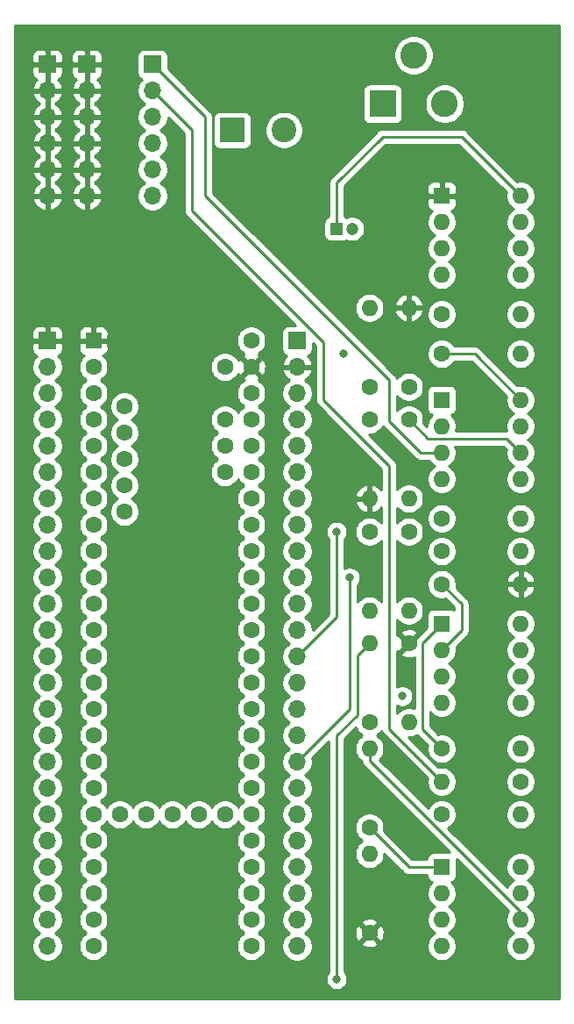
<source format=gbr>
%TF.GenerationSoftware,KiCad,Pcbnew,(5.1.10)-1*%
%TF.CreationDate,2022-09-02T22:27:05-04:00*%
%TF.ProjectId,dynamic clamp pcb,64796e61-6d69-4632-9063-6c616d702070,rev?*%
%TF.SameCoordinates,Original*%
%TF.FileFunction,Copper,L2,Bot*%
%TF.FilePolarity,Positive*%
%FSLAX46Y46*%
G04 Gerber Fmt 4.6, Leading zero omitted, Abs format (unit mm)*
G04 Created by KiCad (PCBNEW (5.1.10)-1) date 2022-09-02 22:27:05*
%MOMM*%
%LPD*%
G01*
G04 APERTURE LIST*
%TA.AperFunction,ComponentPad*%
%ADD10O,1.600000X1.600000*%
%TD*%
%TA.AperFunction,ComponentPad*%
%ADD11C,1.600000*%
%TD*%
%TA.AperFunction,ComponentPad*%
%ADD12R,2.400000X2.400000*%
%TD*%
%TA.AperFunction,ComponentPad*%
%ADD13C,2.400000*%
%TD*%
%TA.AperFunction,ComponentPad*%
%ADD14R,1.200000X1.200000*%
%TD*%
%TA.AperFunction,ComponentPad*%
%ADD15C,1.200000*%
%TD*%
%TA.AperFunction,ComponentPad*%
%ADD16R,1.700000X1.700000*%
%TD*%
%TA.AperFunction,ComponentPad*%
%ADD17O,1.700000X1.700000*%
%TD*%
%TA.AperFunction,ComponentPad*%
%ADD18R,2.600000X2.600000*%
%TD*%
%TA.AperFunction,ComponentPad*%
%ADD19C,2.600000*%
%TD*%
%TA.AperFunction,ComponentPad*%
%ADD20R,1.600000X1.600000*%
%TD*%
%TA.AperFunction,ViaPad*%
%ADD21C,0.800000*%
%TD*%
%TA.AperFunction,Conductor*%
%ADD22C,0.250000*%
%TD*%
%TA.AperFunction,Conductor*%
%ADD23C,0.254000*%
%TD*%
%TA.AperFunction,Conductor*%
%ADD24C,0.100000*%
%TD*%
G04 APERTURE END LIST*
D10*
%TO.P,R11 10k,2*%
%TO.N,Net-(R11-Pad2)*%
X83820000Y-150495000D03*
D11*
%TO.P,R11 10k,1*%
%TO.N,Net-(R10-Pad2)*%
X76200000Y-150495000D03*
%TD*%
D12*
%TO.P,C1 200uF,1*%
%TO.N,+9V*%
X55960000Y-90805000D03*
D13*
%TO.P,C1 200uF,2*%
%TO.N,-9V*%
X60960000Y-90805000D03*
%TD*%
D14*
%TO.P,C2 1uF,1*%
%TO.N,Net-(C2-Pad1)*%
X66040000Y-100330000D03*
D15*
%TO.P,C2 1uF,2*%
%TO.N,-9V*%
X67540000Y-100330000D03*
%TD*%
D16*
%TO.P,GND,1*%
%TO.N,0*%
X38100000Y-84455000D03*
D17*
%TO.P,GND,2*%
X38100000Y-86995000D03*
%TO.P,GND,3*%
X38100000Y-89535000D03*
%TO.P,GND,4*%
X38100000Y-92075000D03*
%TO.P,GND,5*%
X38100000Y-94615000D03*
%TO.P,GND,6*%
X38100000Y-97155000D03*
%TD*%
D18*
%TO.P,Power,1*%
%TO.N,-9V*%
X70485000Y-88265000D03*
D19*
%TO.P,Power,2*%
%TO.N,+9V*%
X76485000Y-88265000D03*
%TO.P,Power,3*%
%TO.N,N/C*%
X73485000Y-83565000D03*
%TD*%
D17*
%TO.P,Signal,6*%
%TO.N,N/C*%
X48260000Y-97155000D03*
%TO.P,Signal,5*%
X48260000Y-94615000D03*
%TO.P,Signal,4*%
%TO.N,Net-(J4-Pad4)*%
X48260000Y-92075000D03*
%TO.P,Signal,3*%
%TO.N,Net-(J4-Pad3)*%
X48260000Y-89535000D03*
%TO.P,Signal,2*%
%TO.N,Net-(J4-Pad2)*%
X48260000Y-86995000D03*
D16*
%TO.P,Signal,1*%
%TO.N,Net-(J4-Pad1)*%
X48260000Y-84455000D03*
%TD*%
%TO.P,J6,1*%
%TO.N,0*%
X38100000Y-111125000D03*
D17*
%TO.P,J6,2*%
%TO.N,Net-(J6-Pad2)*%
X38100000Y-113665000D03*
%TO.P,J6,3*%
%TO.N,Net-(J6-Pad3)*%
X38100000Y-116205000D03*
%TO.P,J6,4*%
%TO.N,Net-(J6-Pad4)*%
X38100000Y-118745000D03*
%TO.P,J6,5*%
%TO.N,Net-(J6-Pad5)*%
X38100000Y-121285000D03*
%TO.P,J6,6*%
%TO.N,Net-(J6-Pad6)*%
X38100000Y-123825000D03*
%TO.P,J6,7*%
%TO.N,Net-(J6-Pad7)*%
X38100000Y-126365000D03*
%TO.P,J6,8*%
%TO.N,Net-(J6-Pad8)*%
X38100000Y-128905000D03*
%TO.P,J6,9*%
%TO.N,Net-(J6-Pad9)*%
X38100000Y-131445000D03*
%TO.P,J6,10*%
%TO.N,Net-(J6-Pad10)*%
X38100000Y-133985000D03*
%TO.P,J6,11*%
%TO.N,Net-(J6-Pad11)*%
X38100000Y-136525000D03*
%TO.P,J6,12*%
%TO.N,Net-(J6-Pad12)*%
X38100000Y-139065000D03*
%TO.P,J6,13*%
%TO.N,Net-(J6-Pad13)*%
X38100000Y-141605000D03*
%TO.P,J6,14*%
%TO.N,Net-(J6-Pad14)*%
X38100000Y-144145000D03*
%TO.P,J6,15*%
%TO.N,Net-(J6-Pad15)*%
X38100000Y-146685000D03*
%TO.P,J6,16*%
%TO.N,Net-(J6-Pad16)*%
X38100000Y-149225000D03*
%TO.P,J6,17*%
%TO.N,Net-(J6-Pad17)*%
X38100000Y-151765000D03*
%TO.P,J6,18*%
%TO.N,Net-(J6-Pad18)*%
X38100000Y-154305000D03*
%TO.P,J6,19*%
%TO.N,Net-(J6-Pad19)*%
X38100000Y-156845000D03*
%TO.P,J6,20*%
%TO.N,Net-(J6-Pad20)*%
X38100000Y-159385000D03*
%TO.P,J6,21*%
%TO.N,Net-(J6-Pad21)*%
X38100000Y-161925000D03*
%TO.P,J6,22*%
%TO.N,Net-(J6-Pad22)*%
X38100000Y-164465000D03*
%TO.P,J6,23*%
%TO.N,Net-(J6-Pad23)*%
X38100000Y-167005000D03*
%TO.P,J6,24*%
%TO.N,Net-(J6-Pad24)*%
X38100000Y-169545000D03*
%TD*%
%TO.P,J7,24*%
%TO.N,Net-(J7-Pad24)*%
X62230000Y-169545000D03*
%TO.P,J7,23*%
%TO.N,Net-(J7-Pad23)*%
X62230000Y-167005000D03*
%TO.P,J7,22*%
%TO.N,Net-(J7-Pad22)*%
X62230000Y-164465000D03*
%TO.P,J7,21*%
%TO.N,Net-(J7-Pad21)*%
X62230000Y-161925000D03*
%TO.P,J7,20*%
%TO.N,Net-(J7-Pad20)*%
X62230000Y-159385000D03*
%TO.P,J7,19*%
%TO.N,Net-(J7-Pad19)*%
X62230000Y-156845000D03*
%TO.P,J7,18*%
%TO.N,Net-(J7-Pad18)*%
X62230000Y-154305000D03*
%TO.P,J7,17*%
%TO.N,Net-(J7-Pad17)*%
X62230000Y-151765000D03*
%TO.P,J7,16*%
%TO.N,Net-(J7-Pad16)*%
X62230000Y-149225000D03*
%TO.P,J7,15*%
%TO.N,Net-(J7-Pad15)*%
X62230000Y-146685000D03*
%TO.P,J7,14*%
%TO.N,Net-(J7-Pad14)*%
X62230000Y-144145000D03*
%TO.P,J7,13*%
%TO.N,Net-(J7-Pad13)*%
X62230000Y-141605000D03*
%TO.P,J7,12*%
%TO.N,Net-(J7-Pad12)*%
X62230000Y-139065000D03*
%TO.P,J7,11*%
%TO.N,Net-(J4-Pad4)*%
X62230000Y-136525000D03*
%TO.P,J7,10*%
%TO.N,Net-(J7-Pad10)*%
X62230000Y-133985000D03*
%TO.P,J7,9*%
%TO.N,Net-(J7-Pad9)*%
X62230000Y-131445000D03*
%TO.P,J7,8*%
%TO.N,Net-(J7-Pad8)*%
X62230000Y-128905000D03*
%TO.P,J7,7*%
%TO.N,Net-(J7-Pad7)*%
X62230000Y-126365000D03*
%TO.P,J7,6*%
%TO.N,Net-(J7-Pad6)*%
X62230000Y-123825000D03*
%TO.P,J7,5*%
%TO.N,Net-(J7-Pad5)*%
X62230000Y-121285000D03*
%TO.P,J7,4*%
%TO.N,Net-(J7-Pad4)*%
X62230000Y-118745000D03*
%TO.P,J7,3*%
%TO.N,Net-(J7-Pad3)*%
X62230000Y-116205000D03*
%TO.P,J7,2*%
%TO.N,0*%
X62230000Y-113665000D03*
D16*
%TO.P,J7,1*%
%TO.N,Net-(J7-Pad1)*%
X62230000Y-111125000D03*
%TD*%
%TO.P,GND,1*%
%TO.N,0*%
X41910000Y-84455000D03*
D17*
%TO.P,GND,2*%
X41910000Y-86995000D03*
%TO.P,GND,3*%
X41910000Y-89535000D03*
%TO.P,GND,4*%
X41910000Y-92075000D03*
%TO.P,GND,5*%
X41910000Y-94615000D03*
%TO.P,GND,6*%
X41910000Y-97155000D03*
%TD*%
D10*
%TO.P,R1 2.2k,2*%
%TO.N,Net-(R1-Pad2)*%
X69215000Y-107950000D03*
D11*
%TO.P,R1 2.2k,1*%
%TO.N,Net-(R1-Pad1)*%
X69215000Y-115570000D03*
%TD*%
D10*
%TO.P,R2 470,2*%
%TO.N,0*%
X73025000Y-107950000D03*
D11*
%TO.P,R2 470,1*%
%TO.N,Net-(R1-Pad2)*%
X73025000Y-115570000D03*
%TD*%
%TO.P,R3 4.7k,1*%
%TO.N,Net-(R1-Pad2)*%
X76200000Y-108585000D03*
D10*
%TO.P,R3 4.7k,2*%
%TO.N,Net-(R3-Pad2)*%
X83820000Y-108585000D03*
%TD*%
D11*
%TO.P,R4 22k,1*%
%TO.N,+9V*%
X76200000Y-112395000D03*
D10*
%TO.P,R4 22k,2*%
%TO.N,Net-(R3-Pad2)*%
X83820000Y-112395000D03*
%TD*%
%TO.P,R5 10k,2*%
%TO.N,0*%
X69215000Y-126365000D03*
D11*
%TO.P,R5 10k,1*%
%TO.N,Net-(R5-Pad1)*%
X69215000Y-118745000D03*
%TD*%
%TO.P,R6 100,1*%
%TO.N,Net-(R5-Pad1)*%
X73025000Y-118745000D03*
D10*
%TO.P,R6 100,2*%
%TO.N,Net-(J7-Pad13)*%
X73025000Y-126365000D03*
%TD*%
%TO.P,R7 2.2k,2*%
%TO.N,Net-(R7-Pad2)*%
X83820000Y-128270000D03*
D11*
%TO.P,R7 2.2k,1*%
%TO.N,Net-(J7-Pad17)*%
X76200000Y-128270000D03*
%TD*%
%TO.P,R8 10k,1*%
%TO.N,Net-(R18-Pad1)*%
X76200000Y-131445000D03*
D10*
%TO.P,R8 10k,2*%
%TO.N,Net-(R7-Pad2)*%
X83820000Y-131445000D03*
%TD*%
D11*
%TO.P,R9 10k,1*%
%TO.N,Net-(R10-Pad1)*%
X76200000Y-134620000D03*
D10*
%TO.P,R9 10k,2*%
%TO.N,0*%
X83820000Y-134620000D03*
%TD*%
%TO.P,R10 10k,2*%
%TO.N,Net-(R10-Pad2)*%
X69215000Y-137160000D03*
D11*
%TO.P,R10 10k,1*%
%TO.N,Net-(R10-Pad1)*%
X69215000Y-129540000D03*
%TD*%
%TO.P,R12 10k,1*%
%TO.N,Net-(R11-Pad2)*%
X83820000Y-153670000D03*
D10*
%TO.P,R12 10k,2*%
%TO.N,Net-(J4-Pad2)*%
X76200000Y-153670000D03*
%TD*%
%TO.P,R13 10k,2*%
%TO.N,Net-(R13-Pad2)*%
X83820000Y-156845000D03*
D11*
%TO.P,R13 10k,1*%
%TO.N,Net-(R11-Pad2)*%
X76200000Y-156845000D03*
%TD*%
%TO.P,R14 4.7k,1*%
%TO.N,0*%
X69215000Y-168275000D03*
D10*
%TO.P,R14 4.7k,2*%
%TO.N,Net-(R14-Pad2)*%
X69215000Y-160655000D03*
%TD*%
D11*
%TO.P,R15 10k,1*%
%TO.N,Net-(R13-Pad2)*%
X69215000Y-158115000D03*
D10*
%TO.P,R15 10k,2*%
%TO.N,Net-(R15-Pad2)*%
X69215000Y-150495000D03*
%TD*%
D11*
%TO.P,R16 10k,1*%
%TO.N,Net-(R15-Pad2)*%
X69215000Y-147955000D03*
D10*
%TO.P,R16 10k,2*%
%TO.N,Net-(J4-Pad3)*%
X69215000Y-140335000D03*
%TD*%
%TO.P,R17 4.7k,2*%
%TO.N,Net-(R17-Pad2)*%
X73025000Y-147955000D03*
D11*
%TO.P,R17 4.7k,1*%
%TO.N,0*%
X73025000Y-140335000D03*
%TD*%
D10*
%TO.P,R18 2.2k,2*%
%TO.N,-9V*%
X73025000Y-137160000D03*
D11*
%TO.P,R18 2.2k,1*%
%TO.N,Net-(R18-Pad1)*%
X73025000Y-129540000D03*
%TD*%
D10*
%TO.P,LM358,8*%
%TO.N,+9V*%
X83820000Y-116840000D03*
%TO.P,LM358,4*%
%TO.N,-9V*%
X76200000Y-124460000D03*
%TO.P,LM358,7*%
%TO.N,Net-(J7-Pad13)*%
X83820000Y-119380000D03*
%TO.P,LM358,3*%
%TO.N,Net-(J4-Pad1)*%
X76200000Y-121920000D03*
%TO.P,LM358,6*%
%TO.N,Net-(R5-Pad1)*%
X83820000Y-121920000D03*
%TO.P,LM358,2*%
%TO.N,Net-(R1-Pad1)*%
X76200000Y-119380000D03*
%TO.P,LM358,5*%
%TO.N,Net-(R3-Pad2)*%
X83820000Y-124460000D03*
D20*
%TO.P,LM358,1*%
%TO.N,Net-(R1-Pad1)*%
X76200000Y-116840000D03*
%TD*%
%TO.P,LM358,1*%
%TO.N,Net-(R10-Pad2)*%
X76200000Y-138430000D03*
D10*
%TO.P,LM358,5*%
%TO.N,N/C*%
X83820000Y-146050000D03*
%TO.P,LM358,2*%
%TO.N,Net-(R10-Pad1)*%
X76200000Y-140970000D03*
%TO.P,LM358,6*%
%TO.N,N/C*%
X83820000Y-143510000D03*
%TO.P,LM358,3*%
%TO.N,Net-(R7-Pad2)*%
X76200000Y-143510000D03*
%TO.P,LM358,7*%
%TO.N,N/C*%
X83820000Y-140970000D03*
%TO.P,LM358,4*%
%TO.N,-9V*%
X76200000Y-146050000D03*
%TO.P,LM358,8*%
%TO.N,+9V*%
X83820000Y-138430000D03*
%TD*%
D20*
%TO.P,LM358,1*%
%TO.N,Net-(R13-Pad2)*%
X76200000Y-161925000D03*
D10*
%TO.P,LM358,5*%
%TO.N,Net-(R17-Pad2)*%
X83820000Y-169545000D03*
%TO.P,LM358,2*%
%TO.N,Net-(R11-Pad2)*%
X76200000Y-164465000D03*
%TO.P,LM358,6*%
%TO.N,Net-(R15-Pad2)*%
X83820000Y-167005000D03*
%TO.P,LM358,3*%
%TO.N,Net-(R14-Pad2)*%
X76200000Y-167005000D03*
%TO.P,LM358,7*%
%TO.N,Net-(J4-Pad3)*%
X83820000Y-164465000D03*
%TO.P,LM358,4*%
%TO.N,-9V*%
X76200000Y-169545000D03*
%TO.P,LM358,8*%
%TO.N,+9V*%
X83820000Y-161925000D03*
%TD*%
%TO.P,TLE2426,8*%
%TO.N,Net-(C2-Pad1)*%
X83820000Y-97155000D03*
%TO.P,TLE2426,4*%
%TO.N,N/C*%
X76200000Y-104775000D03*
%TO.P,TLE2426,7*%
X83820000Y-99695000D03*
%TO.P,TLE2426,3*%
%TO.N,+9V*%
X76200000Y-102235000D03*
%TO.P,TLE2426,6*%
%TO.N,N/C*%
X83820000Y-102235000D03*
%TO.P,TLE2426,2*%
%TO.N,-9V*%
X76200000Y-99695000D03*
%TO.P,TLE2426,5*%
%TO.N,N/C*%
X83820000Y-104775000D03*
D20*
%TO.P,TLE2426,1*%
%TO.N,0*%
X76200000Y-97155000D03*
%TD*%
D11*
%TO.P,U5,17*%
%TO.N,Net-(J6-Pad17)*%
X42545000Y-151765000D03*
%TO.P,U5,18*%
%TO.N,Net-(J6-Pad18)*%
X42545000Y-154305000D03*
%TO.P,U5,19*%
%TO.N,Net-(J6-Pad19)*%
X42545000Y-156845000D03*
%TO.P,U5,20*%
%TO.N,Net-(J6-Pad20)*%
X42545000Y-159385000D03*
%TO.P,U5,16*%
%TO.N,Net-(J6-Pad16)*%
X42545000Y-149225000D03*
%TO.P,U5,15*%
%TO.N,Net-(J6-Pad15)*%
X42545000Y-146685000D03*
%TO.P,U5,14*%
%TO.N,Net-(J6-Pad14)*%
X42545000Y-144145000D03*
%TO.P,U5,21*%
%TO.N,Net-(J6-Pad21)*%
X42545000Y-161925000D03*
%TO.P,U5,22*%
%TO.N,Net-(J6-Pad22)*%
X42545000Y-164465000D03*
%TO.P,U5,23*%
%TO.N,Net-(J6-Pad23)*%
X42545000Y-167005000D03*
%TO.P,U5,24*%
%TO.N,Net-(J6-Pad24)*%
X42545000Y-169545000D03*
%TO.P,U5,25*%
%TO.N,N/C*%
X45085000Y-156845000D03*
%TO.P,U5,26*%
X47625000Y-156845000D03*
%TO.P,U5,27*%
X50165000Y-156845000D03*
%TO.P,U5,28*%
X52705000Y-156845000D03*
%TO.P,U5,29*%
X55245000Y-156845000D03*
%TO.P,U5,30*%
%TO.N,Net-(J7-Pad24)*%
X57785000Y-169545000D03*
%TO.P,U5,31*%
%TO.N,Net-(J7-Pad23)*%
X57785000Y-167005000D03*
%TO.P,U5,32*%
%TO.N,Net-(J7-Pad22)*%
X57785000Y-164465000D03*
%TO.P,U5,33*%
%TO.N,Net-(J7-Pad21)*%
X57785000Y-161925000D03*
%TO.P,U5,34*%
%TO.N,Net-(J7-Pad20)*%
X57785000Y-159385000D03*
%TO.P,U5,35*%
%TO.N,Net-(J7-Pad19)*%
X57785000Y-156845000D03*
%TO.P,U5,36*%
%TO.N,Net-(J7-Pad18)*%
X57785000Y-154305000D03*
%TO.P,U5,37*%
%TO.N,Net-(J7-Pad17)*%
X57785000Y-151765000D03*
%TO.P,U5,13*%
%TO.N,Net-(J6-Pad13)*%
X42545000Y-141605000D03*
%TO.P,U5,12*%
%TO.N,Net-(J6-Pad12)*%
X42545000Y-139065000D03*
%TO.P,U5,11*%
%TO.N,Net-(J6-Pad11)*%
X42545000Y-136525000D03*
%TO.P,U5,10*%
%TO.N,Net-(J6-Pad10)*%
X42545000Y-133985000D03*
%TO.P,U5,9*%
%TO.N,Net-(J6-Pad9)*%
X42545000Y-131445000D03*
%TO.P,U5,8*%
%TO.N,Net-(J6-Pad8)*%
X42545000Y-128905000D03*
%TO.P,U5,7*%
%TO.N,Net-(J6-Pad7)*%
X42545000Y-126365000D03*
%TO.P,U5,6*%
%TO.N,Net-(J6-Pad6)*%
X42545000Y-123825000D03*
%TO.P,U5,5*%
%TO.N,Net-(J6-Pad5)*%
X42545000Y-121285000D03*
%TO.P,U5,4*%
%TO.N,Net-(J6-Pad4)*%
X42545000Y-118745000D03*
%TO.P,U5,3*%
%TO.N,Net-(J6-Pad3)*%
X42545000Y-116205000D03*
%TO.P,U5,2*%
%TO.N,Net-(J6-Pad2)*%
X42545000Y-113665000D03*
D20*
%TO.P,U5,1*%
%TO.N,0*%
X42545000Y-111125000D03*
D11*
%TO.P,U5,38*%
%TO.N,Net-(J7-Pad16)*%
X57785000Y-149225000D03*
%TO.P,U5,39*%
%TO.N,Net-(J7-Pad15)*%
X57785000Y-146685000D03*
%TO.P,U5,40*%
%TO.N,Net-(J7-Pad14)*%
X57785000Y-144145000D03*
%TO.P,U5,41*%
%TO.N,Net-(J7-Pad13)*%
X57785000Y-141605000D03*
%TO.P,U5,42*%
%TO.N,Net-(J7-Pad12)*%
X57785000Y-139065000D03*
%TO.P,U5,43*%
%TO.N,Net-(J4-Pad4)*%
X57785000Y-136525000D03*
%TO.P,U5,44*%
%TO.N,Net-(J7-Pad10)*%
X57785000Y-133985000D03*
%TO.P,U5,45*%
%TO.N,Net-(J7-Pad9)*%
X57785000Y-131445000D03*
%TO.P,U5,46*%
%TO.N,Net-(J7-Pad8)*%
X57785000Y-128905000D03*
%TO.P,U5,47*%
%TO.N,Net-(J7-Pad7)*%
X57785000Y-126365000D03*
%TO.P,U5,48*%
%TO.N,Net-(J7-Pad6)*%
X57785000Y-123825000D03*
%TO.P,U5,49*%
%TO.N,Net-(J7-Pad5)*%
X57785000Y-121285000D03*
%TO.P,U5,50*%
%TO.N,Net-(J7-Pad4)*%
X57785000Y-118745000D03*
%TO.P,U5,51*%
%TO.N,Net-(J7-Pad3)*%
X57785000Y-116205000D03*
%TO.P,U5,52*%
%TO.N,0*%
X57785000Y-113665000D03*
%TO.P,U5,53*%
%TO.N,Net-(J7-Pad1)*%
X57785000Y-111125000D03*
%TO.P,U5,54*%
%TO.N,N/C*%
X55245000Y-113665000D03*
%TO.P,U5,55*%
X55245000Y-118745000D03*
%TO.P,U5,56*%
X55245000Y-121285000D03*
%TO.P,U5,57*%
X55245000Y-123825000D03*
%TO.P,U5,58*%
X45545000Y-117475000D03*
%TO.P,U5,59*%
X45545000Y-120015000D03*
%TO.P,U5,60*%
X45545000Y-122555000D03*
%TO.P,U5,61*%
X45545000Y-125095000D03*
%TO.P,U5,62*%
X45545000Y-127635000D03*
%TD*%
D21*
%TO.N,*%
X66675000Y-112395000D03*
X72390000Y-145415000D03*
%TO.N,Net-(J7-Pad17)*%
X67310000Y-133985000D03*
%TO.N,Net-(J7-Pad13)*%
X66040000Y-129540000D03*
%TO.N,Net-(J4-Pad3)*%
X66040000Y-172720000D03*
%TD*%
D22*
%TO.N,+9V*%
X79375000Y-112395000D02*
X83820000Y-116840000D01*
X76200000Y-112395000D02*
X79375000Y-112395000D01*
%TO.N,Net-(C2-Pad1)*%
X66040000Y-100330000D02*
X66040000Y-95885000D01*
X66040000Y-95885000D02*
X70485000Y-91440000D01*
X78105000Y-91440000D02*
X83820000Y-97155000D01*
X70485000Y-91440000D02*
X78105000Y-91440000D01*
%TO.N,Net-(J4-Pad1)*%
X71120000Y-114935000D02*
X53340000Y-97155000D01*
X71120000Y-118910998D02*
X71120000Y-114935000D01*
X53340000Y-89535000D02*
X48260000Y-84455000D01*
X74129002Y-121920000D02*
X71120000Y-118910998D01*
X53340000Y-97155000D02*
X53340000Y-89535000D01*
X76200000Y-121920000D02*
X74129002Y-121920000D01*
%TO.N,Net-(J4-Pad2)*%
X52070000Y-90805000D02*
X48260000Y-86995000D01*
X52070000Y-98589998D02*
X52070000Y-90805000D01*
X64770000Y-111289998D02*
X52070000Y-98589998D01*
X64770000Y-116840000D02*
X64770000Y-111289998D01*
X71120000Y-123190000D02*
X64770000Y-116840000D01*
X71120000Y-148590000D02*
X71120000Y-123190000D01*
X76200000Y-153670000D02*
X71120000Y-148590000D01*
%TO.N,Net-(J4-Pad3)*%
X68039999Y-141510001D02*
X68039999Y-147225001D01*
X69215000Y-140335000D02*
X68039999Y-141510001D01*
X66040000Y-149225000D02*
X66040000Y-172720000D01*
X68039999Y-147225001D02*
X66040000Y-149225000D01*
%TO.N,Net-(R5-Pad1)*%
X82455001Y-120555001D02*
X83820000Y-121920000D01*
X74835001Y-120555001D02*
X82455001Y-120555001D01*
X73025000Y-118745000D02*
X74835001Y-120555001D01*
%TO.N,Net-(R10-Pad1)*%
X76200000Y-134620000D02*
X78105000Y-136525000D01*
X78105000Y-139065000D02*
X76200000Y-140970000D01*
X78105000Y-136525000D02*
X78105000Y-139065000D01*
%TO.N,Net-(R10-Pad2)*%
X74295000Y-140335000D02*
X74295000Y-148590000D01*
X74295000Y-148590000D02*
X76200000Y-150495000D01*
X76200000Y-138430000D02*
X74295000Y-140335000D01*
%TO.N,Net-(R13-Pad2)*%
X73025000Y-161925000D02*
X69215000Y-158115000D01*
X76200000Y-161925000D02*
X73025000Y-161925000D01*
%TO.N,Net-(R15-Pad2)*%
X83820000Y-166231370D02*
X83820000Y-167005000D01*
X69215000Y-151626370D02*
X83820000Y-166231370D01*
X69215000Y-150495000D02*
X69215000Y-151626370D01*
%TO.N,Net-(J7-Pad13)*%
X66040000Y-137795000D02*
X62230000Y-141605000D01*
X66040000Y-129540000D02*
X66040000Y-137795000D01*
%TO.N,Net-(J7-Pad17)*%
X67310000Y-146685000D02*
X62230000Y-151765000D01*
X67310000Y-133985000D02*
X67310000Y-146685000D01*
%TD*%
D23*
%TO.N,0*%
X87580001Y-174575000D02*
X34975000Y-174575000D01*
X34975000Y-111975000D01*
X36611928Y-111975000D01*
X36624188Y-112099482D01*
X36660498Y-112219180D01*
X36719463Y-112329494D01*
X36798815Y-112426185D01*
X36895506Y-112505537D01*
X37005820Y-112564502D01*
X37078380Y-112586513D01*
X36946525Y-112718368D01*
X36784010Y-112961589D01*
X36672068Y-113231842D01*
X36615000Y-113518740D01*
X36615000Y-113811260D01*
X36672068Y-114098158D01*
X36784010Y-114368411D01*
X36946525Y-114611632D01*
X37153368Y-114818475D01*
X37327760Y-114935000D01*
X37153368Y-115051525D01*
X36946525Y-115258368D01*
X36784010Y-115501589D01*
X36672068Y-115771842D01*
X36615000Y-116058740D01*
X36615000Y-116351260D01*
X36672068Y-116638158D01*
X36784010Y-116908411D01*
X36946525Y-117151632D01*
X37153368Y-117358475D01*
X37327760Y-117475000D01*
X37153368Y-117591525D01*
X36946525Y-117798368D01*
X36784010Y-118041589D01*
X36672068Y-118311842D01*
X36615000Y-118598740D01*
X36615000Y-118891260D01*
X36672068Y-119178158D01*
X36784010Y-119448411D01*
X36946525Y-119691632D01*
X37153368Y-119898475D01*
X37327760Y-120015000D01*
X37153368Y-120131525D01*
X36946525Y-120338368D01*
X36784010Y-120581589D01*
X36672068Y-120851842D01*
X36615000Y-121138740D01*
X36615000Y-121431260D01*
X36672068Y-121718158D01*
X36784010Y-121988411D01*
X36946525Y-122231632D01*
X37153368Y-122438475D01*
X37327760Y-122555000D01*
X37153368Y-122671525D01*
X36946525Y-122878368D01*
X36784010Y-123121589D01*
X36672068Y-123391842D01*
X36615000Y-123678740D01*
X36615000Y-123971260D01*
X36672068Y-124258158D01*
X36784010Y-124528411D01*
X36946525Y-124771632D01*
X37153368Y-124978475D01*
X37327760Y-125095000D01*
X37153368Y-125211525D01*
X36946525Y-125418368D01*
X36784010Y-125661589D01*
X36672068Y-125931842D01*
X36615000Y-126218740D01*
X36615000Y-126511260D01*
X36672068Y-126798158D01*
X36784010Y-127068411D01*
X36946525Y-127311632D01*
X37153368Y-127518475D01*
X37327760Y-127635000D01*
X37153368Y-127751525D01*
X36946525Y-127958368D01*
X36784010Y-128201589D01*
X36672068Y-128471842D01*
X36615000Y-128758740D01*
X36615000Y-129051260D01*
X36672068Y-129338158D01*
X36784010Y-129608411D01*
X36946525Y-129851632D01*
X37153368Y-130058475D01*
X37327760Y-130175000D01*
X37153368Y-130291525D01*
X36946525Y-130498368D01*
X36784010Y-130741589D01*
X36672068Y-131011842D01*
X36615000Y-131298740D01*
X36615000Y-131591260D01*
X36672068Y-131878158D01*
X36784010Y-132148411D01*
X36946525Y-132391632D01*
X37153368Y-132598475D01*
X37327760Y-132715000D01*
X37153368Y-132831525D01*
X36946525Y-133038368D01*
X36784010Y-133281589D01*
X36672068Y-133551842D01*
X36615000Y-133838740D01*
X36615000Y-134131260D01*
X36672068Y-134418158D01*
X36784010Y-134688411D01*
X36946525Y-134931632D01*
X37153368Y-135138475D01*
X37327760Y-135255000D01*
X37153368Y-135371525D01*
X36946525Y-135578368D01*
X36784010Y-135821589D01*
X36672068Y-136091842D01*
X36615000Y-136378740D01*
X36615000Y-136671260D01*
X36672068Y-136958158D01*
X36784010Y-137228411D01*
X36946525Y-137471632D01*
X37153368Y-137678475D01*
X37327760Y-137795000D01*
X37153368Y-137911525D01*
X36946525Y-138118368D01*
X36784010Y-138361589D01*
X36672068Y-138631842D01*
X36615000Y-138918740D01*
X36615000Y-139211260D01*
X36672068Y-139498158D01*
X36784010Y-139768411D01*
X36946525Y-140011632D01*
X37153368Y-140218475D01*
X37327760Y-140335000D01*
X37153368Y-140451525D01*
X36946525Y-140658368D01*
X36784010Y-140901589D01*
X36672068Y-141171842D01*
X36615000Y-141458740D01*
X36615000Y-141751260D01*
X36672068Y-142038158D01*
X36784010Y-142308411D01*
X36946525Y-142551632D01*
X37153368Y-142758475D01*
X37327760Y-142875000D01*
X37153368Y-142991525D01*
X36946525Y-143198368D01*
X36784010Y-143441589D01*
X36672068Y-143711842D01*
X36615000Y-143998740D01*
X36615000Y-144291260D01*
X36672068Y-144578158D01*
X36784010Y-144848411D01*
X36946525Y-145091632D01*
X37153368Y-145298475D01*
X37327760Y-145415000D01*
X37153368Y-145531525D01*
X36946525Y-145738368D01*
X36784010Y-145981589D01*
X36672068Y-146251842D01*
X36615000Y-146538740D01*
X36615000Y-146831260D01*
X36672068Y-147118158D01*
X36784010Y-147388411D01*
X36946525Y-147631632D01*
X37153368Y-147838475D01*
X37327760Y-147955000D01*
X37153368Y-148071525D01*
X36946525Y-148278368D01*
X36784010Y-148521589D01*
X36672068Y-148791842D01*
X36615000Y-149078740D01*
X36615000Y-149371260D01*
X36672068Y-149658158D01*
X36784010Y-149928411D01*
X36946525Y-150171632D01*
X37153368Y-150378475D01*
X37327760Y-150495000D01*
X37153368Y-150611525D01*
X36946525Y-150818368D01*
X36784010Y-151061589D01*
X36672068Y-151331842D01*
X36615000Y-151618740D01*
X36615000Y-151911260D01*
X36672068Y-152198158D01*
X36784010Y-152468411D01*
X36946525Y-152711632D01*
X37153368Y-152918475D01*
X37327760Y-153035000D01*
X37153368Y-153151525D01*
X36946525Y-153358368D01*
X36784010Y-153601589D01*
X36672068Y-153871842D01*
X36615000Y-154158740D01*
X36615000Y-154451260D01*
X36672068Y-154738158D01*
X36784010Y-155008411D01*
X36946525Y-155251632D01*
X37153368Y-155458475D01*
X37327760Y-155575000D01*
X37153368Y-155691525D01*
X36946525Y-155898368D01*
X36784010Y-156141589D01*
X36672068Y-156411842D01*
X36615000Y-156698740D01*
X36615000Y-156991260D01*
X36672068Y-157278158D01*
X36784010Y-157548411D01*
X36946525Y-157791632D01*
X37153368Y-157998475D01*
X37327760Y-158115000D01*
X37153368Y-158231525D01*
X36946525Y-158438368D01*
X36784010Y-158681589D01*
X36672068Y-158951842D01*
X36615000Y-159238740D01*
X36615000Y-159531260D01*
X36672068Y-159818158D01*
X36784010Y-160088411D01*
X36946525Y-160331632D01*
X37153368Y-160538475D01*
X37327760Y-160655000D01*
X37153368Y-160771525D01*
X36946525Y-160978368D01*
X36784010Y-161221589D01*
X36672068Y-161491842D01*
X36615000Y-161778740D01*
X36615000Y-162071260D01*
X36672068Y-162358158D01*
X36784010Y-162628411D01*
X36946525Y-162871632D01*
X37153368Y-163078475D01*
X37327760Y-163195000D01*
X37153368Y-163311525D01*
X36946525Y-163518368D01*
X36784010Y-163761589D01*
X36672068Y-164031842D01*
X36615000Y-164318740D01*
X36615000Y-164611260D01*
X36672068Y-164898158D01*
X36784010Y-165168411D01*
X36946525Y-165411632D01*
X37153368Y-165618475D01*
X37327760Y-165735000D01*
X37153368Y-165851525D01*
X36946525Y-166058368D01*
X36784010Y-166301589D01*
X36672068Y-166571842D01*
X36615000Y-166858740D01*
X36615000Y-167151260D01*
X36672068Y-167438158D01*
X36784010Y-167708411D01*
X36946525Y-167951632D01*
X37153368Y-168158475D01*
X37327760Y-168275000D01*
X37153368Y-168391525D01*
X36946525Y-168598368D01*
X36784010Y-168841589D01*
X36672068Y-169111842D01*
X36615000Y-169398740D01*
X36615000Y-169691260D01*
X36672068Y-169978158D01*
X36784010Y-170248411D01*
X36946525Y-170491632D01*
X37153368Y-170698475D01*
X37396589Y-170860990D01*
X37666842Y-170972932D01*
X37953740Y-171030000D01*
X38246260Y-171030000D01*
X38533158Y-170972932D01*
X38803411Y-170860990D01*
X39046632Y-170698475D01*
X39253475Y-170491632D01*
X39415990Y-170248411D01*
X39527932Y-169978158D01*
X39585000Y-169691260D01*
X39585000Y-169398740D01*
X39527932Y-169111842D01*
X39415990Y-168841589D01*
X39253475Y-168598368D01*
X39046632Y-168391525D01*
X38872240Y-168275000D01*
X39046632Y-168158475D01*
X39253475Y-167951632D01*
X39415990Y-167708411D01*
X39527932Y-167438158D01*
X39585000Y-167151260D01*
X39585000Y-166858740D01*
X39527932Y-166571842D01*
X39415990Y-166301589D01*
X39253475Y-166058368D01*
X39046632Y-165851525D01*
X38872240Y-165735000D01*
X39046632Y-165618475D01*
X39253475Y-165411632D01*
X39415990Y-165168411D01*
X39527932Y-164898158D01*
X39585000Y-164611260D01*
X39585000Y-164318740D01*
X39527932Y-164031842D01*
X39415990Y-163761589D01*
X39253475Y-163518368D01*
X39046632Y-163311525D01*
X38872240Y-163195000D01*
X39046632Y-163078475D01*
X39253475Y-162871632D01*
X39415990Y-162628411D01*
X39527932Y-162358158D01*
X39585000Y-162071260D01*
X39585000Y-161778740D01*
X39527932Y-161491842D01*
X39415990Y-161221589D01*
X39253475Y-160978368D01*
X39046632Y-160771525D01*
X38872240Y-160655000D01*
X39046632Y-160538475D01*
X39253475Y-160331632D01*
X39415990Y-160088411D01*
X39527932Y-159818158D01*
X39585000Y-159531260D01*
X39585000Y-159238740D01*
X39527932Y-158951842D01*
X39415990Y-158681589D01*
X39253475Y-158438368D01*
X39046632Y-158231525D01*
X38872240Y-158115000D01*
X39046632Y-157998475D01*
X39253475Y-157791632D01*
X39415990Y-157548411D01*
X39527932Y-157278158D01*
X39585000Y-156991260D01*
X39585000Y-156698740D01*
X39527932Y-156411842D01*
X39415990Y-156141589D01*
X39253475Y-155898368D01*
X39046632Y-155691525D01*
X38872240Y-155575000D01*
X39046632Y-155458475D01*
X39253475Y-155251632D01*
X39415990Y-155008411D01*
X39527932Y-154738158D01*
X39585000Y-154451260D01*
X39585000Y-154158740D01*
X39527932Y-153871842D01*
X39415990Y-153601589D01*
X39253475Y-153358368D01*
X39046632Y-153151525D01*
X38872240Y-153035000D01*
X39046632Y-152918475D01*
X39253475Y-152711632D01*
X39415990Y-152468411D01*
X39527932Y-152198158D01*
X39585000Y-151911260D01*
X39585000Y-151618740D01*
X39527932Y-151331842D01*
X39415990Y-151061589D01*
X39253475Y-150818368D01*
X39046632Y-150611525D01*
X38872240Y-150495000D01*
X39046632Y-150378475D01*
X39253475Y-150171632D01*
X39415990Y-149928411D01*
X39527932Y-149658158D01*
X39585000Y-149371260D01*
X39585000Y-149078740D01*
X39527932Y-148791842D01*
X39415990Y-148521589D01*
X39253475Y-148278368D01*
X39046632Y-148071525D01*
X38872240Y-147955000D01*
X39046632Y-147838475D01*
X39253475Y-147631632D01*
X39415990Y-147388411D01*
X39527932Y-147118158D01*
X39585000Y-146831260D01*
X39585000Y-146538740D01*
X39527932Y-146251842D01*
X39415990Y-145981589D01*
X39253475Y-145738368D01*
X39046632Y-145531525D01*
X38872240Y-145415000D01*
X39046632Y-145298475D01*
X39253475Y-145091632D01*
X39415990Y-144848411D01*
X39527932Y-144578158D01*
X39585000Y-144291260D01*
X39585000Y-143998740D01*
X39527932Y-143711842D01*
X39415990Y-143441589D01*
X39253475Y-143198368D01*
X39046632Y-142991525D01*
X38872240Y-142875000D01*
X39046632Y-142758475D01*
X39253475Y-142551632D01*
X39415990Y-142308411D01*
X39527932Y-142038158D01*
X39585000Y-141751260D01*
X39585000Y-141458740D01*
X39527932Y-141171842D01*
X39415990Y-140901589D01*
X39253475Y-140658368D01*
X39046632Y-140451525D01*
X38872240Y-140335000D01*
X39046632Y-140218475D01*
X39253475Y-140011632D01*
X39415990Y-139768411D01*
X39527932Y-139498158D01*
X39585000Y-139211260D01*
X39585000Y-138918740D01*
X39527932Y-138631842D01*
X39415990Y-138361589D01*
X39253475Y-138118368D01*
X39046632Y-137911525D01*
X38872240Y-137795000D01*
X39046632Y-137678475D01*
X39253475Y-137471632D01*
X39415990Y-137228411D01*
X39527932Y-136958158D01*
X39585000Y-136671260D01*
X39585000Y-136378740D01*
X39527932Y-136091842D01*
X39415990Y-135821589D01*
X39253475Y-135578368D01*
X39046632Y-135371525D01*
X38872240Y-135255000D01*
X39046632Y-135138475D01*
X39253475Y-134931632D01*
X39415990Y-134688411D01*
X39527932Y-134418158D01*
X39585000Y-134131260D01*
X39585000Y-133838740D01*
X39527932Y-133551842D01*
X39415990Y-133281589D01*
X39253475Y-133038368D01*
X39046632Y-132831525D01*
X38872240Y-132715000D01*
X39046632Y-132598475D01*
X39253475Y-132391632D01*
X39415990Y-132148411D01*
X39527932Y-131878158D01*
X39585000Y-131591260D01*
X39585000Y-131298740D01*
X39527932Y-131011842D01*
X39415990Y-130741589D01*
X39253475Y-130498368D01*
X39046632Y-130291525D01*
X38872240Y-130175000D01*
X39046632Y-130058475D01*
X39253475Y-129851632D01*
X39415990Y-129608411D01*
X39527932Y-129338158D01*
X39585000Y-129051260D01*
X39585000Y-128758740D01*
X39527932Y-128471842D01*
X39415990Y-128201589D01*
X39253475Y-127958368D01*
X39046632Y-127751525D01*
X38872240Y-127635000D01*
X39046632Y-127518475D01*
X39253475Y-127311632D01*
X39415990Y-127068411D01*
X39527932Y-126798158D01*
X39585000Y-126511260D01*
X39585000Y-126218740D01*
X39527932Y-125931842D01*
X39415990Y-125661589D01*
X39253475Y-125418368D01*
X39046632Y-125211525D01*
X38872240Y-125095000D01*
X39046632Y-124978475D01*
X39253475Y-124771632D01*
X39415990Y-124528411D01*
X39527932Y-124258158D01*
X39585000Y-123971260D01*
X39585000Y-123678740D01*
X39527932Y-123391842D01*
X39415990Y-123121589D01*
X39253475Y-122878368D01*
X39046632Y-122671525D01*
X38872240Y-122555000D01*
X39046632Y-122438475D01*
X39253475Y-122231632D01*
X39415990Y-121988411D01*
X39527932Y-121718158D01*
X39585000Y-121431260D01*
X39585000Y-121138740D01*
X39527932Y-120851842D01*
X39415990Y-120581589D01*
X39253475Y-120338368D01*
X39046632Y-120131525D01*
X38872240Y-120015000D01*
X39046632Y-119898475D01*
X39253475Y-119691632D01*
X39415990Y-119448411D01*
X39527932Y-119178158D01*
X39585000Y-118891260D01*
X39585000Y-118598740D01*
X39527932Y-118311842D01*
X39415990Y-118041589D01*
X39253475Y-117798368D01*
X39046632Y-117591525D01*
X38872240Y-117475000D01*
X39046632Y-117358475D01*
X39253475Y-117151632D01*
X39415990Y-116908411D01*
X39527932Y-116638158D01*
X39585000Y-116351260D01*
X39585000Y-116058740D01*
X39527932Y-115771842D01*
X39415990Y-115501589D01*
X39253475Y-115258368D01*
X39046632Y-115051525D01*
X38872240Y-114935000D01*
X39046632Y-114818475D01*
X39253475Y-114611632D01*
X39415990Y-114368411D01*
X39527932Y-114098158D01*
X39585000Y-113811260D01*
X39585000Y-113518740D01*
X39527932Y-113231842D01*
X39415990Y-112961589D01*
X39253475Y-112718368D01*
X39121620Y-112586513D01*
X39194180Y-112564502D01*
X39304494Y-112505537D01*
X39401185Y-112426185D01*
X39480537Y-112329494D01*
X39539502Y-112219180D01*
X39575812Y-112099482D01*
X39588072Y-111975000D01*
X39587800Y-111925000D01*
X41106928Y-111925000D01*
X41119188Y-112049482D01*
X41155498Y-112169180D01*
X41214463Y-112279494D01*
X41293815Y-112376185D01*
X41390506Y-112455537D01*
X41500820Y-112514502D01*
X41620518Y-112550812D01*
X41628961Y-112551643D01*
X41430363Y-112750241D01*
X41273320Y-112985273D01*
X41165147Y-113246426D01*
X41110000Y-113523665D01*
X41110000Y-113806335D01*
X41165147Y-114083574D01*
X41273320Y-114344727D01*
X41430363Y-114579759D01*
X41630241Y-114779637D01*
X41862759Y-114935000D01*
X41630241Y-115090363D01*
X41430363Y-115290241D01*
X41273320Y-115525273D01*
X41165147Y-115786426D01*
X41110000Y-116063665D01*
X41110000Y-116346335D01*
X41165147Y-116623574D01*
X41273320Y-116884727D01*
X41430363Y-117119759D01*
X41630241Y-117319637D01*
X41862759Y-117475000D01*
X41630241Y-117630363D01*
X41430363Y-117830241D01*
X41273320Y-118065273D01*
X41165147Y-118326426D01*
X41110000Y-118603665D01*
X41110000Y-118886335D01*
X41165147Y-119163574D01*
X41273320Y-119424727D01*
X41430363Y-119659759D01*
X41630241Y-119859637D01*
X41862759Y-120015000D01*
X41630241Y-120170363D01*
X41430363Y-120370241D01*
X41273320Y-120605273D01*
X41165147Y-120866426D01*
X41110000Y-121143665D01*
X41110000Y-121426335D01*
X41165147Y-121703574D01*
X41273320Y-121964727D01*
X41430363Y-122199759D01*
X41630241Y-122399637D01*
X41862759Y-122555000D01*
X41630241Y-122710363D01*
X41430363Y-122910241D01*
X41273320Y-123145273D01*
X41165147Y-123406426D01*
X41110000Y-123683665D01*
X41110000Y-123966335D01*
X41165147Y-124243574D01*
X41273320Y-124504727D01*
X41430363Y-124739759D01*
X41630241Y-124939637D01*
X41862759Y-125095000D01*
X41630241Y-125250363D01*
X41430363Y-125450241D01*
X41273320Y-125685273D01*
X41165147Y-125946426D01*
X41110000Y-126223665D01*
X41110000Y-126506335D01*
X41165147Y-126783574D01*
X41273320Y-127044727D01*
X41430363Y-127279759D01*
X41630241Y-127479637D01*
X41862759Y-127635000D01*
X41630241Y-127790363D01*
X41430363Y-127990241D01*
X41273320Y-128225273D01*
X41165147Y-128486426D01*
X41110000Y-128763665D01*
X41110000Y-129046335D01*
X41165147Y-129323574D01*
X41273320Y-129584727D01*
X41430363Y-129819759D01*
X41630241Y-130019637D01*
X41862759Y-130175000D01*
X41630241Y-130330363D01*
X41430363Y-130530241D01*
X41273320Y-130765273D01*
X41165147Y-131026426D01*
X41110000Y-131303665D01*
X41110000Y-131586335D01*
X41165147Y-131863574D01*
X41273320Y-132124727D01*
X41430363Y-132359759D01*
X41630241Y-132559637D01*
X41862759Y-132715000D01*
X41630241Y-132870363D01*
X41430363Y-133070241D01*
X41273320Y-133305273D01*
X41165147Y-133566426D01*
X41110000Y-133843665D01*
X41110000Y-134126335D01*
X41165147Y-134403574D01*
X41273320Y-134664727D01*
X41430363Y-134899759D01*
X41630241Y-135099637D01*
X41862759Y-135255000D01*
X41630241Y-135410363D01*
X41430363Y-135610241D01*
X41273320Y-135845273D01*
X41165147Y-136106426D01*
X41110000Y-136383665D01*
X41110000Y-136666335D01*
X41165147Y-136943574D01*
X41273320Y-137204727D01*
X41430363Y-137439759D01*
X41630241Y-137639637D01*
X41862759Y-137795000D01*
X41630241Y-137950363D01*
X41430363Y-138150241D01*
X41273320Y-138385273D01*
X41165147Y-138646426D01*
X41110000Y-138923665D01*
X41110000Y-139206335D01*
X41165147Y-139483574D01*
X41273320Y-139744727D01*
X41430363Y-139979759D01*
X41630241Y-140179637D01*
X41862759Y-140335000D01*
X41630241Y-140490363D01*
X41430363Y-140690241D01*
X41273320Y-140925273D01*
X41165147Y-141186426D01*
X41110000Y-141463665D01*
X41110000Y-141746335D01*
X41165147Y-142023574D01*
X41273320Y-142284727D01*
X41430363Y-142519759D01*
X41630241Y-142719637D01*
X41862759Y-142875000D01*
X41630241Y-143030363D01*
X41430363Y-143230241D01*
X41273320Y-143465273D01*
X41165147Y-143726426D01*
X41110000Y-144003665D01*
X41110000Y-144286335D01*
X41165147Y-144563574D01*
X41273320Y-144824727D01*
X41430363Y-145059759D01*
X41630241Y-145259637D01*
X41862759Y-145415000D01*
X41630241Y-145570363D01*
X41430363Y-145770241D01*
X41273320Y-146005273D01*
X41165147Y-146266426D01*
X41110000Y-146543665D01*
X41110000Y-146826335D01*
X41165147Y-147103574D01*
X41273320Y-147364727D01*
X41430363Y-147599759D01*
X41630241Y-147799637D01*
X41862759Y-147955000D01*
X41630241Y-148110363D01*
X41430363Y-148310241D01*
X41273320Y-148545273D01*
X41165147Y-148806426D01*
X41110000Y-149083665D01*
X41110000Y-149366335D01*
X41165147Y-149643574D01*
X41273320Y-149904727D01*
X41430363Y-150139759D01*
X41630241Y-150339637D01*
X41862759Y-150495000D01*
X41630241Y-150650363D01*
X41430363Y-150850241D01*
X41273320Y-151085273D01*
X41165147Y-151346426D01*
X41110000Y-151623665D01*
X41110000Y-151906335D01*
X41165147Y-152183574D01*
X41273320Y-152444727D01*
X41430363Y-152679759D01*
X41630241Y-152879637D01*
X41862759Y-153035000D01*
X41630241Y-153190363D01*
X41430363Y-153390241D01*
X41273320Y-153625273D01*
X41165147Y-153886426D01*
X41110000Y-154163665D01*
X41110000Y-154446335D01*
X41165147Y-154723574D01*
X41273320Y-154984727D01*
X41430363Y-155219759D01*
X41630241Y-155419637D01*
X41862759Y-155575000D01*
X41630241Y-155730363D01*
X41430363Y-155930241D01*
X41273320Y-156165273D01*
X41165147Y-156426426D01*
X41110000Y-156703665D01*
X41110000Y-156986335D01*
X41165147Y-157263574D01*
X41273320Y-157524727D01*
X41430363Y-157759759D01*
X41630241Y-157959637D01*
X41862759Y-158115000D01*
X41630241Y-158270363D01*
X41430363Y-158470241D01*
X41273320Y-158705273D01*
X41165147Y-158966426D01*
X41110000Y-159243665D01*
X41110000Y-159526335D01*
X41165147Y-159803574D01*
X41273320Y-160064727D01*
X41430363Y-160299759D01*
X41630241Y-160499637D01*
X41862759Y-160655000D01*
X41630241Y-160810363D01*
X41430363Y-161010241D01*
X41273320Y-161245273D01*
X41165147Y-161506426D01*
X41110000Y-161783665D01*
X41110000Y-162066335D01*
X41165147Y-162343574D01*
X41273320Y-162604727D01*
X41430363Y-162839759D01*
X41630241Y-163039637D01*
X41862759Y-163195000D01*
X41630241Y-163350363D01*
X41430363Y-163550241D01*
X41273320Y-163785273D01*
X41165147Y-164046426D01*
X41110000Y-164323665D01*
X41110000Y-164606335D01*
X41165147Y-164883574D01*
X41273320Y-165144727D01*
X41430363Y-165379759D01*
X41630241Y-165579637D01*
X41862759Y-165735000D01*
X41630241Y-165890363D01*
X41430363Y-166090241D01*
X41273320Y-166325273D01*
X41165147Y-166586426D01*
X41110000Y-166863665D01*
X41110000Y-167146335D01*
X41165147Y-167423574D01*
X41273320Y-167684727D01*
X41430363Y-167919759D01*
X41630241Y-168119637D01*
X41862759Y-168275000D01*
X41630241Y-168430363D01*
X41430363Y-168630241D01*
X41273320Y-168865273D01*
X41165147Y-169126426D01*
X41110000Y-169403665D01*
X41110000Y-169686335D01*
X41165147Y-169963574D01*
X41273320Y-170224727D01*
X41430363Y-170459759D01*
X41630241Y-170659637D01*
X41865273Y-170816680D01*
X42126426Y-170924853D01*
X42403665Y-170980000D01*
X42686335Y-170980000D01*
X42963574Y-170924853D01*
X43224727Y-170816680D01*
X43459759Y-170659637D01*
X43659637Y-170459759D01*
X43816680Y-170224727D01*
X43924853Y-169963574D01*
X43980000Y-169686335D01*
X43980000Y-169403665D01*
X43924853Y-169126426D01*
X43816680Y-168865273D01*
X43659637Y-168630241D01*
X43459759Y-168430363D01*
X43227241Y-168275000D01*
X43459759Y-168119637D01*
X43659637Y-167919759D01*
X43816680Y-167684727D01*
X43924853Y-167423574D01*
X43980000Y-167146335D01*
X43980000Y-166863665D01*
X43924853Y-166586426D01*
X43816680Y-166325273D01*
X43659637Y-166090241D01*
X43459759Y-165890363D01*
X43227241Y-165735000D01*
X43459759Y-165579637D01*
X43659637Y-165379759D01*
X43816680Y-165144727D01*
X43924853Y-164883574D01*
X43980000Y-164606335D01*
X43980000Y-164323665D01*
X43924853Y-164046426D01*
X43816680Y-163785273D01*
X43659637Y-163550241D01*
X43459759Y-163350363D01*
X43227241Y-163195000D01*
X43459759Y-163039637D01*
X43659637Y-162839759D01*
X43816680Y-162604727D01*
X43924853Y-162343574D01*
X43980000Y-162066335D01*
X43980000Y-161783665D01*
X43924853Y-161506426D01*
X43816680Y-161245273D01*
X43659637Y-161010241D01*
X43459759Y-160810363D01*
X43227241Y-160655000D01*
X43459759Y-160499637D01*
X43659637Y-160299759D01*
X43816680Y-160064727D01*
X43924853Y-159803574D01*
X43980000Y-159526335D01*
X43980000Y-159243665D01*
X43924853Y-158966426D01*
X43816680Y-158705273D01*
X43659637Y-158470241D01*
X43459759Y-158270363D01*
X43227241Y-158115000D01*
X43459759Y-157959637D01*
X43659637Y-157759759D01*
X43815000Y-157527241D01*
X43970363Y-157759759D01*
X44170241Y-157959637D01*
X44405273Y-158116680D01*
X44666426Y-158224853D01*
X44943665Y-158280000D01*
X45226335Y-158280000D01*
X45503574Y-158224853D01*
X45764727Y-158116680D01*
X45999759Y-157959637D01*
X46199637Y-157759759D01*
X46355000Y-157527241D01*
X46510363Y-157759759D01*
X46710241Y-157959637D01*
X46945273Y-158116680D01*
X47206426Y-158224853D01*
X47483665Y-158280000D01*
X47766335Y-158280000D01*
X48043574Y-158224853D01*
X48304727Y-158116680D01*
X48539759Y-157959637D01*
X48739637Y-157759759D01*
X48895000Y-157527241D01*
X49050363Y-157759759D01*
X49250241Y-157959637D01*
X49485273Y-158116680D01*
X49746426Y-158224853D01*
X50023665Y-158280000D01*
X50306335Y-158280000D01*
X50583574Y-158224853D01*
X50844727Y-158116680D01*
X51079759Y-157959637D01*
X51279637Y-157759759D01*
X51435000Y-157527241D01*
X51590363Y-157759759D01*
X51790241Y-157959637D01*
X52025273Y-158116680D01*
X52286426Y-158224853D01*
X52563665Y-158280000D01*
X52846335Y-158280000D01*
X53123574Y-158224853D01*
X53384727Y-158116680D01*
X53619759Y-157959637D01*
X53819637Y-157759759D01*
X53975000Y-157527241D01*
X54130363Y-157759759D01*
X54330241Y-157959637D01*
X54565273Y-158116680D01*
X54826426Y-158224853D01*
X55103665Y-158280000D01*
X55386335Y-158280000D01*
X55663574Y-158224853D01*
X55924727Y-158116680D01*
X56159759Y-157959637D01*
X56359637Y-157759759D01*
X56515000Y-157527241D01*
X56670363Y-157759759D01*
X56870241Y-157959637D01*
X57102759Y-158115000D01*
X56870241Y-158270363D01*
X56670363Y-158470241D01*
X56513320Y-158705273D01*
X56405147Y-158966426D01*
X56350000Y-159243665D01*
X56350000Y-159526335D01*
X56405147Y-159803574D01*
X56513320Y-160064727D01*
X56670363Y-160299759D01*
X56870241Y-160499637D01*
X57102759Y-160655000D01*
X56870241Y-160810363D01*
X56670363Y-161010241D01*
X56513320Y-161245273D01*
X56405147Y-161506426D01*
X56350000Y-161783665D01*
X56350000Y-162066335D01*
X56405147Y-162343574D01*
X56513320Y-162604727D01*
X56670363Y-162839759D01*
X56870241Y-163039637D01*
X57102759Y-163195000D01*
X56870241Y-163350363D01*
X56670363Y-163550241D01*
X56513320Y-163785273D01*
X56405147Y-164046426D01*
X56350000Y-164323665D01*
X56350000Y-164606335D01*
X56405147Y-164883574D01*
X56513320Y-165144727D01*
X56670363Y-165379759D01*
X56870241Y-165579637D01*
X57102759Y-165735000D01*
X56870241Y-165890363D01*
X56670363Y-166090241D01*
X56513320Y-166325273D01*
X56405147Y-166586426D01*
X56350000Y-166863665D01*
X56350000Y-167146335D01*
X56405147Y-167423574D01*
X56513320Y-167684727D01*
X56670363Y-167919759D01*
X56870241Y-168119637D01*
X57102759Y-168275000D01*
X56870241Y-168430363D01*
X56670363Y-168630241D01*
X56513320Y-168865273D01*
X56405147Y-169126426D01*
X56350000Y-169403665D01*
X56350000Y-169686335D01*
X56405147Y-169963574D01*
X56513320Y-170224727D01*
X56670363Y-170459759D01*
X56870241Y-170659637D01*
X57105273Y-170816680D01*
X57366426Y-170924853D01*
X57643665Y-170980000D01*
X57926335Y-170980000D01*
X58203574Y-170924853D01*
X58464727Y-170816680D01*
X58699759Y-170659637D01*
X58899637Y-170459759D01*
X59056680Y-170224727D01*
X59164853Y-169963574D01*
X59220000Y-169686335D01*
X59220000Y-169403665D01*
X59164853Y-169126426D01*
X59056680Y-168865273D01*
X58899637Y-168630241D01*
X58699759Y-168430363D01*
X58467241Y-168275000D01*
X58699759Y-168119637D01*
X58899637Y-167919759D01*
X59056680Y-167684727D01*
X59164853Y-167423574D01*
X59220000Y-167146335D01*
X59220000Y-166863665D01*
X59164853Y-166586426D01*
X59056680Y-166325273D01*
X58899637Y-166090241D01*
X58699759Y-165890363D01*
X58467241Y-165735000D01*
X58699759Y-165579637D01*
X58899637Y-165379759D01*
X59056680Y-165144727D01*
X59164853Y-164883574D01*
X59220000Y-164606335D01*
X59220000Y-164323665D01*
X59164853Y-164046426D01*
X59056680Y-163785273D01*
X58899637Y-163550241D01*
X58699759Y-163350363D01*
X58467241Y-163195000D01*
X58699759Y-163039637D01*
X58899637Y-162839759D01*
X59056680Y-162604727D01*
X59164853Y-162343574D01*
X59220000Y-162066335D01*
X59220000Y-161783665D01*
X59164853Y-161506426D01*
X59056680Y-161245273D01*
X58899637Y-161010241D01*
X58699759Y-160810363D01*
X58467241Y-160655000D01*
X58699759Y-160499637D01*
X58899637Y-160299759D01*
X59056680Y-160064727D01*
X59164853Y-159803574D01*
X59220000Y-159526335D01*
X59220000Y-159243665D01*
X59164853Y-158966426D01*
X59056680Y-158705273D01*
X58899637Y-158470241D01*
X58699759Y-158270363D01*
X58467241Y-158115000D01*
X58699759Y-157959637D01*
X58899637Y-157759759D01*
X59056680Y-157524727D01*
X59164853Y-157263574D01*
X59220000Y-156986335D01*
X59220000Y-156703665D01*
X59164853Y-156426426D01*
X59056680Y-156165273D01*
X58899637Y-155930241D01*
X58699759Y-155730363D01*
X58467241Y-155575000D01*
X58699759Y-155419637D01*
X58899637Y-155219759D01*
X59056680Y-154984727D01*
X59164853Y-154723574D01*
X59220000Y-154446335D01*
X59220000Y-154163665D01*
X59164853Y-153886426D01*
X59056680Y-153625273D01*
X58899637Y-153390241D01*
X58699759Y-153190363D01*
X58467241Y-153035000D01*
X58699759Y-152879637D01*
X58899637Y-152679759D01*
X59056680Y-152444727D01*
X59164853Y-152183574D01*
X59220000Y-151906335D01*
X59220000Y-151623665D01*
X59164853Y-151346426D01*
X59056680Y-151085273D01*
X58899637Y-150850241D01*
X58699759Y-150650363D01*
X58467241Y-150495000D01*
X58699759Y-150339637D01*
X58899637Y-150139759D01*
X59056680Y-149904727D01*
X59164853Y-149643574D01*
X59220000Y-149366335D01*
X59220000Y-149083665D01*
X59164853Y-148806426D01*
X59056680Y-148545273D01*
X58899637Y-148310241D01*
X58699759Y-148110363D01*
X58467241Y-147955000D01*
X58699759Y-147799637D01*
X58899637Y-147599759D01*
X59056680Y-147364727D01*
X59164853Y-147103574D01*
X59220000Y-146826335D01*
X59220000Y-146543665D01*
X59164853Y-146266426D01*
X59056680Y-146005273D01*
X58899637Y-145770241D01*
X58699759Y-145570363D01*
X58467241Y-145415000D01*
X58699759Y-145259637D01*
X58899637Y-145059759D01*
X59056680Y-144824727D01*
X59164853Y-144563574D01*
X59220000Y-144286335D01*
X59220000Y-144003665D01*
X59164853Y-143726426D01*
X59056680Y-143465273D01*
X58899637Y-143230241D01*
X58699759Y-143030363D01*
X58467241Y-142875000D01*
X58699759Y-142719637D01*
X58899637Y-142519759D01*
X59056680Y-142284727D01*
X59164853Y-142023574D01*
X59220000Y-141746335D01*
X59220000Y-141463665D01*
X59164853Y-141186426D01*
X59056680Y-140925273D01*
X58899637Y-140690241D01*
X58699759Y-140490363D01*
X58467241Y-140335000D01*
X58699759Y-140179637D01*
X58899637Y-139979759D01*
X59056680Y-139744727D01*
X59164853Y-139483574D01*
X59220000Y-139206335D01*
X59220000Y-138923665D01*
X59164853Y-138646426D01*
X59056680Y-138385273D01*
X58899637Y-138150241D01*
X58699759Y-137950363D01*
X58467241Y-137795000D01*
X58699759Y-137639637D01*
X58899637Y-137439759D01*
X59056680Y-137204727D01*
X59164853Y-136943574D01*
X59220000Y-136666335D01*
X59220000Y-136383665D01*
X59164853Y-136106426D01*
X59056680Y-135845273D01*
X58899637Y-135610241D01*
X58699759Y-135410363D01*
X58467241Y-135255000D01*
X58699759Y-135099637D01*
X58899637Y-134899759D01*
X59056680Y-134664727D01*
X59164853Y-134403574D01*
X59220000Y-134126335D01*
X59220000Y-133843665D01*
X59164853Y-133566426D01*
X59056680Y-133305273D01*
X58899637Y-133070241D01*
X58699759Y-132870363D01*
X58467241Y-132715000D01*
X58699759Y-132559637D01*
X58899637Y-132359759D01*
X59056680Y-132124727D01*
X59164853Y-131863574D01*
X59220000Y-131586335D01*
X59220000Y-131303665D01*
X59164853Y-131026426D01*
X59056680Y-130765273D01*
X58899637Y-130530241D01*
X58699759Y-130330363D01*
X58467241Y-130175000D01*
X58699759Y-130019637D01*
X58899637Y-129819759D01*
X59056680Y-129584727D01*
X59164853Y-129323574D01*
X59220000Y-129046335D01*
X59220000Y-128763665D01*
X59164853Y-128486426D01*
X59056680Y-128225273D01*
X58899637Y-127990241D01*
X58699759Y-127790363D01*
X58467241Y-127635000D01*
X58699759Y-127479637D01*
X58899637Y-127279759D01*
X59056680Y-127044727D01*
X59164853Y-126783574D01*
X59220000Y-126506335D01*
X59220000Y-126223665D01*
X59164853Y-125946426D01*
X59056680Y-125685273D01*
X58899637Y-125450241D01*
X58699759Y-125250363D01*
X58467241Y-125095000D01*
X58699759Y-124939637D01*
X58899637Y-124739759D01*
X59056680Y-124504727D01*
X59164853Y-124243574D01*
X59220000Y-123966335D01*
X59220000Y-123683665D01*
X59164853Y-123406426D01*
X59056680Y-123145273D01*
X58899637Y-122910241D01*
X58699759Y-122710363D01*
X58467241Y-122555000D01*
X58699759Y-122399637D01*
X58899637Y-122199759D01*
X59056680Y-121964727D01*
X59164853Y-121703574D01*
X59220000Y-121426335D01*
X59220000Y-121143665D01*
X59164853Y-120866426D01*
X59056680Y-120605273D01*
X58899637Y-120370241D01*
X58699759Y-120170363D01*
X58467241Y-120015000D01*
X58699759Y-119859637D01*
X58899637Y-119659759D01*
X59056680Y-119424727D01*
X59164853Y-119163574D01*
X59220000Y-118886335D01*
X59220000Y-118603665D01*
X59164853Y-118326426D01*
X59056680Y-118065273D01*
X58899637Y-117830241D01*
X58699759Y-117630363D01*
X58467241Y-117475000D01*
X58699759Y-117319637D01*
X58899637Y-117119759D01*
X59056680Y-116884727D01*
X59164853Y-116623574D01*
X59220000Y-116346335D01*
X59220000Y-116063665D01*
X59164853Y-115786426D01*
X59056680Y-115525273D01*
X58899637Y-115290241D01*
X58699759Y-115090363D01*
X58465872Y-114934085D01*
X58526514Y-114901671D01*
X58598097Y-114657702D01*
X57785000Y-113844605D01*
X56971903Y-114657702D01*
X57043486Y-114901671D01*
X57107992Y-114932194D01*
X57105273Y-114933320D01*
X56870241Y-115090363D01*
X56670363Y-115290241D01*
X56513320Y-115525273D01*
X56405147Y-115786426D01*
X56350000Y-116063665D01*
X56350000Y-116346335D01*
X56405147Y-116623574D01*
X56513320Y-116884727D01*
X56670363Y-117119759D01*
X56870241Y-117319637D01*
X57102759Y-117475000D01*
X56870241Y-117630363D01*
X56670363Y-117830241D01*
X56515000Y-118062759D01*
X56359637Y-117830241D01*
X56159759Y-117630363D01*
X55924727Y-117473320D01*
X55663574Y-117365147D01*
X55386335Y-117310000D01*
X55103665Y-117310000D01*
X54826426Y-117365147D01*
X54565273Y-117473320D01*
X54330241Y-117630363D01*
X54130363Y-117830241D01*
X53973320Y-118065273D01*
X53865147Y-118326426D01*
X53810000Y-118603665D01*
X53810000Y-118886335D01*
X53865147Y-119163574D01*
X53973320Y-119424727D01*
X54130363Y-119659759D01*
X54330241Y-119859637D01*
X54562759Y-120015000D01*
X54330241Y-120170363D01*
X54130363Y-120370241D01*
X53973320Y-120605273D01*
X53865147Y-120866426D01*
X53810000Y-121143665D01*
X53810000Y-121426335D01*
X53865147Y-121703574D01*
X53973320Y-121964727D01*
X54130363Y-122199759D01*
X54330241Y-122399637D01*
X54562759Y-122555000D01*
X54330241Y-122710363D01*
X54130363Y-122910241D01*
X53973320Y-123145273D01*
X53865147Y-123406426D01*
X53810000Y-123683665D01*
X53810000Y-123966335D01*
X53865147Y-124243574D01*
X53973320Y-124504727D01*
X54130363Y-124739759D01*
X54330241Y-124939637D01*
X54565273Y-125096680D01*
X54826426Y-125204853D01*
X55103665Y-125260000D01*
X55386335Y-125260000D01*
X55663574Y-125204853D01*
X55924727Y-125096680D01*
X56159759Y-124939637D01*
X56359637Y-124739759D01*
X56515000Y-124507241D01*
X56670363Y-124739759D01*
X56870241Y-124939637D01*
X57102759Y-125095000D01*
X56870241Y-125250363D01*
X56670363Y-125450241D01*
X56513320Y-125685273D01*
X56405147Y-125946426D01*
X56350000Y-126223665D01*
X56350000Y-126506335D01*
X56405147Y-126783574D01*
X56513320Y-127044727D01*
X56670363Y-127279759D01*
X56870241Y-127479637D01*
X57102759Y-127635000D01*
X56870241Y-127790363D01*
X56670363Y-127990241D01*
X56513320Y-128225273D01*
X56405147Y-128486426D01*
X56350000Y-128763665D01*
X56350000Y-129046335D01*
X56405147Y-129323574D01*
X56513320Y-129584727D01*
X56670363Y-129819759D01*
X56870241Y-130019637D01*
X57102759Y-130175000D01*
X56870241Y-130330363D01*
X56670363Y-130530241D01*
X56513320Y-130765273D01*
X56405147Y-131026426D01*
X56350000Y-131303665D01*
X56350000Y-131586335D01*
X56405147Y-131863574D01*
X56513320Y-132124727D01*
X56670363Y-132359759D01*
X56870241Y-132559637D01*
X57102759Y-132715000D01*
X56870241Y-132870363D01*
X56670363Y-133070241D01*
X56513320Y-133305273D01*
X56405147Y-133566426D01*
X56350000Y-133843665D01*
X56350000Y-134126335D01*
X56405147Y-134403574D01*
X56513320Y-134664727D01*
X56670363Y-134899759D01*
X56870241Y-135099637D01*
X57102759Y-135255000D01*
X56870241Y-135410363D01*
X56670363Y-135610241D01*
X56513320Y-135845273D01*
X56405147Y-136106426D01*
X56350000Y-136383665D01*
X56350000Y-136666335D01*
X56405147Y-136943574D01*
X56513320Y-137204727D01*
X56670363Y-137439759D01*
X56870241Y-137639637D01*
X57102759Y-137795000D01*
X56870241Y-137950363D01*
X56670363Y-138150241D01*
X56513320Y-138385273D01*
X56405147Y-138646426D01*
X56350000Y-138923665D01*
X56350000Y-139206335D01*
X56405147Y-139483574D01*
X56513320Y-139744727D01*
X56670363Y-139979759D01*
X56870241Y-140179637D01*
X57102759Y-140335000D01*
X56870241Y-140490363D01*
X56670363Y-140690241D01*
X56513320Y-140925273D01*
X56405147Y-141186426D01*
X56350000Y-141463665D01*
X56350000Y-141746335D01*
X56405147Y-142023574D01*
X56513320Y-142284727D01*
X56670363Y-142519759D01*
X56870241Y-142719637D01*
X57102759Y-142875000D01*
X56870241Y-143030363D01*
X56670363Y-143230241D01*
X56513320Y-143465273D01*
X56405147Y-143726426D01*
X56350000Y-144003665D01*
X56350000Y-144286335D01*
X56405147Y-144563574D01*
X56513320Y-144824727D01*
X56670363Y-145059759D01*
X56870241Y-145259637D01*
X57102759Y-145415000D01*
X56870241Y-145570363D01*
X56670363Y-145770241D01*
X56513320Y-146005273D01*
X56405147Y-146266426D01*
X56350000Y-146543665D01*
X56350000Y-146826335D01*
X56405147Y-147103574D01*
X56513320Y-147364727D01*
X56670363Y-147599759D01*
X56870241Y-147799637D01*
X57102759Y-147955000D01*
X56870241Y-148110363D01*
X56670363Y-148310241D01*
X56513320Y-148545273D01*
X56405147Y-148806426D01*
X56350000Y-149083665D01*
X56350000Y-149366335D01*
X56405147Y-149643574D01*
X56513320Y-149904727D01*
X56670363Y-150139759D01*
X56870241Y-150339637D01*
X57102759Y-150495000D01*
X56870241Y-150650363D01*
X56670363Y-150850241D01*
X56513320Y-151085273D01*
X56405147Y-151346426D01*
X56350000Y-151623665D01*
X56350000Y-151906335D01*
X56405147Y-152183574D01*
X56513320Y-152444727D01*
X56670363Y-152679759D01*
X56870241Y-152879637D01*
X57102759Y-153035000D01*
X56870241Y-153190363D01*
X56670363Y-153390241D01*
X56513320Y-153625273D01*
X56405147Y-153886426D01*
X56350000Y-154163665D01*
X56350000Y-154446335D01*
X56405147Y-154723574D01*
X56513320Y-154984727D01*
X56670363Y-155219759D01*
X56870241Y-155419637D01*
X57102759Y-155575000D01*
X56870241Y-155730363D01*
X56670363Y-155930241D01*
X56515000Y-156162759D01*
X56359637Y-155930241D01*
X56159759Y-155730363D01*
X55924727Y-155573320D01*
X55663574Y-155465147D01*
X55386335Y-155410000D01*
X55103665Y-155410000D01*
X54826426Y-155465147D01*
X54565273Y-155573320D01*
X54330241Y-155730363D01*
X54130363Y-155930241D01*
X53975000Y-156162759D01*
X53819637Y-155930241D01*
X53619759Y-155730363D01*
X53384727Y-155573320D01*
X53123574Y-155465147D01*
X52846335Y-155410000D01*
X52563665Y-155410000D01*
X52286426Y-155465147D01*
X52025273Y-155573320D01*
X51790241Y-155730363D01*
X51590363Y-155930241D01*
X51435000Y-156162759D01*
X51279637Y-155930241D01*
X51079759Y-155730363D01*
X50844727Y-155573320D01*
X50583574Y-155465147D01*
X50306335Y-155410000D01*
X50023665Y-155410000D01*
X49746426Y-155465147D01*
X49485273Y-155573320D01*
X49250241Y-155730363D01*
X49050363Y-155930241D01*
X48895000Y-156162759D01*
X48739637Y-155930241D01*
X48539759Y-155730363D01*
X48304727Y-155573320D01*
X48043574Y-155465147D01*
X47766335Y-155410000D01*
X47483665Y-155410000D01*
X47206426Y-155465147D01*
X46945273Y-155573320D01*
X46710241Y-155730363D01*
X46510363Y-155930241D01*
X46355000Y-156162759D01*
X46199637Y-155930241D01*
X45999759Y-155730363D01*
X45764727Y-155573320D01*
X45503574Y-155465147D01*
X45226335Y-155410000D01*
X44943665Y-155410000D01*
X44666426Y-155465147D01*
X44405273Y-155573320D01*
X44170241Y-155730363D01*
X43970363Y-155930241D01*
X43815000Y-156162759D01*
X43659637Y-155930241D01*
X43459759Y-155730363D01*
X43227241Y-155575000D01*
X43459759Y-155419637D01*
X43659637Y-155219759D01*
X43816680Y-154984727D01*
X43924853Y-154723574D01*
X43980000Y-154446335D01*
X43980000Y-154163665D01*
X43924853Y-153886426D01*
X43816680Y-153625273D01*
X43659637Y-153390241D01*
X43459759Y-153190363D01*
X43227241Y-153035000D01*
X43459759Y-152879637D01*
X43659637Y-152679759D01*
X43816680Y-152444727D01*
X43924853Y-152183574D01*
X43980000Y-151906335D01*
X43980000Y-151623665D01*
X43924853Y-151346426D01*
X43816680Y-151085273D01*
X43659637Y-150850241D01*
X43459759Y-150650363D01*
X43227241Y-150495000D01*
X43459759Y-150339637D01*
X43659637Y-150139759D01*
X43816680Y-149904727D01*
X43924853Y-149643574D01*
X43980000Y-149366335D01*
X43980000Y-149083665D01*
X43924853Y-148806426D01*
X43816680Y-148545273D01*
X43659637Y-148310241D01*
X43459759Y-148110363D01*
X43227241Y-147955000D01*
X43459759Y-147799637D01*
X43659637Y-147599759D01*
X43816680Y-147364727D01*
X43924853Y-147103574D01*
X43980000Y-146826335D01*
X43980000Y-146543665D01*
X43924853Y-146266426D01*
X43816680Y-146005273D01*
X43659637Y-145770241D01*
X43459759Y-145570363D01*
X43227241Y-145415000D01*
X43459759Y-145259637D01*
X43659637Y-145059759D01*
X43816680Y-144824727D01*
X43924853Y-144563574D01*
X43980000Y-144286335D01*
X43980000Y-144003665D01*
X43924853Y-143726426D01*
X43816680Y-143465273D01*
X43659637Y-143230241D01*
X43459759Y-143030363D01*
X43227241Y-142875000D01*
X43459759Y-142719637D01*
X43659637Y-142519759D01*
X43816680Y-142284727D01*
X43924853Y-142023574D01*
X43980000Y-141746335D01*
X43980000Y-141463665D01*
X43924853Y-141186426D01*
X43816680Y-140925273D01*
X43659637Y-140690241D01*
X43459759Y-140490363D01*
X43227241Y-140335000D01*
X43459759Y-140179637D01*
X43659637Y-139979759D01*
X43816680Y-139744727D01*
X43924853Y-139483574D01*
X43980000Y-139206335D01*
X43980000Y-138923665D01*
X43924853Y-138646426D01*
X43816680Y-138385273D01*
X43659637Y-138150241D01*
X43459759Y-137950363D01*
X43227241Y-137795000D01*
X43459759Y-137639637D01*
X43659637Y-137439759D01*
X43816680Y-137204727D01*
X43924853Y-136943574D01*
X43980000Y-136666335D01*
X43980000Y-136383665D01*
X43924853Y-136106426D01*
X43816680Y-135845273D01*
X43659637Y-135610241D01*
X43459759Y-135410363D01*
X43227241Y-135255000D01*
X43459759Y-135099637D01*
X43659637Y-134899759D01*
X43816680Y-134664727D01*
X43924853Y-134403574D01*
X43980000Y-134126335D01*
X43980000Y-133843665D01*
X43924853Y-133566426D01*
X43816680Y-133305273D01*
X43659637Y-133070241D01*
X43459759Y-132870363D01*
X43227241Y-132715000D01*
X43459759Y-132559637D01*
X43659637Y-132359759D01*
X43816680Y-132124727D01*
X43924853Y-131863574D01*
X43980000Y-131586335D01*
X43980000Y-131303665D01*
X43924853Y-131026426D01*
X43816680Y-130765273D01*
X43659637Y-130530241D01*
X43459759Y-130330363D01*
X43227241Y-130175000D01*
X43459759Y-130019637D01*
X43659637Y-129819759D01*
X43816680Y-129584727D01*
X43924853Y-129323574D01*
X43980000Y-129046335D01*
X43980000Y-128763665D01*
X43924853Y-128486426D01*
X43816680Y-128225273D01*
X43659637Y-127990241D01*
X43459759Y-127790363D01*
X43227241Y-127635000D01*
X43459759Y-127479637D01*
X43659637Y-127279759D01*
X43816680Y-127044727D01*
X43924853Y-126783574D01*
X43980000Y-126506335D01*
X43980000Y-126223665D01*
X43924853Y-125946426D01*
X43816680Y-125685273D01*
X43659637Y-125450241D01*
X43459759Y-125250363D01*
X43227241Y-125095000D01*
X43459759Y-124939637D01*
X43659637Y-124739759D01*
X43816680Y-124504727D01*
X43924853Y-124243574D01*
X43980000Y-123966335D01*
X43980000Y-123683665D01*
X43924853Y-123406426D01*
X43816680Y-123145273D01*
X43659637Y-122910241D01*
X43459759Y-122710363D01*
X43227241Y-122555000D01*
X43459759Y-122399637D01*
X43659637Y-122199759D01*
X43816680Y-121964727D01*
X43924853Y-121703574D01*
X43980000Y-121426335D01*
X43980000Y-121143665D01*
X43924853Y-120866426D01*
X43816680Y-120605273D01*
X43659637Y-120370241D01*
X43459759Y-120170363D01*
X43227241Y-120015000D01*
X43459759Y-119859637D01*
X43659637Y-119659759D01*
X43816680Y-119424727D01*
X43924853Y-119163574D01*
X43980000Y-118886335D01*
X43980000Y-118603665D01*
X43924853Y-118326426D01*
X43816680Y-118065273D01*
X43659637Y-117830241D01*
X43459759Y-117630363D01*
X43227241Y-117475000D01*
X43438764Y-117333665D01*
X44110000Y-117333665D01*
X44110000Y-117616335D01*
X44165147Y-117893574D01*
X44273320Y-118154727D01*
X44430363Y-118389759D01*
X44630241Y-118589637D01*
X44862759Y-118745000D01*
X44630241Y-118900363D01*
X44430363Y-119100241D01*
X44273320Y-119335273D01*
X44165147Y-119596426D01*
X44110000Y-119873665D01*
X44110000Y-120156335D01*
X44165147Y-120433574D01*
X44273320Y-120694727D01*
X44430363Y-120929759D01*
X44630241Y-121129637D01*
X44862759Y-121285000D01*
X44630241Y-121440363D01*
X44430363Y-121640241D01*
X44273320Y-121875273D01*
X44165147Y-122136426D01*
X44110000Y-122413665D01*
X44110000Y-122696335D01*
X44165147Y-122973574D01*
X44273320Y-123234727D01*
X44430363Y-123469759D01*
X44630241Y-123669637D01*
X44862759Y-123825000D01*
X44630241Y-123980363D01*
X44430363Y-124180241D01*
X44273320Y-124415273D01*
X44165147Y-124676426D01*
X44110000Y-124953665D01*
X44110000Y-125236335D01*
X44165147Y-125513574D01*
X44273320Y-125774727D01*
X44430363Y-126009759D01*
X44630241Y-126209637D01*
X44862759Y-126365000D01*
X44630241Y-126520363D01*
X44430363Y-126720241D01*
X44273320Y-126955273D01*
X44165147Y-127216426D01*
X44110000Y-127493665D01*
X44110000Y-127776335D01*
X44165147Y-128053574D01*
X44273320Y-128314727D01*
X44430363Y-128549759D01*
X44630241Y-128749637D01*
X44865273Y-128906680D01*
X45126426Y-129014853D01*
X45403665Y-129070000D01*
X45686335Y-129070000D01*
X45963574Y-129014853D01*
X46224727Y-128906680D01*
X46459759Y-128749637D01*
X46659637Y-128549759D01*
X46816680Y-128314727D01*
X46924853Y-128053574D01*
X46980000Y-127776335D01*
X46980000Y-127493665D01*
X46924853Y-127216426D01*
X46816680Y-126955273D01*
X46659637Y-126720241D01*
X46459759Y-126520363D01*
X46227241Y-126365000D01*
X46459759Y-126209637D01*
X46659637Y-126009759D01*
X46816680Y-125774727D01*
X46924853Y-125513574D01*
X46980000Y-125236335D01*
X46980000Y-124953665D01*
X46924853Y-124676426D01*
X46816680Y-124415273D01*
X46659637Y-124180241D01*
X46459759Y-123980363D01*
X46227241Y-123825000D01*
X46459759Y-123669637D01*
X46659637Y-123469759D01*
X46816680Y-123234727D01*
X46924853Y-122973574D01*
X46980000Y-122696335D01*
X46980000Y-122413665D01*
X46924853Y-122136426D01*
X46816680Y-121875273D01*
X46659637Y-121640241D01*
X46459759Y-121440363D01*
X46227241Y-121285000D01*
X46459759Y-121129637D01*
X46659637Y-120929759D01*
X46816680Y-120694727D01*
X46924853Y-120433574D01*
X46980000Y-120156335D01*
X46980000Y-119873665D01*
X46924853Y-119596426D01*
X46816680Y-119335273D01*
X46659637Y-119100241D01*
X46459759Y-118900363D01*
X46227241Y-118745000D01*
X46459759Y-118589637D01*
X46659637Y-118389759D01*
X46816680Y-118154727D01*
X46924853Y-117893574D01*
X46980000Y-117616335D01*
X46980000Y-117333665D01*
X46924853Y-117056426D01*
X46816680Y-116795273D01*
X46659637Y-116560241D01*
X46459759Y-116360363D01*
X46224727Y-116203320D01*
X45963574Y-116095147D01*
X45686335Y-116040000D01*
X45403665Y-116040000D01*
X45126426Y-116095147D01*
X44865273Y-116203320D01*
X44630241Y-116360363D01*
X44430363Y-116560241D01*
X44273320Y-116795273D01*
X44165147Y-117056426D01*
X44110000Y-117333665D01*
X43438764Y-117333665D01*
X43459759Y-117319637D01*
X43659637Y-117119759D01*
X43816680Y-116884727D01*
X43924853Y-116623574D01*
X43980000Y-116346335D01*
X43980000Y-116063665D01*
X43924853Y-115786426D01*
X43816680Y-115525273D01*
X43659637Y-115290241D01*
X43459759Y-115090363D01*
X43227241Y-114935000D01*
X43459759Y-114779637D01*
X43659637Y-114579759D01*
X43816680Y-114344727D01*
X43924853Y-114083574D01*
X43980000Y-113806335D01*
X43980000Y-113523665D01*
X53810000Y-113523665D01*
X53810000Y-113806335D01*
X53865147Y-114083574D01*
X53973320Y-114344727D01*
X54130363Y-114579759D01*
X54330241Y-114779637D01*
X54565273Y-114936680D01*
X54826426Y-115044853D01*
X55103665Y-115100000D01*
X55386335Y-115100000D01*
X55663574Y-115044853D01*
X55924727Y-114936680D01*
X56159759Y-114779637D01*
X56359637Y-114579759D01*
X56515915Y-114345872D01*
X56548329Y-114406514D01*
X56792298Y-114478097D01*
X57605395Y-113665000D01*
X57964605Y-113665000D01*
X58777702Y-114478097D01*
X59021671Y-114406514D01*
X59142571Y-114151004D01*
X59211300Y-113876816D01*
X59225217Y-113594488D01*
X59183787Y-113314870D01*
X59088603Y-113048708D01*
X59021671Y-112923486D01*
X58777702Y-112851903D01*
X57964605Y-113665000D01*
X57605395Y-113665000D01*
X56792298Y-112851903D01*
X56548329Y-112923486D01*
X56517806Y-112987992D01*
X56516680Y-112985273D01*
X56359637Y-112750241D01*
X56159759Y-112550363D01*
X55924727Y-112393320D01*
X55663574Y-112285147D01*
X55386335Y-112230000D01*
X55103665Y-112230000D01*
X54826426Y-112285147D01*
X54565273Y-112393320D01*
X54330241Y-112550363D01*
X54130363Y-112750241D01*
X53973320Y-112985273D01*
X53865147Y-113246426D01*
X53810000Y-113523665D01*
X43980000Y-113523665D01*
X43924853Y-113246426D01*
X43816680Y-112985273D01*
X43659637Y-112750241D01*
X43461039Y-112551643D01*
X43469482Y-112550812D01*
X43589180Y-112514502D01*
X43699494Y-112455537D01*
X43796185Y-112376185D01*
X43875537Y-112279494D01*
X43934502Y-112169180D01*
X43970812Y-112049482D01*
X43983072Y-111925000D01*
X43980000Y-111410750D01*
X43821250Y-111252000D01*
X42672000Y-111252000D01*
X42672000Y-111272000D01*
X42418000Y-111272000D01*
X42418000Y-111252000D01*
X41268750Y-111252000D01*
X41110000Y-111410750D01*
X41106928Y-111925000D01*
X39587800Y-111925000D01*
X39585000Y-111410750D01*
X39426250Y-111252000D01*
X38227000Y-111252000D01*
X38227000Y-111272000D01*
X37973000Y-111272000D01*
X37973000Y-111252000D01*
X36773750Y-111252000D01*
X36615000Y-111410750D01*
X36611928Y-111975000D01*
X34975000Y-111975000D01*
X34975000Y-110275000D01*
X36611928Y-110275000D01*
X36615000Y-110839250D01*
X36773750Y-110998000D01*
X37973000Y-110998000D01*
X37973000Y-109798750D01*
X38227000Y-109798750D01*
X38227000Y-110998000D01*
X39426250Y-110998000D01*
X39585000Y-110839250D01*
X39587799Y-110325000D01*
X41106928Y-110325000D01*
X41110000Y-110839250D01*
X41268750Y-110998000D01*
X42418000Y-110998000D01*
X42418000Y-109848750D01*
X42672000Y-109848750D01*
X42672000Y-110998000D01*
X43821250Y-110998000D01*
X43835585Y-110983665D01*
X56350000Y-110983665D01*
X56350000Y-111266335D01*
X56405147Y-111543574D01*
X56513320Y-111804727D01*
X56670363Y-112039759D01*
X56870241Y-112239637D01*
X57104128Y-112395915D01*
X57043486Y-112428329D01*
X56971903Y-112672298D01*
X57785000Y-113485395D01*
X58598097Y-112672298D01*
X58526514Y-112428329D01*
X58462008Y-112397806D01*
X58464727Y-112396680D01*
X58699759Y-112239637D01*
X58899637Y-112039759D01*
X59056680Y-111804727D01*
X59164853Y-111543574D01*
X59220000Y-111266335D01*
X59220000Y-110983665D01*
X59164853Y-110706426D01*
X59056680Y-110445273D01*
X58899637Y-110210241D01*
X58699759Y-110010363D01*
X58464727Y-109853320D01*
X58203574Y-109745147D01*
X57926335Y-109690000D01*
X57643665Y-109690000D01*
X57366426Y-109745147D01*
X57105273Y-109853320D01*
X56870241Y-110010363D01*
X56670363Y-110210241D01*
X56513320Y-110445273D01*
X56405147Y-110706426D01*
X56350000Y-110983665D01*
X43835585Y-110983665D01*
X43980000Y-110839250D01*
X43983072Y-110325000D01*
X43970812Y-110200518D01*
X43934502Y-110080820D01*
X43875537Y-109970506D01*
X43796185Y-109873815D01*
X43699494Y-109794463D01*
X43589180Y-109735498D01*
X43469482Y-109699188D01*
X43345000Y-109686928D01*
X42830750Y-109690000D01*
X42672000Y-109848750D01*
X42418000Y-109848750D01*
X42259250Y-109690000D01*
X41745000Y-109686928D01*
X41620518Y-109699188D01*
X41500820Y-109735498D01*
X41390506Y-109794463D01*
X41293815Y-109873815D01*
X41214463Y-109970506D01*
X41155498Y-110080820D01*
X41119188Y-110200518D01*
X41106928Y-110325000D01*
X39587799Y-110325000D01*
X39588072Y-110275000D01*
X39575812Y-110150518D01*
X39539502Y-110030820D01*
X39480537Y-109920506D01*
X39401185Y-109823815D01*
X39304494Y-109744463D01*
X39194180Y-109685498D01*
X39074482Y-109649188D01*
X38950000Y-109636928D01*
X38385750Y-109640000D01*
X38227000Y-109798750D01*
X37973000Y-109798750D01*
X37814250Y-109640000D01*
X37250000Y-109636928D01*
X37125518Y-109649188D01*
X37005820Y-109685498D01*
X36895506Y-109744463D01*
X36798815Y-109823815D01*
X36719463Y-109920506D01*
X36660498Y-110030820D01*
X36624188Y-110150518D01*
X36611928Y-110275000D01*
X34975000Y-110275000D01*
X34975000Y-97511890D01*
X36658524Y-97511890D01*
X36703175Y-97659099D01*
X36828359Y-97921920D01*
X37002412Y-98155269D01*
X37218645Y-98350178D01*
X37468748Y-98499157D01*
X37743109Y-98596481D01*
X37973000Y-98475814D01*
X37973000Y-97282000D01*
X38227000Y-97282000D01*
X38227000Y-98475814D01*
X38456891Y-98596481D01*
X38731252Y-98499157D01*
X38981355Y-98350178D01*
X39197588Y-98155269D01*
X39371641Y-97921920D01*
X39496825Y-97659099D01*
X39541476Y-97511890D01*
X40468524Y-97511890D01*
X40513175Y-97659099D01*
X40638359Y-97921920D01*
X40812412Y-98155269D01*
X41028645Y-98350178D01*
X41278748Y-98499157D01*
X41553109Y-98596481D01*
X41783000Y-98475814D01*
X41783000Y-97282000D01*
X42037000Y-97282000D01*
X42037000Y-98475814D01*
X42266891Y-98596481D01*
X42541252Y-98499157D01*
X42791355Y-98350178D01*
X43007588Y-98155269D01*
X43181641Y-97921920D01*
X43306825Y-97659099D01*
X43351476Y-97511890D01*
X43230155Y-97282000D01*
X42037000Y-97282000D01*
X41783000Y-97282000D01*
X40589845Y-97282000D01*
X40468524Y-97511890D01*
X39541476Y-97511890D01*
X39420155Y-97282000D01*
X38227000Y-97282000D01*
X37973000Y-97282000D01*
X36779845Y-97282000D01*
X36658524Y-97511890D01*
X34975000Y-97511890D01*
X34975000Y-94971890D01*
X36658524Y-94971890D01*
X36703175Y-95119099D01*
X36828359Y-95381920D01*
X37002412Y-95615269D01*
X37218645Y-95810178D01*
X37344255Y-95885000D01*
X37218645Y-95959822D01*
X37002412Y-96154731D01*
X36828359Y-96388080D01*
X36703175Y-96650901D01*
X36658524Y-96798110D01*
X36779845Y-97028000D01*
X37973000Y-97028000D01*
X37973000Y-94742000D01*
X38227000Y-94742000D01*
X38227000Y-97028000D01*
X39420155Y-97028000D01*
X39541476Y-96798110D01*
X39496825Y-96650901D01*
X39371641Y-96388080D01*
X39197588Y-96154731D01*
X38981355Y-95959822D01*
X38855745Y-95885000D01*
X38981355Y-95810178D01*
X39197588Y-95615269D01*
X39371641Y-95381920D01*
X39496825Y-95119099D01*
X39541476Y-94971890D01*
X40468524Y-94971890D01*
X40513175Y-95119099D01*
X40638359Y-95381920D01*
X40812412Y-95615269D01*
X41028645Y-95810178D01*
X41154255Y-95885000D01*
X41028645Y-95959822D01*
X40812412Y-96154731D01*
X40638359Y-96388080D01*
X40513175Y-96650901D01*
X40468524Y-96798110D01*
X40589845Y-97028000D01*
X41783000Y-97028000D01*
X41783000Y-94742000D01*
X42037000Y-94742000D01*
X42037000Y-97028000D01*
X43230155Y-97028000D01*
X43351476Y-96798110D01*
X43306825Y-96650901D01*
X43181641Y-96388080D01*
X43007588Y-96154731D01*
X42791355Y-95959822D01*
X42665745Y-95885000D01*
X42791355Y-95810178D01*
X43007588Y-95615269D01*
X43181641Y-95381920D01*
X43306825Y-95119099D01*
X43351476Y-94971890D01*
X43230155Y-94742000D01*
X42037000Y-94742000D01*
X41783000Y-94742000D01*
X40589845Y-94742000D01*
X40468524Y-94971890D01*
X39541476Y-94971890D01*
X39420155Y-94742000D01*
X38227000Y-94742000D01*
X37973000Y-94742000D01*
X36779845Y-94742000D01*
X36658524Y-94971890D01*
X34975000Y-94971890D01*
X34975000Y-92431890D01*
X36658524Y-92431890D01*
X36703175Y-92579099D01*
X36828359Y-92841920D01*
X37002412Y-93075269D01*
X37218645Y-93270178D01*
X37344255Y-93345000D01*
X37218645Y-93419822D01*
X37002412Y-93614731D01*
X36828359Y-93848080D01*
X36703175Y-94110901D01*
X36658524Y-94258110D01*
X36779845Y-94488000D01*
X37973000Y-94488000D01*
X37973000Y-92202000D01*
X38227000Y-92202000D01*
X38227000Y-94488000D01*
X39420155Y-94488000D01*
X39541476Y-94258110D01*
X39496825Y-94110901D01*
X39371641Y-93848080D01*
X39197588Y-93614731D01*
X38981355Y-93419822D01*
X38855745Y-93345000D01*
X38981355Y-93270178D01*
X39197588Y-93075269D01*
X39371641Y-92841920D01*
X39496825Y-92579099D01*
X39541476Y-92431890D01*
X40468524Y-92431890D01*
X40513175Y-92579099D01*
X40638359Y-92841920D01*
X40812412Y-93075269D01*
X41028645Y-93270178D01*
X41154255Y-93345000D01*
X41028645Y-93419822D01*
X40812412Y-93614731D01*
X40638359Y-93848080D01*
X40513175Y-94110901D01*
X40468524Y-94258110D01*
X40589845Y-94488000D01*
X41783000Y-94488000D01*
X41783000Y-92202000D01*
X42037000Y-92202000D01*
X42037000Y-94488000D01*
X43230155Y-94488000D01*
X43351476Y-94258110D01*
X43306825Y-94110901D01*
X43181641Y-93848080D01*
X43007588Y-93614731D01*
X42791355Y-93419822D01*
X42665745Y-93345000D01*
X42791355Y-93270178D01*
X43007588Y-93075269D01*
X43181641Y-92841920D01*
X43306825Y-92579099D01*
X43351476Y-92431890D01*
X43230155Y-92202000D01*
X42037000Y-92202000D01*
X41783000Y-92202000D01*
X40589845Y-92202000D01*
X40468524Y-92431890D01*
X39541476Y-92431890D01*
X39420155Y-92202000D01*
X38227000Y-92202000D01*
X37973000Y-92202000D01*
X36779845Y-92202000D01*
X36658524Y-92431890D01*
X34975000Y-92431890D01*
X34975000Y-89891890D01*
X36658524Y-89891890D01*
X36703175Y-90039099D01*
X36828359Y-90301920D01*
X37002412Y-90535269D01*
X37218645Y-90730178D01*
X37344255Y-90805000D01*
X37218645Y-90879822D01*
X37002412Y-91074731D01*
X36828359Y-91308080D01*
X36703175Y-91570901D01*
X36658524Y-91718110D01*
X36779845Y-91948000D01*
X37973000Y-91948000D01*
X37973000Y-89662000D01*
X38227000Y-89662000D01*
X38227000Y-91948000D01*
X39420155Y-91948000D01*
X39541476Y-91718110D01*
X39496825Y-91570901D01*
X39371641Y-91308080D01*
X39197588Y-91074731D01*
X38981355Y-90879822D01*
X38855745Y-90805000D01*
X38981355Y-90730178D01*
X39197588Y-90535269D01*
X39371641Y-90301920D01*
X39496825Y-90039099D01*
X39541476Y-89891890D01*
X40468524Y-89891890D01*
X40513175Y-90039099D01*
X40638359Y-90301920D01*
X40812412Y-90535269D01*
X41028645Y-90730178D01*
X41154255Y-90805000D01*
X41028645Y-90879822D01*
X40812412Y-91074731D01*
X40638359Y-91308080D01*
X40513175Y-91570901D01*
X40468524Y-91718110D01*
X40589845Y-91948000D01*
X41783000Y-91948000D01*
X41783000Y-89662000D01*
X42037000Y-89662000D01*
X42037000Y-91948000D01*
X43230155Y-91948000D01*
X43351476Y-91718110D01*
X43306825Y-91570901D01*
X43181641Y-91308080D01*
X43007588Y-91074731D01*
X42791355Y-90879822D01*
X42665745Y-90805000D01*
X42791355Y-90730178D01*
X43007588Y-90535269D01*
X43181641Y-90301920D01*
X43306825Y-90039099D01*
X43351476Y-89891890D01*
X43230155Y-89662000D01*
X42037000Y-89662000D01*
X41783000Y-89662000D01*
X40589845Y-89662000D01*
X40468524Y-89891890D01*
X39541476Y-89891890D01*
X39420155Y-89662000D01*
X38227000Y-89662000D01*
X37973000Y-89662000D01*
X36779845Y-89662000D01*
X36658524Y-89891890D01*
X34975000Y-89891890D01*
X34975000Y-87351890D01*
X36658524Y-87351890D01*
X36703175Y-87499099D01*
X36828359Y-87761920D01*
X37002412Y-87995269D01*
X37218645Y-88190178D01*
X37344255Y-88265000D01*
X37218645Y-88339822D01*
X37002412Y-88534731D01*
X36828359Y-88768080D01*
X36703175Y-89030901D01*
X36658524Y-89178110D01*
X36779845Y-89408000D01*
X37973000Y-89408000D01*
X37973000Y-87122000D01*
X38227000Y-87122000D01*
X38227000Y-89408000D01*
X39420155Y-89408000D01*
X39541476Y-89178110D01*
X39496825Y-89030901D01*
X39371641Y-88768080D01*
X39197588Y-88534731D01*
X38981355Y-88339822D01*
X38855745Y-88265000D01*
X38981355Y-88190178D01*
X39197588Y-87995269D01*
X39371641Y-87761920D01*
X39496825Y-87499099D01*
X39541476Y-87351890D01*
X40468524Y-87351890D01*
X40513175Y-87499099D01*
X40638359Y-87761920D01*
X40812412Y-87995269D01*
X41028645Y-88190178D01*
X41154255Y-88265000D01*
X41028645Y-88339822D01*
X40812412Y-88534731D01*
X40638359Y-88768080D01*
X40513175Y-89030901D01*
X40468524Y-89178110D01*
X40589845Y-89408000D01*
X41783000Y-89408000D01*
X41783000Y-87122000D01*
X42037000Y-87122000D01*
X42037000Y-89408000D01*
X43230155Y-89408000D01*
X43351476Y-89178110D01*
X43306825Y-89030901D01*
X43181641Y-88768080D01*
X43007588Y-88534731D01*
X42791355Y-88339822D01*
X42665745Y-88265000D01*
X42791355Y-88190178D01*
X43007588Y-87995269D01*
X43181641Y-87761920D01*
X43306825Y-87499099D01*
X43351476Y-87351890D01*
X43230155Y-87122000D01*
X42037000Y-87122000D01*
X41783000Y-87122000D01*
X40589845Y-87122000D01*
X40468524Y-87351890D01*
X39541476Y-87351890D01*
X39420155Y-87122000D01*
X38227000Y-87122000D01*
X37973000Y-87122000D01*
X36779845Y-87122000D01*
X36658524Y-87351890D01*
X34975000Y-87351890D01*
X34975000Y-85305000D01*
X36611928Y-85305000D01*
X36624188Y-85429482D01*
X36660498Y-85549180D01*
X36719463Y-85659494D01*
X36798815Y-85756185D01*
X36895506Y-85835537D01*
X37005820Y-85894502D01*
X37086466Y-85918966D01*
X37002412Y-85994731D01*
X36828359Y-86228080D01*
X36703175Y-86490901D01*
X36658524Y-86638110D01*
X36779845Y-86868000D01*
X37973000Y-86868000D01*
X37973000Y-84582000D01*
X38227000Y-84582000D01*
X38227000Y-86868000D01*
X39420155Y-86868000D01*
X39541476Y-86638110D01*
X39496825Y-86490901D01*
X39371641Y-86228080D01*
X39197588Y-85994731D01*
X39113534Y-85918966D01*
X39194180Y-85894502D01*
X39304494Y-85835537D01*
X39401185Y-85756185D01*
X39480537Y-85659494D01*
X39539502Y-85549180D01*
X39575812Y-85429482D01*
X39588072Y-85305000D01*
X40421928Y-85305000D01*
X40434188Y-85429482D01*
X40470498Y-85549180D01*
X40529463Y-85659494D01*
X40608815Y-85756185D01*
X40705506Y-85835537D01*
X40815820Y-85894502D01*
X40896466Y-85918966D01*
X40812412Y-85994731D01*
X40638359Y-86228080D01*
X40513175Y-86490901D01*
X40468524Y-86638110D01*
X40589845Y-86868000D01*
X41783000Y-86868000D01*
X41783000Y-84582000D01*
X42037000Y-84582000D01*
X42037000Y-86868000D01*
X43230155Y-86868000D01*
X43351476Y-86638110D01*
X43306825Y-86490901D01*
X43181641Y-86228080D01*
X43007588Y-85994731D01*
X42923534Y-85918966D01*
X43004180Y-85894502D01*
X43114494Y-85835537D01*
X43211185Y-85756185D01*
X43290537Y-85659494D01*
X43349502Y-85549180D01*
X43385812Y-85429482D01*
X43398072Y-85305000D01*
X43395000Y-84740750D01*
X43236250Y-84582000D01*
X42037000Y-84582000D01*
X41783000Y-84582000D01*
X40583750Y-84582000D01*
X40425000Y-84740750D01*
X40421928Y-85305000D01*
X39588072Y-85305000D01*
X39585000Y-84740750D01*
X39426250Y-84582000D01*
X38227000Y-84582000D01*
X37973000Y-84582000D01*
X36773750Y-84582000D01*
X36615000Y-84740750D01*
X36611928Y-85305000D01*
X34975000Y-85305000D01*
X34975000Y-83605000D01*
X36611928Y-83605000D01*
X36615000Y-84169250D01*
X36773750Y-84328000D01*
X37973000Y-84328000D01*
X37973000Y-83128750D01*
X38227000Y-83128750D01*
X38227000Y-84328000D01*
X39426250Y-84328000D01*
X39585000Y-84169250D01*
X39588072Y-83605000D01*
X40421928Y-83605000D01*
X40425000Y-84169250D01*
X40583750Y-84328000D01*
X41783000Y-84328000D01*
X41783000Y-83128750D01*
X42037000Y-83128750D01*
X42037000Y-84328000D01*
X43236250Y-84328000D01*
X43395000Y-84169250D01*
X43398072Y-83605000D01*
X46771928Y-83605000D01*
X46771928Y-85305000D01*
X46784188Y-85429482D01*
X46820498Y-85549180D01*
X46879463Y-85659494D01*
X46958815Y-85756185D01*
X47055506Y-85835537D01*
X47165820Y-85894502D01*
X47238380Y-85916513D01*
X47106525Y-86048368D01*
X46944010Y-86291589D01*
X46832068Y-86561842D01*
X46775000Y-86848740D01*
X46775000Y-87141260D01*
X46832068Y-87428158D01*
X46944010Y-87698411D01*
X47106525Y-87941632D01*
X47313368Y-88148475D01*
X47487760Y-88265000D01*
X47313368Y-88381525D01*
X47106525Y-88588368D01*
X46944010Y-88831589D01*
X46832068Y-89101842D01*
X46775000Y-89388740D01*
X46775000Y-89681260D01*
X46832068Y-89968158D01*
X46944010Y-90238411D01*
X47106525Y-90481632D01*
X47313368Y-90688475D01*
X47487760Y-90805000D01*
X47313368Y-90921525D01*
X47106525Y-91128368D01*
X46944010Y-91371589D01*
X46832068Y-91641842D01*
X46775000Y-91928740D01*
X46775000Y-92221260D01*
X46832068Y-92508158D01*
X46944010Y-92778411D01*
X47106525Y-93021632D01*
X47313368Y-93228475D01*
X47487760Y-93345000D01*
X47313368Y-93461525D01*
X47106525Y-93668368D01*
X46944010Y-93911589D01*
X46832068Y-94181842D01*
X46775000Y-94468740D01*
X46775000Y-94761260D01*
X46832068Y-95048158D01*
X46944010Y-95318411D01*
X47106525Y-95561632D01*
X47313368Y-95768475D01*
X47487760Y-95885000D01*
X47313368Y-96001525D01*
X47106525Y-96208368D01*
X46944010Y-96451589D01*
X46832068Y-96721842D01*
X46775000Y-97008740D01*
X46775000Y-97301260D01*
X46832068Y-97588158D01*
X46944010Y-97858411D01*
X47106525Y-98101632D01*
X47313368Y-98308475D01*
X47556589Y-98470990D01*
X47826842Y-98582932D01*
X48113740Y-98640000D01*
X48406260Y-98640000D01*
X48693158Y-98582932D01*
X48963411Y-98470990D01*
X49206632Y-98308475D01*
X49413475Y-98101632D01*
X49575990Y-97858411D01*
X49687932Y-97588158D01*
X49745000Y-97301260D01*
X49745000Y-97008740D01*
X49687932Y-96721842D01*
X49575990Y-96451589D01*
X49413475Y-96208368D01*
X49206632Y-96001525D01*
X49032240Y-95885000D01*
X49206632Y-95768475D01*
X49413475Y-95561632D01*
X49575990Y-95318411D01*
X49687932Y-95048158D01*
X49745000Y-94761260D01*
X49745000Y-94468740D01*
X49687932Y-94181842D01*
X49575990Y-93911589D01*
X49413475Y-93668368D01*
X49206632Y-93461525D01*
X49032240Y-93345000D01*
X49206632Y-93228475D01*
X49413475Y-93021632D01*
X49575990Y-92778411D01*
X49687932Y-92508158D01*
X49745000Y-92221260D01*
X49745000Y-91928740D01*
X49687932Y-91641842D01*
X49575990Y-91371589D01*
X49413475Y-91128368D01*
X49206632Y-90921525D01*
X49032240Y-90805000D01*
X49206632Y-90688475D01*
X49413475Y-90481632D01*
X49575990Y-90238411D01*
X49687932Y-89968158D01*
X49745000Y-89681260D01*
X49745000Y-89554802D01*
X51310001Y-91119803D01*
X51310000Y-98552676D01*
X51306324Y-98589998D01*
X51310000Y-98627320D01*
X51310000Y-98627330D01*
X51320997Y-98738983D01*
X51364454Y-98882244D01*
X51435026Y-99014274D01*
X51474871Y-99062824D01*
X51529999Y-99129999D01*
X51559003Y-99153802D01*
X62042128Y-109636928D01*
X61380000Y-109636928D01*
X61255518Y-109649188D01*
X61135820Y-109685498D01*
X61025506Y-109744463D01*
X60928815Y-109823815D01*
X60849463Y-109920506D01*
X60790498Y-110030820D01*
X60754188Y-110150518D01*
X60741928Y-110275000D01*
X60741928Y-111975000D01*
X60754188Y-112099482D01*
X60790498Y-112219180D01*
X60849463Y-112329494D01*
X60928815Y-112426185D01*
X61025506Y-112505537D01*
X61135820Y-112564502D01*
X61216466Y-112588966D01*
X61132412Y-112664731D01*
X60958359Y-112898080D01*
X60833175Y-113160901D01*
X60788524Y-113308110D01*
X60909845Y-113538000D01*
X62103000Y-113538000D01*
X62103000Y-113518000D01*
X62357000Y-113518000D01*
X62357000Y-113538000D01*
X63550155Y-113538000D01*
X63671476Y-113308110D01*
X63626825Y-113160901D01*
X63501641Y-112898080D01*
X63327588Y-112664731D01*
X63243534Y-112588966D01*
X63324180Y-112564502D01*
X63434494Y-112505537D01*
X63531185Y-112426185D01*
X63610537Y-112329494D01*
X63669502Y-112219180D01*
X63705812Y-112099482D01*
X63718072Y-111975000D01*
X63718072Y-111312872D01*
X64010001Y-111604801D01*
X64010000Y-116802677D01*
X64006324Y-116840000D01*
X64010000Y-116877322D01*
X64010000Y-116877332D01*
X64020997Y-116988985D01*
X64041455Y-117056426D01*
X64064454Y-117132246D01*
X64135026Y-117264276D01*
X64172551Y-117310000D01*
X64229999Y-117380001D01*
X64259003Y-117403804D01*
X70360001Y-123504803D01*
X70360001Y-125501726D01*
X70178414Y-125301481D01*
X69952420Y-125133963D01*
X69698087Y-125013754D01*
X69564039Y-124973096D01*
X69342000Y-125095085D01*
X69342000Y-126238000D01*
X69362000Y-126238000D01*
X69362000Y-126492000D01*
X69342000Y-126492000D01*
X69342000Y-127634915D01*
X69564039Y-127756904D01*
X69698087Y-127716246D01*
X69952420Y-127596037D01*
X70178414Y-127428519D01*
X70360001Y-127228274D01*
X70360001Y-128670684D01*
X70329637Y-128625241D01*
X70129759Y-128425363D01*
X69894727Y-128268320D01*
X69633574Y-128160147D01*
X69356335Y-128105000D01*
X69073665Y-128105000D01*
X68796426Y-128160147D01*
X68535273Y-128268320D01*
X68300241Y-128425363D01*
X68100363Y-128625241D01*
X67943320Y-128860273D01*
X67835147Y-129121426D01*
X67780000Y-129398665D01*
X67780000Y-129681335D01*
X67835147Y-129958574D01*
X67943320Y-130219727D01*
X68100363Y-130454759D01*
X68300241Y-130654637D01*
X68535273Y-130811680D01*
X68796426Y-130919853D01*
X69073665Y-130975000D01*
X69356335Y-130975000D01*
X69633574Y-130919853D01*
X69894727Y-130811680D01*
X70129759Y-130654637D01*
X70329637Y-130454759D01*
X70360001Y-130409316D01*
X70360000Y-136290683D01*
X70329637Y-136245241D01*
X70129759Y-136045363D01*
X69894727Y-135888320D01*
X69633574Y-135780147D01*
X69356335Y-135725000D01*
X69073665Y-135725000D01*
X68796426Y-135780147D01*
X68535273Y-135888320D01*
X68300241Y-136045363D01*
X68100363Y-136245241D01*
X68070000Y-136290683D01*
X68070000Y-134688711D01*
X68113937Y-134644774D01*
X68227205Y-134475256D01*
X68305226Y-134286898D01*
X68345000Y-134086939D01*
X68345000Y-133883061D01*
X68305226Y-133683102D01*
X68227205Y-133494744D01*
X68113937Y-133325226D01*
X67969774Y-133181063D01*
X67800256Y-133067795D01*
X67611898Y-132989774D01*
X67411939Y-132950000D01*
X67208061Y-132950000D01*
X67008102Y-132989774D01*
X66819744Y-133067795D01*
X66800000Y-133080987D01*
X66800000Y-130243711D01*
X66843937Y-130199774D01*
X66957205Y-130030256D01*
X67035226Y-129841898D01*
X67075000Y-129641939D01*
X67075000Y-129438061D01*
X67035226Y-129238102D01*
X66957205Y-129049744D01*
X66843937Y-128880226D01*
X66699774Y-128736063D01*
X66530256Y-128622795D01*
X66341898Y-128544774D01*
X66141939Y-128505000D01*
X65938061Y-128505000D01*
X65738102Y-128544774D01*
X65549744Y-128622795D01*
X65380226Y-128736063D01*
X65236063Y-128880226D01*
X65122795Y-129049744D01*
X65044774Y-129238102D01*
X65005000Y-129438061D01*
X65005000Y-129641939D01*
X65044774Y-129841898D01*
X65122795Y-130030256D01*
X65236063Y-130199774D01*
X65280000Y-130243711D01*
X65280001Y-137480197D01*
X63715000Y-139045198D01*
X63715000Y-138918740D01*
X63657932Y-138631842D01*
X63545990Y-138361589D01*
X63383475Y-138118368D01*
X63176632Y-137911525D01*
X63002240Y-137795000D01*
X63176632Y-137678475D01*
X63383475Y-137471632D01*
X63545990Y-137228411D01*
X63657932Y-136958158D01*
X63715000Y-136671260D01*
X63715000Y-136378740D01*
X63657932Y-136091842D01*
X63545990Y-135821589D01*
X63383475Y-135578368D01*
X63176632Y-135371525D01*
X63002240Y-135255000D01*
X63176632Y-135138475D01*
X63383475Y-134931632D01*
X63545990Y-134688411D01*
X63657932Y-134418158D01*
X63715000Y-134131260D01*
X63715000Y-133838740D01*
X63657932Y-133551842D01*
X63545990Y-133281589D01*
X63383475Y-133038368D01*
X63176632Y-132831525D01*
X63002240Y-132715000D01*
X63176632Y-132598475D01*
X63383475Y-132391632D01*
X63545990Y-132148411D01*
X63657932Y-131878158D01*
X63715000Y-131591260D01*
X63715000Y-131298740D01*
X63657932Y-131011842D01*
X63545990Y-130741589D01*
X63383475Y-130498368D01*
X63176632Y-130291525D01*
X63002240Y-130175000D01*
X63176632Y-130058475D01*
X63383475Y-129851632D01*
X63545990Y-129608411D01*
X63657932Y-129338158D01*
X63715000Y-129051260D01*
X63715000Y-128758740D01*
X63657932Y-128471842D01*
X63545990Y-128201589D01*
X63383475Y-127958368D01*
X63176632Y-127751525D01*
X63002240Y-127635000D01*
X63176632Y-127518475D01*
X63383475Y-127311632D01*
X63545990Y-127068411D01*
X63657932Y-126798158D01*
X63674664Y-126714040D01*
X67823091Y-126714040D01*
X67917930Y-126978881D01*
X68062615Y-127220131D01*
X68251586Y-127428519D01*
X68477580Y-127596037D01*
X68731913Y-127716246D01*
X68865961Y-127756904D01*
X69088000Y-127634915D01*
X69088000Y-126492000D01*
X67944376Y-126492000D01*
X67823091Y-126714040D01*
X63674664Y-126714040D01*
X63715000Y-126511260D01*
X63715000Y-126218740D01*
X63674665Y-126015960D01*
X67823091Y-126015960D01*
X67944376Y-126238000D01*
X69088000Y-126238000D01*
X69088000Y-125095085D01*
X68865961Y-124973096D01*
X68731913Y-125013754D01*
X68477580Y-125133963D01*
X68251586Y-125301481D01*
X68062615Y-125509869D01*
X67917930Y-125751119D01*
X67823091Y-126015960D01*
X63674665Y-126015960D01*
X63657932Y-125931842D01*
X63545990Y-125661589D01*
X63383475Y-125418368D01*
X63176632Y-125211525D01*
X63002240Y-125095000D01*
X63176632Y-124978475D01*
X63383475Y-124771632D01*
X63545990Y-124528411D01*
X63657932Y-124258158D01*
X63715000Y-123971260D01*
X63715000Y-123678740D01*
X63657932Y-123391842D01*
X63545990Y-123121589D01*
X63383475Y-122878368D01*
X63176632Y-122671525D01*
X63002240Y-122555000D01*
X63176632Y-122438475D01*
X63383475Y-122231632D01*
X63545990Y-121988411D01*
X63657932Y-121718158D01*
X63715000Y-121431260D01*
X63715000Y-121138740D01*
X63657932Y-120851842D01*
X63545990Y-120581589D01*
X63383475Y-120338368D01*
X63176632Y-120131525D01*
X63002240Y-120015000D01*
X63176632Y-119898475D01*
X63383475Y-119691632D01*
X63545990Y-119448411D01*
X63657932Y-119178158D01*
X63715000Y-118891260D01*
X63715000Y-118598740D01*
X63657932Y-118311842D01*
X63545990Y-118041589D01*
X63383475Y-117798368D01*
X63176632Y-117591525D01*
X63002240Y-117475000D01*
X63176632Y-117358475D01*
X63383475Y-117151632D01*
X63545990Y-116908411D01*
X63657932Y-116638158D01*
X63715000Y-116351260D01*
X63715000Y-116058740D01*
X63657932Y-115771842D01*
X63545990Y-115501589D01*
X63383475Y-115258368D01*
X63176632Y-115051525D01*
X62994466Y-114929805D01*
X63111355Y-114860178D01*
X63327588Y-114665269D01*
X63501641Y-114431920D01*
X63626825Y-114169099D01*
X63671476Y-114021890D01*
X63550155Y-113792000D01*
X62357000Y-113792000D01*
X62357000Y-113812000D01*
X62103000Y-113812000D01*
X62103000Y-113792000D01*
X60909845Y-113792000D01*
X60788524Y-114021890D01*
X60833175Y-114169099D01*
X60958359Y-114431920D01*
X61132412Y-114665269D01*
X61348645Y-114860178D01*
X61465534Y-114929805D01*
X61283368Y-115051525D01*
X61076525Y-115258368D01*
X60914010Y-115501589D01*
X60802068Y-115771842D01*
X60745000Y-116058740D01*
X60745000Y-116351260D01*
X60802068Y-116638158D01*
X60914010Y-116908411D01*
X61076525Y-117151632D01*
X61283368Y-117358475D01*
X61457760Y-117475000D01*
X61283368Y-117591525D01*
X61076525Y-117798368D01*
X60914010Y-118041589D01*
X60802068Y-118311842D01*
X60745000Y-118598740D01*
X60745000Y-118891260D01*
X60802068Y-119178158D01*
X60914010Y-119448411D01*
X61076525Y-119691632D01*
X61283368Y-119898475D01*
X61457760Y-120015000D01*
X61283368Y-120131525D01*
X61076525Y-120338368D01*
X60914010Y-120581589D01*
X60802068Y-120851842D01*
X60745000Y-121138740D01*
X60745000Y-121431260D01*
X60802068Y-121718158D01*
X60914010Y-121988411D01*
X61076525Y-122231632D01*
X61283368Y-122438475D01*
X61457760Y-122555000D01*
X61283368Y-122671525D01*
X61076525Y-122878368D01*
X60914010Y-123121589D01*
X60802068Y-123391842D01*
X60745000Y-123678740D01*
X60745000Y-123971260D01*
X60802068Y-124258158D01*
X60914010Y-124528411D01*
X61076525Y-124771632D01*
X61283368Y-124978475D01*
X61457760Y-125095000D01*
X61283368Y-125211525D01*
X61076525Y-125418368D01*
X60914010Y-125661589D01*
X60802068Y-125931842D01*
X60745000Y-126218740D01*
X60745000Y-126511260D01*
X60802068Y-126798158D01*
X60914010Y-127068411D01*
X61076525Y-127311632D01*
X61283368Y-127518475D01*
X61457760Y-127635000D01*
X61283368Y-127751525D01*
X61076525Y-127958368D01*
X60914010Y-128201589D01*
X60802068Y-128471842D01*
X60745000Y-128758740D01*
X60745000Y-129051260D01*
X60802068Y-129338158D01*
X60914010Y-129608411D01*
X61076525Y-129851632D01*
X61283368Y-130058475D01*
X61457760Y-130175000D01*
X61283368Y-130291525D01*
X61076525Y-130498368D01*
X60914010Y-130741589D01*
X60802068Y-131011842D01*
X60745000Y-131298740D01*
X60745000Y-131591260D01*
X60802068Y-131878158D01*
X60914010Y-132148411D01*
X61076525Y-132391632D01*
X61283368Y-132598475D01*
X61457760Y-132715000D01*
X61283368Y-132831525D01*
X61076525Y-133038368D01*
X60914010Y-133281589D01*
X60802068Y-133551842D01*
X60745000Y-133838740D01*
X60745000Y-134131260D01*
X60802068Y-134418158D01*
X60914010Y-134688411D01*
X61076525Y-134931632D01*
X61283368Y-135138475D01*
X61457760Y-135255000D01*
X61283368Y-135371525D01*
X61076525Y-135578368D01*
X60914010Y-135821589D01*
X60802068Y-136091842D01*
X60745000Y-136378740D01*
X60745000Y-136671260D01*
X60802068Y-136958158D01*
X60914010Y-137228411D01*
X61076525Y-137471632D01*
X61283368Y-137678475D01*
X61457760Y-137795000D01*
X61283368Y-137911525D01*
X61076525Y-138118368D01*
X60914010Y-138361589D01*
X60802068Y-138631842D01*
X60745000Y-138918740D01*
X60745000Y-139211260D01*
X60802068Y-139498158D01*
X60914010Y-139768411D01*
X61076525Y-140011632D01*
X61283368Y-140218475D01*
X61457760Y-140335000D01*
X61283368Y-140451525D01*
X61076525Y-140658368D01*
X60914010Y-140901589D01*
X60802068Y-141171842D01*
X60745000Y-141458740D01*
X60745000Y-141751260D01*
X60802068Y-142038158D01*
X60914010Y-142308411D01*
X61076525Y-142551632D01*
X61283368Y-142758475D01*
X61457760Y-142875000D01*
X61283368Y-142991525D01*
X61076525Y-143198368D01*
X60914010Y-143441589D01*
X60802068Y-143711842D01*
X60745000Y-143998740D01*
X60745000Y-144291260D01*
X60802068Y-144578158D01*
X60914010Y-144848411D01*
X61076525Y-145091632D01*
X61283368Y-145298475D01*
X61457760Y-145415000D01*
X61283368Y-145531525D01*
X61076525Y-145738368D01*
X60914010Y-145981589D01*
X60802068Y-146251842D01*
X60745000Y-146538740D01*
X60745000Y-146831260D01*
X60802068Y-147118158D01*
X60914010Y-147388411D01*
X61076525Y-147631632D01*
X61283368Y-147838475D01*
X61457760Y-147955000D01*
X61283368Y-148071525D01*
X61076525Y-148278368D01*
X60914010Y-148521589D01*
X60802068Y-148791842D01*
X60745000Y-149078740D01*
X60745000Y-149371260D01*
X60802068Y-149658158D01*
X60914010Y-149928411D01*
X61076525Y-150171632D01*
X61283368Y-150378475D01*
X61457760Y-150495000D01*
X61283368Y-150611525D01*
X61076525Y-150818368D01*
X60914010Y-151061589D01*
X60802068Y-151331842D01*
X60745000Y-151618740D01*
X60745000Y-151911260D01*
X60802068Y-152198158D01*
X60914010Y-152468411D01*
X61076525Y-152711632D01*
X61283368Y-152918475D01*
X61457760Y-153035000D01*
X61283368Y-153151525D01*
X61076525Y-153358368D01*
X60914010Y-153601589D01*
X60802068Y-153871842D01*
X60745000Y-154158740D01*
X60745000Y-154451260D01*
X60802068Y-154738158D01*
X60914010Y-155008411D01*
X61076525Y-155251632D01*
X61283368Y-155458475D01*
X61457760Y-155575000D01*
X61283368Y-155691525D01*
X61076525Y-155898368D01*
X60914010Y-156141589D01*
X60802068Y-156411842D01*
X60745000Y-156698740D01*
X60745000Y-156991260D01*
X60802068Y-157278158D01*
X60914010Y-157548411D01*
X61076525Y-157791632D01*
X61283368Y-157998475D01*
X61457760Y-158115000D01*
X61283368Y-158231525D01*
X61076525Y-158438368D01*
X60914010Y-158681589D01*
X60802068Y-158951842D01*
X60745000Y-159238740D01*
X60745000Y-159531260D01*
X60802068Y-159818158D01*
X60914010Y-160088411D01*
X61076525Y-160331632D01*
X61283368Y-160538475D01*
X61457760Y-160655000D01*
X61283368Y-160771525D01*
X61076525Y-160978368D01*
X60914010Y-161221589D01*
X60802068Y-161491842D01*
X60745000Y-161778740D01*
X60745000Y-162071260D01*
X60802068Y-162358158D01*
X60914010Y-162628411D01*
X61076525Y-162871632D01*
X61283368Y-163078475D01*
X61457760Y-163195000D01*
X61283368Y-163311525D01*
X61076525Y-163518368D01*
X60914010Y-163761589D01*
X60802068Y-164031842D01*
X60745000Y-164318740D01*
X60745000Y-164611260D01*
X60802068Y-164898158D01*
X60914010Y-165168411D01*
X61076525Y-165411632D01*
X61283368Y-165618475D01*
X61457760Y-165735000D01*
X61283368Y-165851525D01*
X61076525Y-166058368D01*
X60914010Y-166301589D01*
X60802068Y-166571842D01*
X60745000Y-166858740D01*
X60745000Y-167151260D01*
X60802068Y-167438158D01*
X60914010Y-167708411D01*
X61076525Y-167951632D01*
X61283368Y-168158475D01*
X61457760Y-168275000D01*
X61283368Y-168391525D01*
X61076525Y-168598368D01*
X60914010Y-168841589D01*
X60802068Y-169111842D01*
X60745000Y-169398740D01*
X60745000Y-169691260D01*
X60802068Y-169978158D01*
X60914010Y-170248411D01*
X61076525Y-170491632D01*
X61283368Y-170698475D01*
X61526589Y-170860990D01*
X61796842Y-170972932D01*
X62083740Y-171030000D01*
X62376260Y-171030000D01*
X62663158Y-170972932D01*
X62933411Y-170860990D01*
X63176632Y-170698475D01*
X63383475Y-170491632D01*
X63545990Y-170248411D01*
X63657932Y-169978158D01*
X63715000Y-169691260D01*
X63715000Y-169398740D01*
X63657932Y-169111842D01*
X63545990Y-168841589D01*
X63383475Y-168598368D01*
X63176632Y-168391525D01*
X63002240Y-168275000D01*
X63176632Y-168158475D01*
X63383475Y-167951632D01*
X63545990Y-167708411D01*
X63657932Y-167438158D01*
X63715000Y-167151260D01*
X63715000Y-166858740D01*
X63657932Y-166571842D01*
X63545990Y-166301589D01*
X63383475Y-166058368D01*
X63176632Y-165851525D01*
X63002240Y-165735000D01*
X63176632Y-165618475D01*
X63383475Y-165411632D01*
X63545990Y-165168411D01*
X63657932Y-164898158D01*
X63715000Y-164611260D01*
X63715000Y-164318740D01*
X63657932Y-164031842D01*
X63545990Y-163761589D01*
X63383475Y-163518368D01*
X63176632Y-163311525D01*
X63002240Y-163195000D01*
X63176632Y-163078475D01*
X63383475Y-162871632D01*
X63545990Y-162628411D01*
X63657932Y-162358158D01*
X63715000Y-162071260D01*
X63715000Y-161778740D01*
X63657932Y-161491842D01*
X63545990Y-161221589D01*
X63383475Y-160978368D01*
X63176632Y-160771525D01*
X63002240Y-160655000D01*
X63176632Y-160538475D01*
X63383475Y-160331632D01*
X63545990Y-160088411D01*
X63657932Y-159818158D01*
X63715000Y-159531260D01*
X63715000Y-159238740D01*
X63657932Y-158951842D01*
X63545990Y-158681589D01*
X63383475Y-158438368D01*
X63176632Y-158231525D01*
X63002240Y-158115000D01*
X63176632Y-157998475D01*
X63383475Y-157791632D01*
X63545990Y-157548411D01*
X63657932Y-157278158D01*
X63715000Y-156991260D01*
X63715000Y-156698740D01*
X63657932Y-156411842D01*
X63545990Y-156141589D01*
X63383475Y-155898368D01*
X63176632Y-155691525D01*
X63002240Y-155575000D01*
X63176632Y-155458475D01*
X63383475Y-155251632D01*
X63545990Y-155008411D01*
X63657932Y-154738158D01*
X63715000Y-154451260D01*
X63715000Y-154158740D01*
X63657932Y-153871842D01*
X63545990Y-153601589D01*
X63383475Y-153358368D01*
X63176632Y-153151525D01*
X63002240Y-153035000D01*
X63176632Y-152918475D01*
X63383475Y-152711632D01*
X63545990Y-152468411D01*
X63657932Y-152198158D01*
X63715000Y-151911260D01*
X63715000Y-151618740D01*
X63671209Y-151398592D01*
X65280000Y-149789801D01*
X65280001Y-172016288D01*
X65236063Y-172060226D01*
X65122795Y-172229744D01*
X65044774Y-172418102D01*
X65005000Y-172618061D01*
X65005000Y-172821939D01*
X65044774Y-173021898D01*
X65122795Y-173210256D01*
X65236063Y-173379774D01*
X65380226Y-173523937D01*
X65549744Y-173637205D01*
X65738102Y-173715226D01*
X65938061Y-173755000D01*
X66141939Y-173755000D01*
X66341898Y-173715226D01*
X66530256Y-173637205D01*
X66699774Y-173523937D01*
X66843937Y-173379774D01*
X66957205Y-173210256D01*
X67035226Y-173021898D01*
X67075000Y-172821939D01*
X67075000Y-172618061D01*
X67035226Y-172418102D01*
X66957205Y-172229744D01*
X66843937Y-172060226D01*
X66800000Y-172016289D01*
X66800000Y-169267702D01*
X68401903Y-169267702D01*
X68473486Y-169511671D01*
X68728996Y-169632571D01*
X69003184Y-169701300D01*
X69285512Y-169715217D01*
X69565130Y-169673787D01*
X69831292Y-169578603D01*
X69956514Y-169511671D01*
X70028097Y-169267702D01*
X69215000Y-168454605D01*
X68401903Y-169267702D01*
X66800000Y-169267702D01*
X66800000Y-168345512D01*
X67774783Y-168345512D01*
X67816213Y-168625130D01*
X67911397Y-168891292D01*
X67978329Y-169016514D01*
X68222298Y-169088097D01*
X69035395Y-168275000D01*
X69394605Y-168275000D01*
X70207702Y-169088097D01*
X70451671Y-169016514D01*
X70572571Y-168761004D01*
X70641300Y-168486816D01*
X70655217Y-168204488D01*
X70613787Y-167924870D01*
X70518603Y-167658708D01*
X70451671Y-167533486D01*
X70207702Y-167461903D01*
X69394605Y-168275000D01*
X69035395Y-168275000D01*
X68222298Y-167461903D01*
X67978329Y-167533486D01*
X67857429Y-167788996D01*
X67788700Y-168063184D01*
X67774783Y-168345512D01*
X66800000Y-168345512D01*
X66800000Y-167282298D01*
X68401903Y-167282298D01*
X69215000Y-168095395D01*
X70028097Y-167282298D01*
X69956514Y-167038329D01*
X69701004Y-166917429D01*
X69426816Y-166848700D01*
X69144488Y-166834783D01*
X68864870Y-166876213D01*
X68598708Y-166971397D01*
X68473486Y-167038329D01*
X68401903Y-167282298D01*
X66800000Y-167282298D01*
X66800000Y-149539801D01*
X67873540Y-148466262D01*
X67943320Y-148634727D01*
X68100363Y-148869759D01*
X68300241Y-149069637D01*
X68532759Y-149225000D01*
X68300241Y-149380363D01*
X68100363Y-149580241D01*
X67943320Y-149815273D01*
X67835147Y-150076426D01*
X67780000Y-150353665D01*
X67780000Y-150636335D01*
X67835147Y-150913574D01*
X67943320Y-151174727D01*
X68100363Y-151409759D01*
X68300241Y-151609637D01*
X68460203Y-151716520D01*
X68465144Y-151766680D01*
X68465998Y-151775355D01*
X68509454Y-151918616D01*
X68580026Y-152050646D01*
X68585443Y-152057246D01*
X68675000Y-152166371D01*
X68703998Y-152190169D01*
X77000839Y-160487011D01*
X77000000Y-160486928D01*
X75400000Y-160486928D01*
X75275518Y-160499188D01*
X75155820Y-160535498D01*
X75045506Y-160594463D01*
X74948815Y-160673815D01*
X74869463Y-160770506D01*
X74810498Y-160880820D01*
X74774188Y-161000518D01*
X74761928Y-161125000D01*
X74761928Y-161165000D01*
X73339802Y-161165000D01*
X70613688Y-158438887D01*
X70650000Y-158256335D01*
X70650000Y-157973665D01*
X70594853Y-157696426D01*
X70486680Y-157435273D01*
X70329637Y-157200241D01*
X70129759Y-157000363D01*
X69894727Y-156843320D01*
X69633574Y-156735147D01*
X69356335Y-156680000D01*
X69073665Y-156680000D01*
X68796426Y-156735147D01*
X68535273Y-156843320D01*
X68300241Y-157000363D01*
X68100363Y-157200241D01*
X67943320Y-157435273D01*
X67835147Y-157696426D01*
X67780000Y-157973665D01*
X67780000Y-158256335D01*
X67835147Y-158533574D01*
X67943320Y-158794727D01*
X68100363Y-159029759D01*
X68300241Y-159229637D01*
X68532759Y-159385000D01*
X68300241Y-159540363D01*
X68100363Y-159740241D01*
X67943320Y-159975273D01*
X67835147Y-160236426D01*
X67780000Y-160513665D01*
X67780000Y-160796335D01*
X67835147Y-161073574D01*
X67943320Y-161334727D01*
X68100363Y-161569759D01*
X68300241Y-161769637D01*
X68535273Y-161926680D01*
X68796426Y-162034853D01*
X69073665Y-162090000D01*
X69356335Y-162090000D01*
X69633574Y-162034853D01*
X69894727Y-161926680D01*
X70129759Y-161769637D01*
X70329637Y-161569759D01*
X70486680Y-161334727D01*
X70594853Y-161073574D01*
X70650000Y-160796335D01*
X70650000Y-160624802D01*
X72461201Y-162436003D01*
X72484999Y-162465001D01*
X72600724Y-162559974D01*
X72732753Y-162630546D01*
X72876014Y-162674003D01*
X72987667Y-162685000D01*
X72987675Y-162685000D01*
X73025000Y-162688676D01*
X73062325Y-162685000D01*
X74761928Y-162685000D01*
X74761928Y-162725000D01*
X74774188Y-162849482D01*
X74810498Y-162969180D01*
X74869463Y-163079494D01*
X74948815Y-163176185D01*
X75045506Y-163255537D01*
X75155820Y-163314502D01*
X75275518Y-163350812D01*
X75283961Y-163351643D01*
X75085363Y-163550241D01*
X74928320Y-163785273D01*
X74820147Y-164046426D01*
X74765000Y-164323665D01*
X74765000Y-164606335D01*
X74820147Y-164883574D01*
X74928320Y-165144727D01*
X75085363Y-165379759D01*
X75285241Y-165579637D01*
X75517759Y-165735000D01*
X75285241Y-165890363D01*
X75085363Y-166090241D01*
X74928320Y-166325273D01*
X74820147Y-166586426D01*
X74765000Y-166863665D01*
X74765000Y-167146335D01*
X74820147Y-167423574D01*
X74928320Y-167684727D01*
X75085363Y-167919759D01*
X75285241Y-168119637D01*
X75517759Y-168275000D01*
X75285241Y-168430363D01*
X75085363Y-168630241D01*
X74928320Y-168865273D01*
X74820147Y-169126426D01*
X74765000Y-169403665D01*
X74765000Y-169686335D01*
X74820147Y-169963574D01*
X74928320Y-170224727D01*
X75085363Y-170459759D01*
X75285241Y-170659637D01*
X75520273Y-170816680D01*
X75781426Y-170924853D01*
X76058665Y-170980000D01*
X76341335Y-170980000D01*
X76618574Y-170924853D01*
X76879727Y-170816680D01*
X77114759Y-170659637D01*
X77314637Y-170459759D01*
X77471680Y-170224727D01*
X77579853Y-169963574D01*
X77635000Y-169686335D01*
X77635000Y-169403665D01*
X77579853Y-169126426D01*
X77471680Y-168865273D01*
X77314637Y-168630241D01*
X77114759Y-168430363D01*
X76882241Y-168275000D01*
X77114759Y-168119637D01*
X77314637Y-167919759D01*
X77471680Y-167684727D01*
X77579853Y-167423574D01*
X77635000Y-167146335D01*
X77635000Y-166863665D01*
X77579853Y-166586426D01*
X77471680Y-166325273D01*
X77314637Y-166090241D01*
X77114759Y-165890363D01*
X76882241Y-165735000D01*
X77114759Y-165579637D01*
X77314637Y-165379759D01*
X77471680Y-165144727D01*
X77579853Y-164883574D01*
X77635000Y-164606335D01*
X77635000Y-164323665D01*
X77579853Y-164046426D01*
X77471680Y-163785273D01*
X77314637Y-163550241D01*
X77116039Y-163351643D01*
X77124482Y-163350812D01*
X77244180Y-163314502D01*
X77354494Y-163255537D01*
X77451185Y-163176185D01*
X77530537Y-163079494D01*
X77589502Y-162969180D01*
X77625812Y-162849482D01*
X77638072Y-162725000D01*
X77638072Y-161125000D01*
X77637989Y-161124161D01*
X82664790Y-166150962D01*
X82548320Y-166325273D01*
X82440147Y-166586426D01*
X82385000Y-166863665D01*
X82385000Y-167146335D01*
X82440147Y-167423574D01*
X82548320Y-167684727D01*
X82705363Y-167919759D01*
X82905241Y-168119637D01*
X83137759Y-168275000D01*
X82905241Y-168430363D01*
X82705363Y-168630241D01*
X82548320Y-168865273D01*
X82440147Y-169126426D01*
X82385000Y-169403665D01*
X82385000Y-169686335D01*
X82440147Y-169963574D01*
X82548320Y-170224727D01*
X82705363Y-170459759D01*
X82905241Y-170659637D01*
X83140273Y-170816680D01*
X83401426Y-170924853D01*
X83678665Y-170980000D01*
X83961335Y-170980000D01*
X84238574Y-170924853D01*
X84499727Y-170816680D01*
X84734759Y-170659637D01*
X84934637Y-170459759D01*
X85091680Y-170224727D01*
X85199853Y-169963574D01*
X85255000Y-169686335D01*
X85255000Y-169403665D01*
X85199853Y-169126426D01*
X85091680Y-168865273D01*
X84934637Y-168630241D01*
X84734759Y-168430363D01*
X84502241Y-168275000D01*
X84734759Y-168119637D01*
X84934637Y-167919759D01*
X85091680Y-167684727D01*
X85199853Y-167423574D01*
X85255000Y-167146335D01*
X85255000Y-166863665D01*
X85199853Y-166586426D01*
X85091680Y-166325273D01*
X84934637Y-166090241D01*
X84734759Y-165890363D01*
X84502241Y-165735000D01*
X84734759Y-165579637D01*
X84934637Y-165379759D01*
X85091680Y-165144727D01*
X85199853Y-164883574D01*
X85255000Y-164606335D01*
X85255000Y-164323665D01*
X85199853Y-164046426D01*
X85091680Y-163785273D01*
X84934637Y-163550241D01*
X84734759Y-163350363D01*
X84502241Y-163195000D01*
X84734759Y-163039637D01*
X84934637Y-162839759D01*
X85091680Y-162604727D01*
X85199853Y-162343574D01*
X85255000Y-162066335D01*
X85255000Y-161783665D01*
X85199853Y-161506426D01*
X85091680Y-161245273D01*
X84934637Y-161010241D01*
X84734759Y-160810363D01*
X84499727Y-160653320D01*
X84238574Y-160545147D01*
X83961335Y-160490000D01*
X83678665Y-160490000D01*
X83401426Y-160545147D01*
X83140273Y-160653320D01*
X82905241Y-160810363D01*
X82705363Y-161010241D01*
X82548320Y-161245273D01*
X82440147Y-161506426D01*
X82385000Y-161783665D01*
X82385000Y-162066335D01*
X82440147Y-162343574D01*
X82548320Y-162604727D01*
X82705363Y-162839759D01*
X82905241Y-163039637D01*
X83137759Y-163195000D01*
X82905241Y-163350363D01*
X82705363Y-163550241D01*
X82548320Y-163785273D01*
X82519143Y-163855712D01*
X76809288Y-158145857D01*
X76879727Y-158116680D01*
X77114759Y-157959637D01*
X77314637Y-157759759D01*
X77471680Y-157524727D01*
X77579853Y-157263574D01*
X77635000Y-156986335D01*
X77635000Y-156703665D01*
X82385000Y-156703665D01*
X82385000Y-156986335D01*
X82440147Y-157263574D01*
X82548320Y-157524727D01*
X82705363Y-157759759D01*
X82905241Y-157959637D01*
X83140273Y-158116680D01*
X83401426Y-158224853D01*
X83678665Y-158280000D01*
X83961335Y-158280000D01*
X84238574Y-158224853D01*
X84499727Y-158116680D01*
X84734759Y-157959637D01*
X84934637Y-157759759D01*
X85091680Y-157524727D01*
X85199853Y-157263574D01*
X85255000Y-156986335D01*
X85255000Y-156703665D01*
X85199853Y-156426426D01*
X85091680Y-156165273D01*
X84934637Y-155930241D01*
X84734759Y-155730363D01*
X84499727Y-155573320D01*
X84238574Y-155465147D01*
X83961335Y-155410000D01*
X83678665Y-155410000D01*
X83401426Y-155465147D01*
X83140273Y-155573320D01*
X82905241Y-155730363D01*
X82705363Y-155930241D01*
X82548320Y-156165273D01*
X82440147Y-156426426D01*
X82385000Y-156703665D01*
X77635000Y-156703665D01*
X77579853Y-156426426D01*
X77471680Y-156165273D01*
X77314637Y-155930241D01*
X77114759Y-155730363D01*
X76879727Y-155573320D01*
X76618574Y-155465147D01*
X76341335Y-155410000D01*
X76058665Y-155410000D01*
X75781426Y-155465147D01*
X75520273Y-155573320D01*
X75285241Y-155730363D01*
X75085363Y-155930241D01*
X74928320Y-156165273D01*
X74899143Y-156235712D01*
X70201414Y-151537982D01*
X70329637Y-151409759D01*
X70486680Y-151174727D01*
X70594853Y-150913574D01*
X70650000Y-150636335D01*
X70650000Y-150353665D01*
X70594853Y-150076426D01*
X70486680Y-149815273D01*
X70329637Y-149580241D01*
X70129759Y-149380363D01*
X69897241Y-149225000D01*
X70129759Y-149069637D01*
X70329637Y-148869759D01*
X70385366Y-148786354D01*
X70391455Y-148806426D01*
X70414454Y-148882246D01*
X70485026Y-149014276D01*
X70522551Y-149060000D01*
X70579999Y-149130001D01*
X70609003Y-149153804D01*
X74801312Y-153346114D01*
X74765000Y-153528665D01*
X74765000Y-153811335D01*
X74820147Y-154088574D01*
X74928320Y-154349727D01*
X75085363Y-154584759D01*
X75285241Y-154784637D01*
X75520273Y-154941680D01*
X75781426Y-155049853D01*
X76058665Y-155105000D01*
X76341335Y-155105000D01*
X76618574Y-155049853D01*
X76879727Y-154941680D01*
X77114759Y-154784637D01*
X77314637Y-154584759D01*
X77471680Y-154349727D01*
X77579853Y-154088574D01*
X77635000Y-153811335D01*
X77635000Y-153528665D01*
X82385000Y-153528665D01*
X82385000Y-153811335D01*
X82440147Y-154088574D01*
X82548320Y-154349727D01*
X82705363Y-154584759D01*
X82905241Y-154784637D01*
X83140273Y-154941680D01*
X83401426Y-155049853D01*
X83678665Y-155105000D01*
X83961335Y-155105000D01*
X84238574Y-155049853D01*
X84499727Y-154941680D01*
X84734759Y-154784637D01*
X84934637Y-154584759D01*
X85091680Y-154349727D01*
X85199853Y-154088574D01*
X85255000Y-153811335D01*
X85255000Y-153528665D01*
X85199853Y-153251426D01*
X85091680Y-152990273D01*
X84934637Y-152755241D01*
X84734759Y-152555363D01*
X84499727Y-152398320D01*
X84238574Y-152290147D01*
X83961335Y-152235000D01*
X83678665Y-152235000D01*
X83401426Y-152290147D01*
X83140273Y-152398320D01*
X82905241Y-152555363D01*
X82705363Y-152755241D01*
X82548320Y-152990273D01*
X82440147Y-153251426D01*
X82385000Y-153528665D01*
X77635000Y-153528665D01*
X77579853Y-153251426D01*
X77471680Y-152990273D01*
X77314637Y-152755241D01*
X77114759Y-152555363D01*
X76879727Y-152398320D01*
X76618574Y-152290147D01*
X76341335Y-152235000D01*
X76058665Y-152235000D01*
X75876114Y-152271312D01*
X72994801Y-149390000D01*
X73166335Y-149390000D01*
X73443574Y-149334853D01*
X73704727Y-149226680D01*
X73795936Y-149165737D01*
X74801312Y-150171114D01*
X74765000Y-150353665D01*
X74765000Y-150636335D01*
X74820147Y-150913574D01*
X74928320Y-151174727D01*
X75085363Y-151409759D01*
X75285241Y-151609637D01*
X75520273Y-151766680D01*
X75781426Y-151874853D01*
X76058665Y-151930000D01*
X76341335Y-151930000D01*
X76618574Y-151874853D01*
X76879727Y-151766680D01*
X77114759Y-151609637D01*
X77314637Y-151409759D01*
X77471680Y-151174727D01*
X77579853Y-150913574D01*
X77635000Y-150636335D01*
X77635000Y-150353665D01*
X82385000Y-150353665D01*
X82385000Y-150636335D01*
X82440147Y-150913574D01*
X82548320Y-151174727D01*
X82705363Y-151409759D01*
X82905241Y-151609637D01*
X83140273Y-151766680D01*
X83401426Y-151874853D01*
X83678665Y-151930000D01*
X83961335Y-151930000D01*
X84238574Y-151874853D01*
X84499727Y-151766680D01*
X84734759Y-151609637D01*
X84934637Y-151409759D01*
X85091680Y-151174727D01*
X85199853Y-150913574D01*
X85255000Y-150636335D01*
X85255000Y-150353665D01*
X85199853Y-150076426D01*
X85091680Y-149815273D01*
X84934637Y-149580241D01*
X84734759Y-149380363D01*
X84499727Y-149223320D01*
X84238574Y-149115147D01*
X83961335Y-149060000D01*
X83678665Y-149060000D01*
X83401426Y-149115147D01*
X83140273Y-149223320D01*
X82905241Y-149380363D01*
X82705363Y-149580241D01*
X82548320Y-149815273D01*
X82440147Y-150076426D01*
X82385000Y-150353665D01*
X77635000Y-150353665D01*
X77579853Y-150076426D01*
X77471680Y-149815273D01*
X77314637Y-149580241D01*
X77114759Y-149380363D01*
X76879727Y-149223320D01*
X76618574Y-149115147D01*
X76341335Y-149060000D01*
X76058665Y-149060000D01*
X75876114Y-149096312D01*
X75055000Y-148275199D01*
X75055000Y-146919317D01*
X75085363Y-146964759D01*
X75285241Y-147164637D01*
X75520273Y-147321680D01*
X75781426Y-147429853D01*
X76058665Y-147485000D01*
X76341335Y-147485000D01*
X76618574Y-147429853D01*
X76879727Y-147321680D01*
X77114759Y-147164637D01*
X77314637Y-146964759D01*
X77471680Y-146729727D01*
X77579853Y-146468574D01*
X77635000Y-146191335D01*
X77635000Y-145908665D01*
X77579853Y-145631426D01*
X77471680Y-145370273D01*
X77314637Y-145135241D01*
X77114759Y-144935363D01*
X76882241Y-144780000D01*
X77114759Y-144624637D01*
X77314637Y-144424759D01*
X77471680Y-144189727D01*
X77579853Y-143928574D01*
X77635000Y-143651335D01*
X77635000Y-143368665D01*
X77579853Y-143091426D01*
X77471680Y-142830273D01*
X77314637Y-142595241D01*
X77114759Y-142395363D01*
X76882241Y-142240000D01*
X77114759Y-142084637D01*
X77314637Y-141884759D01*
X77471680Y-141649727D01*
X77579853Y-141388574D01*
X77635000Y-141111335D01*
X77635000Y-140828665D01*
X77598688Y-140646114D01*
X78616003Y-139628799D01*
X78645001Y-139605001D01*
X78739974Y-139489276D01*
X78810546Y-139357247D01*
X78854003Y-139213986D01*
X78865000Y-139102333D01*
X78865000Y-139102323D01*
X78868676Y-139065000D01*
X78865000Y-139027677D01*
X78865000Y-138288665D01*
X82385000Y-138288665D01*
X82385000Y-138571335D01*
X82440147Y-138848574D01*
X82548320Y-139109727D01*
X82705363Y-139344759D01*
X82905241Y-139544637D01*
X83137759Y-139700000D01*
X82905241Y-139855363D01*
X82705363Y-140055241D01*
X82548320Y-140290273D01*
X82440147Y-140551426D01*
X82385000Y-140828665D01*
X82385000Y-141111335D01*
X82440147Y-141388574D01*
X82548320Y-141649727D01*
X82705363Y-141884759D01*
X82905241Y-142084637D01*
X83137759Y-142240000D01*
X82905241Y-142395363D01*
X82705363Y-142595241D01*
X82548320Y-142830273D01*
X82440147Y-143091426D01*
X82385000Y-143368665D01*
X82385000Y-143651335D01*
X82440147Y-143928574D01*
X82548320Y-144189727D01*
X82705363Y-144424759D01*
X82905241Y-144624637D01*
X83137759Y-144780000D01*
X82905241Y-144935363D01*
X82705363Y-145135241D01*
X82548320Y-145370273D01*
X82440147Y-145631426D01*
X82385000Y-145908665D01*
X82385000Y-146191335D01*
X82440147Y-146468574D01*
X82548320Y-146729727D01*
X82705363Y-146964759D01*
X82905241Y-147164637D01*
X83140273Y-147321680D01*
X83401426Y-147429853D01*
X83678665Y-147485000D01*
X83961335Y-147485000D01*
X84238574Y-147429853D01*
X84499727Y-147321680D01*
X84734759Y-147164637D01*
X84934637Y-146964759D01*
X85091680Y-146729727D01*
X85199853Y-146468574D01*
X85255000Y-146191335D01*
X85255000Y-145908665D01*
X85199853Y-145631426D01*
X85091680Y-145370273D01*
X84934637Y-145135241D01*
X84734759Y-144935363D01*
X84502241Y-144780000D01*
X84734759Y-144624637D01*
X84934637Y-144424759D01*
X85091680Y-144189727D01*
X85199853Y-143928574D01*
X85255000Y-143651335D01*
X85255000Y-143368665D01*
X85199853Y-143091426D01*
X85091680Y-142830273D01*
X84934637Y-142595241D01*
X84734759Y-142395363D01*
X84502241Y-142240000D01*
X84734759Y-142084637D01*
X84934637Y-141884759D01*
X85091680Y-141649727D01*
X85199853Y-141388574D01*
X85255000Y-141111335D01*
X85255000Y-140828665D01*
X85199853Y-140551426D01*
X85091680Y-140290273D01*
X84934637Y-140055241D01*
X84734759Y-139855363D01*
X84502241Y-139700000D01*
X84734759Y-139544637D01*
X84934637Y-139344759D01*
X85091680Y-139109727D01*
X85199853Y-138848574D01*
X85255000Y-138571335D01*
X85255000Y-138288665D01*
X85199853Y-138011426D01*
X85091680Y-137750273D01*
X84934637Y-137515241D01*
X84734759Y-137315363D01*
X84499727Y-137158320D01*
X84238574Y-137050147D01*
X83961335Y-136995000D01*
X83678665Y-136995000D01*
X83401426Y-137050147D01*
X83140273Y-137158320D01*
X82905241Y-137315363D01*
X82705363Y-137515241D01*
X82548320Y-137750273D01*
X82440147Y-138011426D01*
X82385000Y-138288665D01*
X78865000Y-138288665D01*
X78865000Y-136562323D01*
X78868676Y-136525000D01*
X78865000Y-136487677D01*
X78865000Y-136487667D01*
X78854003Y-136376014D01*
X78810546Y-136232753D01*
X78739974Y-136100724D01*
X78645001Y-135984999D01*
X78616004Y-135961202D01*
X77623841Y-134969039D01*
X82428096Y-134969039D01*
X82468754Y-135103087D01*
X82588963Y-135357420D01*
X82756481Y-135583414D01*
X82964869Y-135772385D01*
X83206119Y-135917070D01*
X83470960Y-136011909D01*
X83693000Y-135890624D01*
X83693000Y-134747000D01*
X83947000Y-134747000D01*
X83947000Y-135890624D01*
X84169040Y-136011909D01*
X84433881Y-135917070D01*
X84675131Y-135772385D01*
X84883519Y-135583414D01*
X85051037Y-135357420D01*
X85171246Y-135103087D01*
X85211904Y-134969039D01*
X85089915Y-134747000D01*
X83947000Y-134747000D01*
X83693000Y-134747000D01*
X82550085Y-134747000D01*
X82428096Y-134969039D01*
X77623841Y-134969039D01*
X77598688Y-134943886D01*
X77635000Y-134761335D01*
X77635000Y-134478665D01*
X77593685Y-134270961D01*
X82428096Y-134270961D01*
X82550085Y-134493000D01*
X83693000Y-134493000D01*
X83693000Y-133349376D01*
X83947000Y-133349376D01*
X83947000Y-134493000D01*
X85089915Y-134493000D01*
X85211904Y-134270961D01*
X85171246Y-134136913D01*
X85051037Y-133882580D01*
X84883519Y-133656586D01*
X84675131Y-133467615D01*
X84433881Y-133322930D01*
X84169040Y-133228091D01*
X83947000Y-133349376D01*
X83693000Y-133349376D01*
X83470960Y-133228091D01*
X83206119Y-133322930D01*
X82964869Y-133467615D01*
X82756481Y-133656586D01*
X82588963Y-133882580D01*
X82468754Y-134136913D01*
X82428096Y-134270961D01*
X77593685Y-134270961D01*
X77579853Y-134201426D01*
X77471680Y-133940273D01*
X77314637Y-133705241D01*
X77114759Y-133505363D01*
X76879727Y-133348320D01*
X76618574Y-133240147D01*
X76341335Y-133185000D01*
X76058665Y-133185000D01*
X75781426Y-133240147D01*
X75520273Y-133348320D01*
X75285241Y-133505363D01*
X75085363Y-133705241D01*
X74928320Y-133940273D01*
X74820147Y-134201426D01*
X74765000Y-134478665D01*
X74765000Y-134761335D01*
X74820147Y-135038574D01*
X74928320Y-135299727D01*
X75085363Y-135534759D01*
X75285241Y-135734637D01*
X75520273Y-135891680D01*
X75781426Y-135999853D01*
X76058665Y-136055000D01*
X76341335Y-136055000D01*
X76523886Y-136018688D01*
X77345000Y-136839802D01*
X77345000Y-137094388D01*
X77244180Y-137040498D01*
X77124482Y-137004188D01*
X77000000Y-136991928D01*
X75400000Y-136991928D01*
X75275518Y-137004188D01*
X75155820Y-137040498D01*
X75045506Y-137099463D01*
X74948815Y-137178815D01*
X74869463Y-137275506D01*
X74810498Y-137385820D01*
X74774188Y-137505518D01*
X74761928Y-137630000D01*
X74761928Y-138793270D01*
X74029758Y-139525440D01*
X74017702Y-139521903D01*
X73204605Y-140335000D01*
X73218748Y-140349143D01*
X73039143Y-140528748D01*
X73025000Y-140514605D01*
X72211903Y-141327702D01*
X72283486Y-141571671D01*
X72538996Y-141692571D01*
X72813184Y-141761300D01*
X73095512Y-141775217D01*
X73375130Y-141733787D01*
X73535000Y-141676615D01*
X73535001Y-146613017D01*
X73443574Y-146575147D01*
X73166335Y-146520000D01*
X72883665Y-146520000D01*
X72606426Y-146575147D01*
X72345273Y-146683320D01*
X72110241Y-146840363D01*
X71910363Y-147040241D01*
X71880000Y-147085683D01*
X71880000Y-146319013D01*
X71899744Y-146332205D01*
X72088102Y-146410226D01*
X72288061Y-146450000D01*
X72491939Y-146450000D01*
X72691898Y-146410226D01*
X72880256Y-146332205D01*
X73049774Y-146218937D01*
X73193937Y-146074774D01*
X73307205Y-145905256D01*
X73385226Y-145716898D01*
X73425000Y-145516939D01*
X73425000Y-145313061D01*
X73385226Y-145113102D01*
X73307205Y-144924744D01*
X73193937Y-144755226D01*
X73049774Y-144611063D01*
X72880256Y-144497795D01*
X72691898Y-144419774D01*
X72491939Y-144380000D01*
X72288061Y-144380000D01*
X72088102Y-144419774D01*
X71899744Y-144497795D01*
X71880000Y-144510987D01*
X71880000Y-141103411D01*
X72032298Y-141148097D01*
X72845395Y-140335000D01*
X72032298Y-139521903D01*
X71880000Y-139566589D01*
X71880000Y-139342298D01*
X72211903Y-139342298D01*
X73025000Y-140155395D01*
X73838097Y-139342298D01*
X73766514Y-139098329D01*
X73511004Y-138977429D01*
X73236816Y-138908700D01*
X72954488Y-138894783D01*
X72674870Y-138936213D01*
X72408708Y-139031397D01*
X72283486Y-139098329D01*
X72211903Y-139342298D01*
X71880000Y-139342298D01*
X71880000Y-138029317D01*
X71910363Y-138074759D01*
X72110241Y-138274637D01*
X72345273Y-138431680D01*
X72606426Y-138539853D01*
X72883665Y-138595000D01*
X73166335Y-138595000D01*
X73443574Y-138539853D01*
X73704727Y-138431680D01*
X73939759Y-138274637D01*
X74139637Y-138074759D01*
X74296680Y-137839727D01*
X74404853Y-137578574D01*
X74460000Y-137301335D01*
X74460000Y-137018665D01*
X74404853Y-136741426D01*
X74296680Y-136480273D01*
X74139637Y-136245241D01*
X73939759Y-136045363D01*
X73704727Y-135888320D01*
X73443574Y-135780147D01*
X73166335Y-135725000D01*
X72883665Y-135725000D01*
X72606426Y-135780147D01*
X72345273Y-135888320D01*
X72110241Y-136045363D01*
X71910363Y-136245241D01*
X71880000Y-136290683D01*
X71880000Y-131303665D01*
X74765000Y-131303665D01*
X74765000Y-131586335D01*
X74820147Y-131863574D01*
X74928320Y-132124727D01*
X75085363Y-132359759D01*
X75285241Y-132559637D01*
X75520273Y-132716680D01*
X75781426Y-132824853D01*
X76058665Y-132880000D01*
X76341335Y-132880000D01*
X76618574Y-132824853D01*
X76879727Y-132716680D01*
X77114759Y-132559637D01*
X77314637Y-132359759D01*
X77471680Y-132124727D01*
X77579853Y-131863574D01*
X77635000Y-131586335D01*
X77635000Y-131303665D01*
X82385000Y-131303665D01*
X82385000Y-131586335D01*
X82440147Y-131863574D01*
X82548320Y-132124727D01*
X82705363Y-132359759D01*
X82905241Y-132559637D01*
X83140273Y-132716680D01*
X83401426Y-132824853D01*
X83678665Y-132880000D01*
X83961335Y-132880000D01*
X84238574Y-132824853D01*
X84499727Y-132716680D01*
X84734759Y-132559637D01*
X84934637Y-132359759D01*
X85091680Y-132124727D01*
X85199853Y-131863574D01*
X85255000Y-131586335D01*
X85255000Y-131303665D01*
X85199853Y-131026426D01*
X85091680Y-130765273D01*
X84934637Y-130530241D01*
X84734759Y-130330363D01*
X84499727Y-130173320D01*
X84238574Y-130065147D01*
X83961335Y-130010000D01*
X83678665Y-130010000D01*
X83401426Y-130065147D01*
X83140273Y-130173320D01*
X82905241Y-130330363D01*
X82705363Y-130530241D01*
X82548320Y-130765273D01*
X82440147Y-131026426D01*
X82385000Y-131303665D01*
X77635000Y-131303665D01*
X77579853Y-131026426D01*
X77471680Y-130765273D01*
X77314637Y-130530241D01*
X77114759Y-130330363D01*
X76879727Y-130173320D01*
X76618574Y-130065147D01*
X76341335Y-130010000D01*
X76058665Y-130010000D01*
X75781426Y-130065147D01*
X75520273Y-130173320D01*
X75285241Y-130330363D01*
X75085363Y-130530241D01*
X74928320Y-130765273D01*
X74820147Y-131026426D01*
X74765000Y-131303665D01*
X71880000Y-131303665D01*
X71880000Y-130409317D01*
X71910363Y-130454759D01*
X72110241Y-130654637D01*
X72345273Y-130811680D01*
X72606426Y-130919853D01*
X72883665Y-130975000D01*
X73166335Y-130975000D01*
X73443574Y-130919853D01*
X73704727Y-130811680D01*
X73939759Y-130654637D01*
X74139637Y-130454759D01*
X74296680Y-130219727D01*
X74404853Y-129958574D01*
X74460000Y-129681335D01*
X74460000Y-129398665D01*
X74404853Y-129121426D01*
X74296680Y-128860273D01*
X74139637Y-128625241D01*
X73939759Y-128425363D01*
X73704727Y-128268320D01*
X73443574Y-128160147D01*
X73285306Y-128128665D01*
X74765000Y-128128665D01*
X74765000Y-128411335D01*
X74820147Y-128688574D01*
X74928320Y-128949727D01*
X75085363Y-129184759D01*
X75285241Y-129384637D01*
X75520273Y-129541680D01*
X75781426Y-129649853D01*
X76058665Y-129705000D01*
X76341335Y-129705000D01*
X76618574Y-129649853D01*
X76879727Y-129541680D01*
X77114759Y-129384637D01*
X77314637Y-129184759D01*
X77471680Y-128949727D01*
X77579853Y-128688574D01*
X77635000Y-128411335D01*
X77635000Y-128128665D01*
X82385000Y-128128665D01*
X82385000Y-128411335D01*
X82440147Y-128688574D01*
X82548320Y-128949727D01*
X82705363Y-129184759D01*
X82905241Y-129384637D01*
X83140273Y-129541680D01*
X83401426Y-129649853D01*
X83678665Y-129705000D01*
X83961335Y-129705000D01*
X84238574Y-129649853D01*
X84499727Y-129541680D01*
X84734759Y-129384637D01*
X84934637Y-129184759D01*
X85091680Y-128949727D01*
X85199853Y-128688574D01*
X85255000Y-128411335D01*
X85255000Y-128128665D01*
X85199853Y-127851426D01*
X85091680Y-127590273D01*
X84934637Y-127355241D01*
X84734759Y-127155363D01*
X84499727Y-126998320D01*
X84238574Y-126890147D01*
X83961335Y-126835000D01*
X83678665Y-126835000D01*
X83401426Y-126890147D01*
X83140273Y-126998320D01*
X82905241Y-127155363D01*
X82705363Y-127355241D01*
X82548320Y-127590273D01*
X82440147Y-127851426D01*
X82385000Y-128128665D01*
X77635000Y-128128665D01*
X77579853Y-127851426D01*
X77471680Y-127590273D01*
X77314637Y-127355241D01*
X77114759Y-127155363D01*
X76879727Y-126998320D01*
X76618574Y-126890147D01*
X76341335Y-126835000D01*
X76058665Y-126835000D01*
X75781426Y-126890147D01*
X75520273Y-126998320D01*
X75285241Y-127155363D01*
X75085363Y-127355241D01*
X74928320Y-127590273D01*
X74820147Y-127851426D01*
X74765000Y-128128665D01*
X73285306Y-128128665D01*
X73166335Y-128105000D01*
X72883665Y-128105000D01*
X72606426Y-128160147D01*
X72345273Y-128268320D01*
X72110241Y-128425363D01*
X71910363Y-128625241D01*
X71880000Y-128670683D01*
X71880000Y-127234317D01*
X71910363Y-127279759D01*
X72110241Y-127479637D01*
X72345273Y-127636680D01*
X72606426Y-127744853D01*
X72883665Y-127800000D01*
X73166335Y-127800000D01*
X73443574Y-127744853D01*
X73704727Y-127636680D01*
X73939759Y-127479637D01*
X74139637Y-127279759D01*
X74296680Y-127044727D01*
X74404853Y-126783574D01*
X74460000Y-126506335D01*
X74460000Y-126223665D01*
X74404853Y-125946426D01*
X74296680Y-125685273D01*
X74139637Y-125450241D01*
X73939759Y-125250363D01*
X73704727Y-125093320D01*
X73443574Y-124985147D01*
X73166335Y-124930000D01*
X72883665Y-124930000D01*
X72606426Y-124985147D01*
X72345273Y-125093320D01*
X72110241Y-125250363D01*
X71910363Y-125450241D01*
X71880000Y-125495683D01*
X71880000Y-123227322D01*
X71883676Y-123189999D01*
X71880000Y-123152676D01*
X71880000Y-123152667D01*
X71869003Y-123041014D01*
X71825546Y-122897753D01*
X71757260Y-122770000D01*
X71754974Y-122765723D01*
X71683799Y-122678997D01*
X71660001Y-122649999D01*
X71631003Y-122626201D01*
X69184802Y-120180000D01*
X69356335Y-120180000D01*
X69633574Y-120124853D01*
X69894727Y-120016680D01*
X70129759Y-119859637D01*
X70329637Y-119659759D01*
X70486680Y-119424727D01*
X70510750Y-119366618D01*
X70524871Y-119383824D01*
X70579999Y-119450999D01*
X70609003Y-119474802D01*
X73565207Y-122431008D01*
X73589001Y-122460001D01*
X73617994Y-122483795D01*
X73617998Y-122483799D01*
X73688687Y-122541811D01*
X73704726Y-122554974D01*
X73836755Y-122625546D01*
X73980016Y-122669003D01*
X74091669Y-122680000D01*
X74091678Y-122680000D01*
X74129001Y-122683676D01*
X74166324Y-122680000D01*
X74981957Y-122680000D01*
X75085363Y-122834759D01*
X75285241Y-123034637D01*
X75517759Y-123190000D01*
X75285241Y-123345363D01*
X75085363Y-123545241D01*
X74928320Y-123780273D01*
X74820147Y-124041426D01*
X74765000Y-124318665D01*
X74765000Y-124601335D01*
X74820147Y-124878574D01*
X74928320Y-125139727D01*
X75085363Y-125374759D01*
X75285241Y-125574637D01*
X75520273Y-125731680D01*
X75781426Y-125839853D01*
X76058665Y-125895000D01*
X76341335Y-125895000D01*
X76618574Y-125839853D01*
X76879727Y-125731680D01*
X77114759Y-125574637D01*
X77314637Y-125374759D01*
X77471680Y-125139727D01*
X77579853Y-124878574D01*
X77635000Y-124601335D01*
X77635000Y-124318665D01*
X77579853Y-124041426D01*
X77471680Y-123780273D01*
X77314637Y-123545241D01*
X77114759Y-123345363D01*
X76882241Y-123190000D01*
X77114759Y-123034637D01*
X77314637Y-122834759D01*
X77471680Y-122599727D01*
X77579853Y-122338574D01*
X77635000Y-122061335D01*
X77635000Y-121778665D01*
X77579853Y-121501426D01*
X77502633Y-121315001D01*
X82140200Y-121315001D01*
X82421312Y-121596114D01*
X82385000Y-121778665D01*
X82385000Y-122061335D01*
X82440147Y-122338574D01*
X82548320Y-122599727D01*
X82705363Y-122834759D01*
X82905241Y-123034637D01*
X83137759Y-123190000D01*
X82905241Y-123345363D01*
X82705363Y-123545241D01*
X82548320Y-123780273D01*
X82440147Y-124041426D01*
X82385000Y-124318665D01*
X82385000Y-124601335D01*
X82440147Y-124878574D01*
X82548320Y-125139727D01*
X82705363Y-125374759D01*
X82905241Y-125574637D01*
X83140273Y-125731680D01*
X83401426Y-125839853D01*
X83678665Y-125895000D01*
X83961335Y-125895000D01*
X84238574Y-125839853D01*
X84499727Y-125731680D01*
X84734759Y-125574637D01*
X84934637Y-125374759D01*
X85091680Y-125139727D01*
X85199853Y-124878574D01*
X85255000Y-124601335D01*
X85255000Y-124318665D01*
X85199853Y-124041426D01*
X85091680Y-123780273D01*
X84934637Y-123545241D01*
X84734759Y-123345363D01*
X84502241Y-123190000D01*
X84734759Y-123034637D01*
X84934637Y-122834759D01*
X85091680Y-122599727D01*
X85199853Y-122338574D01*
X85255000Y-122061335D01*
X85255000Y-121778665D01*
X85199853Y-121501426D01*
X85091680Y-121240273D01*
X84934637Y-121005241D01*
X84734759Y-120805363D01*
X84502241Y-120650000D01*
X84734759Y-120494637D01*
X84934637Y-120294759D01*
X85091680Y-120059727D01*
X85199853Y-119798574D01*
X85255000Y-119521335D01*
X85255000Y-119238665D01*
X85199853Y-118961426D01*
X85091680Y-118700273D01*
X84934637Y-118465241D01*
X84734759Y-118265363D01*
X84502241Y-118110000D01*
X84734759Y-117954637D01*
X84934637Y-117754759D01*
X85091680Y-117519727D01*
X85199853Y-117258574D01*
X85255000Y-116981335D01*
X85255000Y-116698665D01*
X85199853Y-116421426D01*
X85091680Y-116160273D01*
X84934637Y-115925241D01*
X84734759Y-115725363D01*
X84499727Y-115568320D01*
X84238574Y-115460147D01*
X83961335Y-115405000D01*
X83678665Y-115405000D01*
X83496114Y-115441312D01*
X80308467Y-112253665D01*
X82385000Y-112253665D01*
X82385000Y-112536335D01*
X82440147Y-112813574D01*
X82548320Y-113074727D01*
X82705363Y-113309759D01*
X82905241Y-113509637D01*
X83140273Y-113666680D01*
X83401426Y-113774853D01*
X83678665Y-113830000D01*
X83961335Y-113830000D01*
X84238574Y-113774853D01*
X84499727Y-113666680D01*
X84734759Y-113509637D01*
X84934637Y-113309759D01*
X85091680Y-113074727D01*
X85199853Y-112813574D01*
X85255000Y-112536335D01*
X85255000Y-112253665D01*
X85199853Y-111976426D01*
X85091680Y-111715273D01*
X84934637Y-111480241D01*
X84734759Y-111280363D01*
X84499727Y-111123320D01*
X84238574Y-111015147D01*
X83961335Y-110960000D01*
X83678665Y-110960000D01*
X83401426Y-111015147D01*
X83140273Y-111123320D01*
X82905241Y-111280363D01*
X82705363Y-111480241D01*
X82548320Y-111715273D01*
X82440147Y-111976426D01*
X82385000Y-112253665D01*
X80308467Y-112253665D01*
X79938804Y-111884003D01*
X79915001Y-111854999D01*
X79799276Y-111760026D01*
X79667247Y-111689454D01*
X79523986Y-111645997D01*
X79412333Y-111635000D01*
X79412322Y-111635000D01*
X79375000Y-111631324D01*
X79337678Y-111635000D01*
X77418043Y-111635000D01*
X77314637Y-111480241D01*
X77114759Y-111280363D01*
X76879727Y-111123320D01*
X76618574Y-111015147D01*
X76341335Y-110960000D01*
X76058665Y-110960000D01*
X75781426Y-111015147D01*
X75520273Y-111123320D01*
X75285241Y-111280363D01*
X75085363Y-111480241D01*
X74928320Y-111715273D01*
X74820147Y-111976426D01*
X74765000Y-112253665D01*
X74765000Y-112536335D01*
X74820147Y-112813574D01*
X74928320Y-113074727D01*
X75085363Y-113309759D01*
X75285241Y-113509637D01*
X75520273Y-113666680D01*
X75781426Y-113774853D01*
X76058665Y-113830000D01*
X76341335Y-113830000D01*
X76618574Y-113774853D01*
X76879727Y-113666680D01*
X77114759Y-113509637D01*
X77314637Y-113309759D01*
X77418043Y-113155000D01*
X79060199Y-113155000D01*
X82421312Y-116516114D01*
X82385000Y-116698665D01*
X82385000Y-116981335D01*
X82440147Y-117258574D01*
X82548320Y-117519727D01*
X82705363Y-117754759D01*
X82905241Y-117954637D01*
X83137759Y-118110000D01*
X82905241Y-118265363D01*
X82705363Y-118465241D01*
X82548320Y-118700273D01*
X82440147Y-118961426D01*
X82385000Y-119238665D01*
X82385000Y-119521335D01*
X82439018Y-119792899D01*
X82417679Y-119795001D01*
X77580564Y-119795001D01*
X77635000Y-119521335D01*
X77635000Y-119238665D01*
X77579853Y-118961426D01*
X77471680Y-118700273D01*
X77314637Y-118465241D01*
X77116039Y-118266643D01*
X77124482Y-118265812D01*
X77244180Y-118229502D01*
X77354494Y-118170537D01*
X77451185Y-118091185D01*
X77530537Y-117994494D01*
X77589502Y-117884180D01*
X77625812Y-117764482D01*
X77638072Y-117640000D01*
X77638072Y-116040000D01*
X77625812Y-115915518D01*
X77589502Y-115795820D01*
X77530537Y-115685506D01*
X77451185Y-115588815D01*
X77354494Y-115509463D01*
X77244180Y-115450498D01*
X77124482Y-115414188D01*
X77000000Y-115401928D01*
X75400000Y-115401928D01*
X75275518Y-115414188D01*
X75155820Y-115450498D01*
X75045506Y-115509463D01*
X74948815Y-115588815D01*
X74869463Y-115685506D01*
X74810498Y-115795820D01*
X74774188Y-115915518D01*
X74761928Y-116040000D01*
X74761928Y-117640000D01*
X74774188Y-117764482D01*
X74810498Y-117884180D01*
X74869463Y-117994494D01*
X74948815Y-118091185D01*
X75045506Y-118170537D01*
X75155820Y-118229502D01*
X75275518Y-118265812D01*
X75283961Y-118266643D01*
X75085363Y-118465241D01*
X74928320Y-118700273D01*
X74820147Y-118961426D01*
X74765000Y-119238665D01*
X74765000Y-119410198D01*
X74423688Y-119068886D01*
X74460000Y-118886335D01*
X74460000Y-118603665D01*
X74404853Y-118326426D01*
X74296680Y-118065273D01*
X74139637Y-117830241D01*
X73939759Y-117630363D01*
X73704727Y-117473320D01*
X73443574Y-117365147D01*
X73166335Y-117310000D01*
X72883665Y-117310000D01*
X72606426Y-117365147D01*
X72345273Y-117473320D01*
X72110241Y-117630363D01*
X71910363Y-117830241D01*
X71880000Y-117875683D01*
X71880000Y-116439317D01*
X71910363Y-116484759D01*
X72110241Y-116684637D01*
X72345273Y-116841680D01*
X72606426Y-116949853D01*
X72883665Y-117005000D01*
X73166335Y-117005000D01*
X73443574Y-116949853D01*
X73704727Y-116841680D01*
X73939759Y-116684637D01*
X74139637Y-116484759D01*
X74296680Y-116249727D01*
X74404853Y-115988574D01*
X74460000Y-115711335D01*
X74460000Y-115428665D01*
X74404853Y-115151426D01*
X74296680Y-114890273D01*
X74139637Y-114655241D01*
X73939759Y-114455363D01*
X73704727Y-114298320D01*
X73443574Y-114190147D01*
X73166335Y-114135000D01*
X72883665Y-114135000D01*
X72606426Y-114190147D01*
X72345273Y-114298320D01*
X72110241Y-114455363D01*
X71910363Y-114655241D01*
X71854634Y-114738645D01*
X71825546Y-114642753D01*
X71791875Y-114579759D01*
X71754974Y-114510723D01*
X71683799Y-114423997D01*
X71660001Y-114394999D01*
X71631003Y-114371201D01*
X65068467Y-107808665D01*
X67780000Y-107808665D01*
X67780000Y-108091335D01*
X67835147Y-108368574D01*
X67943320Y-108629727D01*
X68100363Y-108864759D01*
X68300241Y-109064637D01*
X68535273Y-109221680D01*
X68796426Y-109329853D01*
X69073665Y-109385000D01*
X69356335Y-109385000D01*
X69633574Y-109329853D01*
X69894727Y-109221680D01*
X70129759Y-109064637D01*
X70329637Y-108864759D01*
X70486680Y-108629727D01*
X70594853Y-108368574D01*
X70608684Y-108299040D01*
X71633091Y-108299040D01*
X71727930Y-108563881D01*
X71872615Y-108805131D01*
X72061586Y-109013519D01*
X72287580Y-109181037D01*
X72541913Y-109301246D01*
X72675961Y-109341904D01*
X72898000Y-109219915D01*
X72898000Y-108077000D01*
X73152000Y-108077000D01*
X73152000Y-109219915D01*
X73374039Y-109341904D01*
X73508087Y-109301246D01*
X73762420Y-109181037D01*
X73988414Y-109013519D01*
X74177385Y-108805131D01*
X74322070Y-108563881D01*
X74365119Y-108443665D01*
X74765000Y-108443665D01*
X74765000Y-108726335D01*
X74820147Y-109003574D01*
X74928320Y-109264727D01*
X75085363Y-109499759D01*
X75285241Y-109699637D01*
X75520273Y-109856680D01*
X75781426Y-109964853D01*
X76058665Y-110020000D01*
X76341335Y-110020000D01*
X76618574Y-109964853D01*
X76879727Y-109856680D01*
X77114759Y-109699637D01*
X77314637Y-109499759D01*
X77471680Y-109264727D01*
X77579853Y-109003574D01*
X77635000Y-108726335D01*
X77635000Y-108443665D01*
X82385000Y-108443665D01*
X82385000Y-108726335D01*
X82440147Y-109003574D01*
X82548320Y-109264727D01*
X82705363Y-109499759D01*
X82905241Y-109699637D01*
X83140273Y-109856680D01*
X83401426Y-109964853D01*
X83678665Y-110020000D01*
X83961335Y-110020000D01*
X84238574Y-109964853D01*
X84499727Y-109856680D01*
X84734759Y-109699637D01*
X84934637Y-109499759D01*
X85091680Y-109264727D01*
X85199853Y-109003574D01*
X85255000Y-108726335D01*
X85255000Y-108443665D01*
X85199853Y-108166426D01*
X85091680Y-107905273D01*
X84934637Y-107670241D01*
X84734759Y-107470363D01*
X84499727Y-107313320D01*
X84238574Y-107205147D01*
X83961335Y-107150000D01*
X83678665Y-107150000D01*
X83401426Y-107205147D01*
X83140273Y-107313320D01*
X82905241Y-107470363D01*
X82705363Y-107670241D01*
X82548320Y-107905273D01*
X82440147Y-108166426D01*
X82385000Y-108443665D01*
X77635000Y-108443665D01*
X77579853Y-108166426D01*
X77471680Y-107905273D01*
X77314637Y-107670241D01*
X77114759Y-107470363D01*
X76879727Y-107313320D01*
X76618574Y-107205147D01*
X76341335Y-107150000D01*
X76058665Y-107150000D01*
X75781426Y-107205147D01*
X75520273Y-107313320D01*
X75285241Y-107470363D01*
X75085363Y-107670241D01*
X74928320Y-107905273D01*
X74820147Y-108166426D01*
X74765000Y-108443665D01*
X74365119Y-108443665D01*
X74416909Y-108299040D01*
X74295624Y-108077000D01*
X73152000Y-108077000D01*
X72898000Y-108077000D01*
X71754376Y-108077000D01*
X71633091Y-108299040D01*
X70608684Y-108299040D01*
X70650000Y-108091335D01*
X70650000Y-107808665D01*
X70608685Y-107600960D01*
X71633091Y-107600960D01*
X71754376Y-107823000D01*
X72898000Y-107823000D01*
X72898000Y-106680085D01*
X73152000Y-106680085D01*
X73152000Y-107823000D01*
X74295624Y-107823000D01*
X74416909Y-107600960D01*
X74322070Y-107336119D01*
X74177385Y-107094869D01*
X73988414Y-106886481D01*
X73762420Y-106718963D01*
X73508087Y-106598754D01*
X73374039Y-106558096D01*
X73152000Y-106680085D01*
X72898000Y-106680085D01*
X72675961Y-106558096D01*
X72541913Y-106598754D01*
X72287580Y-106718963D01*
X72061586Y-106886481D01*
X71872615Y-107094869D01*
X71727930Y-107336119D01*
X71633091Y-107600960D01*
X70608685Y-107600960D01*
X70594853Y-107531426D01*
X70486680Y-107270273D01*
X70329637Y-107035241D01*
X70129759Y-106835363D01*
X69894727Y-106678320D01*
X69633574Y-106570147D01*
X69356335Y-106515000D01*
X69073665Y-106515000D01*
X68796426Y-106570147D01*
X68535273Y-106678320D01*
X68300241Y-106835363D01*
X68100363Y-107035241D01*
X67943320Y-107270273D01*
X67835147Y-107531426D01*
X67780000Y-107808665D01*
X65068467Y-107808665D01*
X56989802Y-99730000D01*
X64801928Y-99730000D01*
X64801928Y-100930000D01*
X64814188Y-101054482D01*
X64850498Y-101174180D01*
X64909463Y-101284494D01*
X64988815Y-101381185D01*
X65085506Y-101460537D01*
X65195820Y-101519502D01*
X65315518Y-101555812D01*
X65440000Y-101568072D01*
X66640000Y-101568072D01*
X66764482Y-101555812D01*
X66884180Y-101519502D01*
X66994494Y-101460537D01*
X67010478Y-101447419D01*
X67179764Y-101517540D01*
X67418363Y-101565000D01*
X67661637Y-101565000D01*
X67900236Y-101517540D01*
X68124992Y-101424443D01*
X68327267Y-101289287D01*
X68499287Y-101117267D01*
X68634443Y-100914992D01*
X68727540Y-100690236D01*
X68775000Y-100451637D01*
X68775000Y-100208363D01*
X68727540Y-99969764D01*
X68634443Y-99745008D01*
X68499287Y-99542733D01*
X68327267Y-99370713D01*
X68124992Y-99235557D01*
X67900236Y-99142460D01*
X67661637Y-99095000D01*
X67418363Y-99095000D01*
X67179764Y-99142460D01*
X67010478Y-99212581D01*
X66994494Y-99199463D01*
X66884180Y-99140498D01*
X66800000Y-99114962D01*
X66800000Y-97955000D01*
X74761928Y-97955000D01*
X74774188Y-98079482D01*
X74810498Y-98199180D01*
X74869463Y-98309494D01*
X74948815Y-98406185D01*
X75045506Y-98485537D01*
X75155820Y-98544502D01*
X75275518Y-98580812D01*
X75283961Y-98581643D01*
X75085363Y-98780241D01*
X74928320Y-99015273D01*
X74820147Y-99276426D01*
X74765000Y-99553665D01*
X74765000Y-99836335D01*
X74820147Y-100113574D01*
X74928320Y-100374727D01*
X75085363Y-100609759D01*
X75285241Y-100809637D01*
X75517759Y-100965000D01*
X75285241Y-101120363D01*
X75085363Y-101320241D01*
X74928320Y-101555273D01*
X74820147Y-101816426D01*
X74765000Y-102093665D01*
X74765000Y-102376335D01*
X74820147Y-102653574D01*
X74928320Y-102914727D01*
X75085363Y-103149759D01*
X75285241Y-103349637D01*
X75517759Y-103505000D01*
X75285241Y-103660363D01*
X75085363Y-103860241D01*
X74928320Y-104095273D01*
X74820147Y-104356426D01*
X74765000Y-104633665D01*
X74765000Y-104916335D01*
X74820147Y-105193574D01*
X74928320Y-105454727D01*
X75085363Y-105689759D01*
X75285241Y-105889637D01*
X75520273Y-106046680D01*
X75781426Y-106154853D01*
X76058665Y-106210000D01*
X76341335Y-106210000D01*
X76618574Y-106154853D01*
X76879727Y-106046680D01*
X77114759Y-105889637D01*
X77314637Y-105689759D01*
X77471680Y-105454727D01*
X77579853Y-105193574D01*
X77635000Y-104916335D01*
X77635000Y-104633665D01*
X77579853Y-104356426D01*
X77471680Y-104095273D01*
X77314637Y-103860241D01*
X77114759Y-103660363D01*
X76882241Y-103505000D01*
X77114759Y-103349637D01*
X77314637Y-103149759D01*
X77471680Y-102914727D01*
X77579853Y-102653574D01*
X77635000Y-102376335D01*
X77635000Y-102093665D01*
X77579853Y-101816426D01*
X77471680Y-101555273D01*
X77314637Y-101320241D01*
X77114759Y-101120363D01*
X76882241Y-100965000D01*
X77114759Y-100809637D01*
X77314637Y-100609759D01*
X77471680Y-100374727D01*
X77579853Y-100113574D01*
X77635000Y-99836335D01*
X77635000Y-99553665D01*
X77579853Y-99276426D01*
X77471680Y-99015273D01*
X77314637Y-98780241D01*
X77116039Y-98581643D01*
X77124482Y-98580812D01*
X77244180Y-98544502D01*
X77354494Y-98485537D01*
X77451185Y-98406185D01*
X77530537Y-98309494D01*
X77589502Y-98199180D01*
X77625812Y-98079482D01*
X77638072Y-97955000D01*
X77635000Y-97440750D01*
X77476250Y-97282000D01*
X76327000Y-97282000D01*
X76327000Y-97302000D01*
X76073000Y-97302000D01*
X76073000Y-97282000D01*
X74923750Y-97282000D01*
X74765000Y-97440750D01*
X74761928Y-97955000D01*
X66800000Y-97955000D01*
X66800000Y-96355000D01*
X74761928Y-96355000D01*
X74765000Y-96869250D01*
X74923750Y-97028000D01*
X76073000Y-97028000D01*
X76073000Y-95878750D01*
X76327000Y-95878750D01*
X76327000Y-97028000D01*
X77476250Y-97028000D01*
X77635000Y-96869250D01*
X77638072Y-96355000D01*
X77625812Y-96230518D01*
X77589502Y-96110820D01*
X77530537Y-96000506D01*
X77451185Y-95903815D01*
X77354494Y-95824463D01*
X77244180Y-95765498D01*
X77124482Y-95729188D01*
X77000000Y-95716928D01*
X76485750Y-95720000D01*
X76327000Y-95878750D01*
X76073000Y-95878750D01*
X75914250Y-95720000D01*
X75400000Y-95716928D01*
X75275518Y-95729188D01*
X75155820Y-95765498D01*
X75045506Y-95824463D01*
X74948815Y-95903815D01*
X74869463Y-96000506D01*
X74810498Y-96110820D01*
X74774188Y-96230518D01*
X74761928Y-96355000D01*
X66800000Y-96355000D01*
X66800000Y-96199801D01*
X70799802Y-92200000D01*
X77790199Y-92200000D01*
X82421312Y-96831114D01*
X82385000Y-97013665D01*
X82385000Y-97296335D01*
X82440147Y-97573574D01*
X82548320Y-97834727D01*
X82705363Y-98069759D01*
X82905241Y-98269637D01*
X83137759Y-98425000D01*
X82905241Y-98580363D01*
X82705363Y-98780241D01*
X82548320Y-99015273D01*
X82440147Y-99276426D01*
X82385000Y-99553665D01*
X82385000Y-99836335D01*
X82440147Y-100113574D01*
X82548320Y-100374727D01*
X82705363Y-100609759D01*
X82905241Y-100809637D01*
X83137759Y-100965000D01*
X82905241Y-101120363D01*
X82705363Y-101320241D01*
X82548320Y-101555273D01*
X82440147Y-101816426D01*
X82385000Y-102093665D01*
X82385000Y-102376335D01*
X82440147Y-102653574D01*
X82548320Y-102914727D01*
X82705363Y-103149759D01*
X82905241Y-103349637D01*
X83137759Y-103505000D01*
X82905241Y-103660363D01*
X82705363Y-103860241D01*
X82548320Y-104095273D01*
X82440147Y-104356426D01*
X82385000Y-104633665D01*
X82385000Y-104916335D01*
X82440147Y-105193574D01*
X82548320Y-105454727D01*
X82705363Y-105689759D01*
X82905241Y-105889637D01*
X83140273Y-106046680D01*
X83401426Y-106154853D01*
X83678665Y-106210000D01*
X83961335Y-106210000D01*
X84238574Y-106154853D01*
X84499727Y-106046680D01*
X84734759Y-105889637D01*
X84934637Y-105689759D01*
X85091680Y-105454727D01*
X85199853Y-105193574D01*
X85255000Y-104916335D01*
X85255000Y-104633665D01*
X85199853Y-104356426D01*
X85091680Y-104095273D01*
X84934637Y-103860241D01*
X84734759Y-103660363D01*
X84502241Y-103505000D01*
X84734759Y-103349637D01*
X84934637Y-103149759D01*
X85091680Y-102914727D01*
X85199853Y-102653574D01*
X85255000Y-102376335D01*
X85255000Y-102093665D01*
X85199853Y-101816426D01*
X85091680Y-101555273D01*
X84934637Y-101320241D01*
X84734759Y-101120363D01*
X84502241Y-100965000D01*
X84734759Y-100809637D01*
X84934637Y-100609759D01*
X85091680Y-100374727D01*
X85199853Y-100113574D01*
X85255000Y-99836335D01*
X85255000Y-99553665D01*
X85199853Y-99276426D01*
X85091680Y-99015273D01*
X84934637Y-98780241D01*
X84734759Y-98580363D01*
X84502241Y-98425000D01*
X84734759Y-98269637D01*
X84934637Y-98069759D01*
X85091680Y-97834727D01*
X85199853Y-97573574D01*
X85255000Y-97296335D01*
X85255000Y-97013665D01*
X85199853Y-96736426D01*
X85091680Y-96475273D01*
X84934637Y-96240241D01*
X84734759Y-96040363D01*
X84499727Y-95883320D01*
X84238574Y-95775147D01*
X83961335Y-95720000D01*
X83678665Y-95720000D01*
X83496114Y-95756312D01*
X78668804Y-90929003D01*
X78645001Y-90899999D01*
X78529276Y-90805026D01*
X78397247Y-90734454D01*
X78253986Y-90690997D01*
X78142333Y-90680000D01*
X78142322Y-90680000D01*
X78105000Y-90676324D01*
X78067678Y-90680000D01*
X70522322Y-90680000D01*
X70484999Y-90676324D01*
X70447676Y-90680000D01*
X70447667Y-90680000D01*
X70336014Y-90690997D01*
X70192753Y-90734454D01*
X70060724Y-90805026D01*
X69944999Y-90899999D01*
X69921201Y-90928997D01*
X65528998Y-95321201D01*
X65500000Y-95344999D01*
X65476202Y-95373997D01*
X65476201Y-95373998D01*
X65405026Y-95460724D01*
X65334454Y-95592754D01*
X65290998Y-95736015D01*
X65276324Y-95885000D01*
X65280001Y-95922332D01*
X65280000Y-99114962D01*
X65195820Y-99140498D01*
X65085506Y-99199463D01*
X64988815Y-99278815D01*
X64909463Y-99375506D01*
X64850498Y-99485820D01*
X64814188Y-99605518D01*
X64801928Y-99730000D01*
X56989802Y-99730000D01*
X54100000Y-96840199D01*
X54100000Y-89605000D01*
X54121928Y-89605000D01*
X54121928Y-92005000D01*
X54134188Y-92129482D01*
X54170498Y-92249180D01*
X54229463Y-92359494D01*
X54308815Y-92456185D01*
X54405506Y-92535537D01*
X54515820Y-92594502D01*
X54635518Y-92630812D01*
X54760000Y-92643072D01*
X57160000Y-92643072D01*
X57284482Y-92630812D01*
X57404180Y-92594502D01*
X57514494Y-92535537D01*
X57611185Y-92456185D01*
X57690537Y-92359494D01*
X57749502Y-92249180D01*
X57785812Y-92129482D01*
X57798072Y-92005000D01*
X57798072Y-90624268D01*
X59125000Y-90624268D01*
X59125000Y-90985732D01*
X59195518Y-91340250D01*
X59333844Y-91674199D01*
X59534662Y-91974744D01*
X59790256Y-92230338D01*
X60090801Y-92431156D01*
X60424750Y-92569482D01*
X60779268Y-92640000D01*
X61140732Y-92640000D01*
X61495250Y-92569482D01*
X61829199Y-92431156D01*
X62129744Y-92230338D01*
X62385338Y-91974744D01*
X62586156Y-91674199D01*
X62724482Y-91340250D01*
X62795000Y-90985732D01*
X62795000Y-90624268D01*
X62724482Y-90269750D01*
X62586156Y-89935801D01*
X62385338Y-89635256D01*
X62129744Y-89379662D01*
X61829199Y-89178844D01*
X61495250Y-89040518D01*
X61140732Y-88970000D01*
X60779268Y-88970000D01*
X60424750Y-89040518D01*
X60090801Y-89178844D01*
X59790256Y-89379662D01*
X59534662Y-89635256D01*
X59333844Y-89935801D01*
X59195518Y-90269750D01*
X59125000Y-90624268D01*
X57798072Y-90624268D01*
X57798072Y-89605000D01*
X57785812Y-89480518D01*
X57749502Y-89360820D01*
X57690537Y-89250506D01*
X57611185Y-89153815D01*
X57514494Y-89074463D01*
X57404180Y-89015498D01*
X57284482Y-88979188D01*
X57160000Y-88966928D01*
X54760000Y-88966928D01*
X54635518Y-88979188D01*
X54515820Y-89015498D01*
X54405506Y-89074463D01*
X54308815Y-89153815D01*
X54229463Y-89250506D01*
X54170498Y-89360820D01*
X54134188Y-89480518D01*
X54121928Y-89605000D01*
X54100000Y-89605000D01*
X54100000Y-89572323D01*
X54103676Y-89535000D01*
X54100000Y-89497677D01*
X54100000Y-89497667D01*
X54089003Y-89386014D01*
X54045546Y-89242753D01*
X53974974Y-89110723D01*
X53903799Y-89023997D01*
X53880001Y-88994999D01*
X53851003Y-88971201D01*
X51844802Y-86965000D01*
X68546928Y-86965000D01*
X68546928Y-89565000D01*
X68559188Y-89689482D01*
X68595498Y-89809180D01*
X68654463Y-89919494D01*
X68733815Y-90016185D01*
X68830506Y-90095537D01*
X68940820Y-90154502D01*
X69060518Y-90190812D01*
X69185000Y-90203072D01*
X71785000Y-90203072D01*
X71909482Y-90190812D01*
X72029180Y-90154502D01*
X72139494Y-90095537D01*
X72236185Y-90016185D01*
X72315537Y-89919494D01*
X72374502Y-89809180D01*
X72410812Y-89689482D01*
X72423072Y-89565000D01*
X72423072Y-88074419D01*
X74550000Y-88074419D01*
X74550000Y-88455581D01*
X74624361Y-88829419D01*
X74770225Y-89181566D01*
X74981987Y-89498491D01*
X75251509Y-89768013D01*
X75568434Y-89979775D01*
X75920581Y-90125639D01*
X76294419Y-90200000D01*
X76675581Y-90200000D01*
X77049419Y-90125639D01*
X77401566Y-89979775D01*
X77718491Y-89768013D01*
X77988013Y-89498491D01*
X78199775Y-89181566D01*
X78345639Y-88829419D01*
X78420000Y-88455581D01*
X78420000Y-88074419D01*
X78345639Y-87700581D01*
X78199775Y-87348434D01*
X77988013Y-87031509D01*
X77718491Y-86761987D01*
X77401566Y-86550225D01*
X77049419Y-86404361D01*
X76675581Y-86330000D01*
X76294419Y-86330000D01*
X75920581Y-86404361D01*
X75568434Y-86550225D01*
X75251509Y-86761987D01*
X74981987Y-87031509D01*
X74770225Y-87348434D01*
X74624361Y-87700581D01*
X74550000Y-88074419D01*
X72423072Y-88074419D01*
X72423072Y-86965000D01*
X72410812Y-86840518D01*
X72374502Y-86720820D01*
X72315537Y-86610506D01*
X72236185Y-86513815D01*
X72139494Y-86434463D01*
X72029180Y-86375498D01*
X71909482Y-86339188D01*
X71785000Y-86326928D01*
X69185000Y-86326928D01*
X69060518Y-86339188D01*
X68940820Y-86375498D01*
X68830506Y-86434463D01*
X68733815Y-86513815D01*
X68654463Y-86610506D01*
X68595498Y-86720820D01*
X68559188Y-86840518D01*
X68546928Y-86965000D01*
X51844802Y-86965000D01*
X49748072Y-84868271D01*
X49748072Y-83605000D01*
X49735812Y-83480518D01*
X49703628Y-83374419D01*
X71550000Y-83374419D01*
X71550000Y-83755581D01*
X71624361Y-84129419D01*
X71770225Y-84481566D01*
X71981987Y-84798491D01*
X72251509Y-85068013D01*
X72568434Y-85279775D01*
X72920581Y-85425639D01*
X73294419Y-85500000D01*
X73675581Y-85500000D01*
X74049419Y-85425639D01*
X74401566Y-85279775D01*
X74718491Y-85068013D01*
X74988013Y-84798491D01*
X75199775Y-84481566D01*
X75345639Y-84129419D01*
X75420000Y-83755581D01*
X75420000Y-83374419D01*
X75345639Y-83000581D01*
X75199775Y-82648434D01*
X74988013Y-82331509D01*
X74718491Y-82061987D01*
X74401566Y-81850225D01*
X74049419Y-81704361D01*
X73675581Y-81630000D01*
X73294419Y-81630000D01*
X72920581Y-81704361D01*
X72568434Y-81850225D01*
X72251509Y-82061987D01*
X71981987Y-82331509D01*
X71770225Y-82648434D01*
X71624361Y-83000581D01*
X71550000Y-83374419D01*
X49703628Y-83374419D01*
X49699502Y-83360820D01*
X49640537Y-83250506D01*
X49561185Y-83153815D01*
X49464494Y-83074463D01*
X49354180Y-83015498D01*
X49234482Y-82979188D01*
X49110000Y-82966928D01*
X47410000Y-82966928D01*
X47285518Y-82979188D01*
X47165820Y-83015498D01*
X47055506Y-83074463D01*
X46958815Y-83153815D01*
X46879463Y-83250506D01*
X46820498Y-83360820D01*
X46784188Y-83480518D01*
X46771928Y-83605000D01*
X43398072Y-83605000D01*
X43385812Y-83480518D01*
X43349502Y-83360820D01*
X43290537Y-83250506D01*
X43211185Y-83153815D01*
X43114494Y-83074463D01*
X43004180Y-83015498D01*
X42884482Y-82979188D01*
X42760000Y-82966928D01*
X42195750Y-82970000D01*
X42037000Y-83128750D01*
X41783000Y-83128750D01*
X41624250Y-82970000D01*
X41060000Y-82966928D01*
X40935518Y-82979188D01*
X40815820Y-83015498D01*
X40705506Y-83074463D01*
X40608815Y-83153815D01*
X40529463Y-83250506D01*
X40470498Y-83360820D01*
X40434188Y-83480518D01*
X40421928Y-83605000D01*
X39588072Y-83605000D01*
X39575812Y-83480518D01*
X39539502Y-83360820D01*
X39480537Y-83250506D01*
X39401185Y-83153815D01*
X39304494Y-83074463D01*
X39194180Y-83015498D01*
X39074482Y-82979188D01*
X38950000Y-82966928D01*
X38385750Y-82970000D01*
X38227000Y-83128750D01*
X37973000Y-83128750D01*
X37814250Y-82970000D01*
X37250000Y-82966928D01*
X37125518Y-82979188D01*
X37005820Y-83015498D01*
X36895506Y-83074463D01*
X36798815Y-83153815D01*
X36719463Y-83250506D01*
X36660498Y-83360820D01*
X36624188Y-83480518D01*
X36611928Y-83605000D01*
X34975000Y-83605000D01*
X34975000Y-80695000D01*
X87580000Y-80695000D01*
X87580001Y-174575000D01*
%TA.AperFunction,Conductor*%
D24*
G36*
X87580001Y-174575000D02*
G01*
X34975000Y-174575000D01*
X34975000Y-111975000D01*
X36611928Y-111975000D01*
X36624188Y-112099482D01*
X36660498Y-112219180D01*
X36719463Y-112329494D01*
X36798815Y-112426185D01*
X36895506Y-112505537D01*
X37005820Y-112564502D01*
X37078380Y-112586513D01*
X36946525Y-112718368D01*
X36784010Y-112961589D01*
X36672068Y-113231842D01*
X36615000Y-113518740D01*
X36615000Y-113811260D01*
X36672068Y-114098158D01*
X36784010Y-114368411D01*
X36946525Y-114611632D01*
X37153368Y-114818475D01*
X37327760Y-114935000D01*
X37153368Y-115051525D01*
X36946525Y-115258368D01*
X36784010Y-115501589D01*
X36672068Y-115771842D01*
X36615000Y-116058740D01*
X36615000Y-116351260D01*
X36672068Y-116638158D01*
X36784010Y-116908411D01*
X36946525Y-117151632D01*
X37153368Y-117358475D01*
X37327760Y-117475000D01*
X37153368Y-117591525D01*
X36946525Y-117798368D01*
X36784010Y-118041589D01*
X36672068Y-118311842D01*
X36615000Y-118598740D01*
X36615000Y-118891260D01*
X36672068Y-119178158D01*
X36784010Y-119448411D01*
X36946525Y-119691632D01*
X37153368Y-119898475D01*
X37327760Y-120015000D01*
X37153368Y-120131525D01*
X36946525Y-120338368D01*
X36784010Y-120581589D01*
X36672068Y-120851842D01*
X36615000Y-121138740D01*
X36615000Y-121431260D01*
X36672068Y-121718158D01*
X36784010Y-121988411D01*
X36946525Y-122231632D01*
X37153368Y-122438475D01*
X37327760Y-122555000D01*
X37153368Y-122671525D01*
X36946525Y-122878368D01*
X36784010Y-123121589D01*
X36672068Y-123391842D01*
X36615000Y-123678740D01*
X36615000Y-123971260D01*
X36672068Y-124258158D01*
X36784010Y-124528411D01*
X36946525Y-124771632D01*
X37153368Y-124978475D01*
X37327760Y-125095000D01*
X37153368Y-125211525D01*
X36946525Y-125418368D01*
X36784010Y-125661589D01*
X36672068Y-125931842D01*
X36615000Y-126218740D01*
X36615000Y-126511260D01*
X36672068Y-126798158D01*
X36784010Y-127068411D01*
X36946525Y-127311632D01*
X37153368Y-127518475D01*
X37327760Y-127635000D01*
X37153368Y-127751525D01*
X36946525Y-127958368D01*
X36784010Y-128201589D01*
X36672068Y-128471842D01*
X36615000Y-128758740D01*
X36615000Y-129051260D01*
X36672068Y-129338158D01*
X36784010Y-129608411D01*
X36946525Y-129851632D01*
X37153368Y-130058475D01*
X37327760Y-130175000D01*
X37153368Y-130291525D01*
X36946525Y-130498368D01*
X36784010Y-130741589D01*
X36672068Y-131011842D01*
X36615000Y-131298740D01*
X36615000Y-131591260D01*
X36672068Y-131878158D01*
X36784010Y-132148411D01*
X36946525Y-132391632D01*
X37153368Y-132598475D01*
X37327760Y-132715000D01*
X37153368Y-132831525D01*
X36946525Y-133038368D01*
X36784010Y-133281589D01*
X36672068Y-133551842D01*
X36615000Y-133838740D01*
X36615000Y-134131260D01*
X36672068Y-134418158D01*
X36784010Y-134688411D01*
X36946525Y-134931632D01*
X37153368Y-135138475D01*
X37327760Y-135255000D01*
X37153368Y-135371525D01*
X36946525Y-135578368D01*
X36784010Y-135821589D01*
X36672068Y-136091842D01*
X36615000Y-136378740D01*
X36615000Y-136671260D01*
X36672068Y-136958158D01*
X36784010Y-137228411D01*
X36946525Y-137471632D01*
X37153368Y-137678475D01*
X37327760Y-137795000D01*
X37153368Y-137911525D01*
X36946525Y-138118368D01*
X36784010Y-138361589D01*
X36672068Y-138631842D01*
X36615000Y-138918740D01*
X36615000Y-139211260D01*
X36672068Y-139498158D01*
X36784010Y-139768411D01*
X36946525Y-140011632D01*
X37153368Y-140218475D01*
X37327760Y-140335000D01*
X37153368Y-140451525D01*
X36946525Y-140658368D01*
X36784010Y-140901589D01*
X36672068Y-141171842D01*
X36615000Y-141458740D01*
X36615000Y-141751260D01*
X36672068Y-142038158D01*
X36784010Y-142308411D01*
X36946525Y-142551632D01*
X37153368Y-142758475D01*
X37327760Y-142875000D01*
X37153368Y-142991525D01*
X36946525Y-143198368D01*
X36784010Y-143441589D01*
X36672068Y-143711842D01*
X36615000Y-143998740D01*
X36615000Y-144291260D01*
X36672068Y-144578158D01*
X36784010Y-144848411D01*
X36946525Y-145091632D01*
X37153368Y-145298475D01*
X37327760Y-145415000D01*
X37153368Y-145531525D01*
X36946525Y-145738368D01*
X36784010Y-145981589D01*
X36672068Y-146251842D01*
X36615000Y-146538740D01*
X36615000Y-146831260D01*
X36672068Y-147118158D01*
X36784010Y-147388411D01*
X36946525Y-147631632D01*
X37153368Y-147838475D01*
X37327760Y-147955000D01*
X37153368Y-148071525D01*
X36946525Y-148278368D01*
X36784010Y-148521589D01*
X36672068Y-148791842D01*
X36615000Y-149078740D01*
X36615000Y-149371260D01*
X36672068Y-149658158D01*
X36784010Y-149928411D01*
X36946525Y-150171632D01*
X37153368Y-150378475D01*
X37327760Y-150495000D01*
X37153368Y-150611525D01*
X36946525Y-150818368D01*
X36784010Y-151061589D01*
X36672068Y-151331842D01*
X36615000Y-151618740D01*
X36615000Y-151911260D01*
X36672068Y-152198158D01*
X36784010Y-152468411D01*
X36946525Y-152711632D01*
X37153368Y-152918475D01*
X37327760Y-153035000D01*
X37153368Y-153151525D01*
X36946525Y-153358368D01*
X36784010Y-153601589D01*
X36672068Y-153871842D01*
X36615000Y-154158740D01*
X36615000Y-154451260D01*
X36672068Y-154738158D01*
X36784010Y-155008411D01*
X36946525Y-155251632D01*
X37153368Y-155458475D01*
X37327760Y-155575000D01*
X37153368Y-155691525D01*
X36946525Y-155898368D01*
X36784010Y-156141589D01*
X36672068Y-156411842D01*
X36615000Y-156698740D01*
X36615000Y-156991260D01*
X36672068Y-157278158D01*
X36784010Y-157548411D01*
X36946525Y-157791632D01*
X37153368Y-157998475D01*
X37327760Y-158115000D01*
X37153368Y-158231525D01*
X36946525Y-158438368D01*
X36784010Y-158681589D01*
X36672068Y-158951842D01*
X36615000Y-159238740D01*
X36615000Y-159531260D01*
X36672068Y-159818158D01*
X36784010Y-160088411D01*
X36946525Y-160331632D01*
X37153368Y-160538475D01*
X37327760Y-160655000D01*
X37153368Y-160771525D01*
X36946525Y-160978368D01*
X36784010Y-161221589D01*
X36672068Y-161491842D01*
X36615000Y-161778740D01*
X36615000Y-162071260D01*
X36672068Y-162358158D01*
X36784010Y-162628411D01*
X36946525Y-162871632D01*
X37153368Y-163078475D01*
X37327760Y-163195000D01*
X37153368Y-163311525D01*
X36946525Y-163518368D01*
X36784010Y-163761589D01*
X36672068Y-164031842D01*
X36615000Y-164318740D01*
X36615000Y-164611260D01*
X36672068Y-164898158D01*
X36784010Y-165168411D01*
X36946525Y-165411632D01*
X37153368Y-165618475D01*
X37327760Y-165735000D01*
X37153368Y-165851525D01*
X36946525Y-166058368D01*
X36784010Y-166301589D01*
X36672068Y-166571842D01*
X36615000Y-166858740D01*
X36615000Y-167151260D01*
X36672068Y-167438158D01*
X36784010Y-167708411D01*
X36946525Y-167951632D01*
X37153368Y-168158475D01*
X37327760Y-168275000D01*
X37153368Y-168391525D01*
X36946525Y-168598368D01*
X36784010Y-168841589D01*
X36672068Y-169111842D01*
X36615000Y-169398740D01*
X36615000Y-169691260D01*
X36672068Y-169978158D01*
X36784010Y-170248411D01*
X36946525Y-170491632D01*
X37153368Y-170698475D01*
X37396589Y-170860990D01*
X37666842Y-170972932D01*
X37953740Y-171030000D01*
X38246260Y-171030000D01*
X38533158Y-170972932D01*
X38803411Y-170860990D01*
X39046632Y-170698475D01*
X39253475Y-170491632D01*
X39415990Y-170248411D01*
X39527932Y-169978158D01*
X39585000Y-169691260D01*
X39585000Y-169398740D01*
X39527932Y-169111842D01*
X39415990Y-168841589D01*
X39253475Y-168598368D01*
X39046632Y-168391525D01*
X38872240Y-168275000D01*
X39046632Y-168158475D01*
X39253475Y-167951632D01*
X39415990Y-167708411D01*
X39527932Y-167438158D01*
X39585000Y-167151260D01*
X39585000Y-166858740D01*
X39527932Y-166571842D01*
X39415990Y-166301589D01*
X39253475Y-166058368D01*
X39046632Y-165851525D01*
X38872240Y-165735000D01*
X39046632Y-165618475D01*
X39253475Y-165411632D01*
X39415990Y-165168411D01*
X39527932Y-164898158D01*
X39585000Y-164611260D01*
X39585000Y-164318740D01*
X39527932Y-164031842D01*
X39415990Y-163761589D01*
X39253475Y-163518368D01*
X39046632Y-163311525D01*
X38872240Y-163195000D01*
X39046632Y-163078475D01*
X39253475Y-162871632D01*
X39415990Y-162628411D01*
X39527932Y-162358158D01*
X39585000Y-162071260D01*
X39585000Y-161778740D01*
X39527932Y-161491842D01*
X39415990Y-161221589D01*
X39253475Y-160978368D01*
X39046632Y-160771525D01*
X38872240Y-160655000D01*
X39046632Y-160538475D01*
X39253475Y-160331632D01*
X39415990Y-160088411D01*
X39527932Y-159818158D01*
X39585000Y-159531260D01*
X39585000Y-159238740D01*
X39527932Y-158951842D01*
X39415990Y-158681589D01*
X39253475Y-158438368D01*
X39046632Y-158231525D01*
X38872240Y-158115000D01*
X39046632Y-157998475D01*
X39253475Y-157791632D01*
X39415990Y-157548411D01*
X39527932Y-157278158D01*
X39585000Y-156991260D01*
X39585000Y-156698740D01*
X39527932Y-156411842D01*
X39415990Y-156141589D01*
X39253475Y-155898368D01*
X39046632Y-155691525D01*
X38872240Y-155575000D01*
X39046632Y-155458475D01*
X39253475Y-155251632D01*
X39415990Y-155008411D01*
X39527932Y-154738158D01*
X39585000Y-154451260D01*
X39585000Y-154158740D01*
X39527932Y-153871842D01*
X39415990Y-153601589D01*
X39253475Y-153358368D01*
X39046632Y-153151525D01*
X38872240Y-153035000D01*
X39046632Y-152918475D01*
X39253475Y-152711632D01*
X39415990Y-152468411D01*
X39527932Y-152198158D01*
X39585000Y-151911260D01*
X39585000Y-151618740D01*
X39527932Y-151331842D01*
X39415990Y-151061589D01*
X39253475Y-150818368D01*
X39046632Y-150611525D01*
X38872240Y-150495000D01*
X39046632Y-150378475D01*
X39253475Y-150171632D01*
X39415990Y-149928411D01*
X39527932Y-149658158D01*
X39585000Y-149371260D01*
X39585000Y-149078740D01*
X39527932Y-148791842D01*
X39415990Y-148521589D01*
X39253475Y-148278368D01*
X39046632Y-148071525D01*
X38872240Y-147955000D01*
X39046632Y-147838475D01*
X39253475Y-147631632D01*
X39415990Y-147388411D01*
X39527932Y-147118158D01*
X39585000Y-146831260D01*
X39585000Y-146538740D01*
X39527932Y-146251842D01*
X39415990Y-145981589D01*
X39253475Y-145738368D01*
X39046632Y-145531525D01*
X38872240Y-145415000D01*
X39046632Y-145298475D01*
X39253475Y-145091632D01*
X39415990Y-144848411D01*
X39527932Y-144578158D01*
X39585000Y-144291260D01*
X39585000Y-143998740D01*
X39527932Y-143711842D01*
X39415990Y-143441589D01*
X39253475Y-143198368D01*
X39046632Y-142991525D01*
X38872240Y-142875000D01*
X39046632Y-142758475D01*
X39253475Y-142551632D01*
X39415990Y-142308411D01*
X39527932Y-142038158D01*
X39585000Y-141751260D01*
X39585000Y-141458740D01*
X39527932Y-141171842D01*
X39415990Y-140901589D01*
X39253475Y-140658368D01*
X39046632Y-140451525D01*
X38872240Y-140335000D01*
X39046632Y-140218475D01*
X39253475Y-140011632D01*
X39415990Y-139768411D01*
X39527932Y-139498158D01*
X39585000Y-139211260D01*
X39585000Y-138918740D01*
X39527932Y-138631842D01*
X39415990Y-138361589D01*
X39253475Y-138118368D01*
X39046632Y-137911525D01*
X38872240Y-137795000D01*
X39046632Y-137678475D01*
X39253475Y-137471632D01*
X39415990Y-137228411D01*
X39527932Y-136958158D01*
X39585000Y-136671260D01*
X39585000Y-136378740D01*
X39527932Y-136091842D01*
X39415990Y-135821589D01*
X39253475Y-135578368D01*
X39046632Y-135371525D01*
X38872240Y-135255000D01*
X39046632Y-135138475D01*
X39253475Y-134931632D01*
X39415990Y-134688411D01*
X39527932Y-134418158D01*
X39585000Y-134131260D01*
X39585000Y-133838740D01*
X39527932Y-133551842D01*
X39415990Y-133281589D01*
X39253475Y-133038368D01*
X39046632Y-132831525D01*
X38872240Y-132715000D01*
X39046632Y-132598475D01*
X39253475Y-132391632D01*
X39415990Y-132148411D01*
X39527932Y-131878158D01*
X39585000Y-131591260D01*
X39585000Y-131298740D01*
X39527932Y-131011842D01*
X39415990Y-130741589D01*
X39253475Y-130498368D01*
X39046632Y-130291525D01*
X38872240Y-130175000D01*
X39046632Y-130058475D01*
X39253475Y-129851632D01*
X39415990Y-129608411D01*
X39527932Y-129338158D01*
X39585000Y-129051260D01*
X39585000Y-128758740D01*
X39527932Y-128471842D01*
X39415990Y-128201589D01*
X39253475Y-127958368D01*
X39046632Y-127751525D01*
X38872240Y-127635000D01*
X39046632Y-127518475D01*
X39253475Y-127311632D01*
X39415990Y-127068411D01*
X39527932Y-126798158D01*
X39585000Y-126511260D01*
X39585000Y-126218740D01*
X39527932Y-125931842D01*
X39415990Y-125661589D01*
X39253475Y-125418368D01*
X39046632Y-125211525D01*
X38872240Y-125095000D01*
X39046632Y-124978475D01*
X39253475Y-124771632D01*
X39415990Y-124528411D01*
X39527932Y-124258158D01*
X39585000Y-123971260D01*
X39585000Y-123678740D01*
X39527932Y-123391842D01*
X39415990Y-123121589D01*
X39253475Y-122878368D01*
X39046632Y-122671525D01*
X38872240Y-122555000D01*
X39046632Y-122438475D01*
X39253475Y-122231632D01*
X39415990Y-121988411D01*
X39527932Y-121718158D01*
X39585000Y-121431260D01*
X39585000Y-121138740D01*
X39527932Y-120851842D01*
X39415990Y-120581589D01*
X39253475Y-120338368D01*
X39046632Y-120131525D01*
X38872240Y-120015000D01*
X39046632Y-119898475D01*
X39253475Y-119691632D01*
X39415990Y-119448411D01*
X39527932Y-119178158D01*
X39585000Y-118891260D01*
X39585000Y-118598740D01*
X39527932Y-118311842D01*
X39415990Y-118041589D01*
X39253475Y-117798368D01*
X39046632Y-117591525D01*
X38872240Y-117475000D01*
X39046632Y-117358475D01*
X39253475Y-117151632D01*
X39415990Y-116908411D01*
X39527932Y-116638158D01*
X39585000Y-116351260D01*
X39585000Y-116058740D01*
X39527932Y-115771842D01*
X39415990Y-115501589D01*
X39253475Y-115258368D01*
X39046632Y-115051525D01*
X38872240Y-114935000D01*
X39046632Y-114818475D01*
X39253475Y-114611632D01*
X39415990Y-114368411D01*
X39527932Y-114098158D01*
X39585000Y-113811260D01*
X39585000Y-113518740D01*
X39527932Y-113231842D01*
X39415990Y-112961589D01*
X39253475Y-112718368D01*
X39121620Y-112586513D01*
X39194180Y-112564502D01*
X39304494Y-112505537D01*
X39401185Y-112426185D01*
X39480537Y-112329494D01*
X39539502Y-112219180D01*
X39575812Y-112099482D01*
X39588072Y-111975000D01*
X39587800Y-111925000D01*
X41106928Y-111925000D01*
X41119188Y-112049482D01*
X41155498Y-112169180D01*
X41214463Y-112279494D01*
X41293815Y-112376185D01*
X41390506Y-112455537D01*
X41500820Y-112514502D01*
X41620518Y-112550812D01*
X41628961Y-112551643D01*
X41430363Y-112750241D01*
X41273320Y-112985273D01*
X41165147Y-113246426D01*
X41110000Y-113523665D01*
X41110000Y-113806335D01*
X41165147Y-114083574D01*
X41273320Y-114344727D01*
X41430363Y-114579759D01*
X41630241Y-114779637D01*
X41862759Y-114935000D01*
X41630241Y-115090363D01*
X41430363Y-115290241D01*
X41273320Y-115525273D01*
X41165147Y-115786426D01*
X41110000Y-116063665D01*
X41110000Y-116346335D01*
X41165147Y-116623574D01*
X41273320Y-116884727D01*
X41430363Y-117119759D01*
X41630241Y-117319637D01*
X41862759Y-117475000D01*
X41630241Y-117630363D01*
X41430363Y-117830241D01*
X41273320Y-118065273D01*
X41165147Y-118326426D01*
X41110000Y-118603665D01*
X41110000Y-118886335D01*
X41165147Y-119163574D01*
X41273320Y-119424727D01*
X41430363Y-119659759D01*
X41630241Y-119859637D01*
X41862759Y-120015000D01*
X41630241Y-120170363D01*
X41430363Y-120370241D01*
X41273320Y-120605273D01*
X41165147Y-120866426D01*
X41110000Y-121143665D01*
X41110000Y-121426335D01*
X41165147Y-121703574D01*
X41273320Y-121964727D01*
X41430363Y-122199759D01*
X41630241Y-122399637D01*
X41862759Y-122555000D01*
X41630241Y-122710363D01*
X41430363Y-122910241D01*
X41273320Y-123145273D01*
X41165147Y-123406426D01*
X41110000Y-123683665D01*
X41110000Y-123966335D01*
X41165147Y-124243574D01*
X41273320Y-124504727D01*
X41430363Y-124739759D01*
X41630241Y-124939637D01*
X41862759Y-125095000D01*
X41630241Y-125250363D01*
X41430363Y-125450241D01*
X41273320Y-125685273D01*
X41165147Y-125946426D01*
X41110000Y-126223665D01*
X41110000Y-126506335D01*
X41165147Y-126783574D01*
X41273320Y-127044727D01*
X41430363Y-127279759D01*
X41630241Y-127479637D01*
X41862759Y-127635000D01*
X41630241Y-127790363D01*
X41430363Y-127990241D01*
X41273320Y-128225273D01*
X41165147Y-128486426D01*
X41110000Y-128763665D01*
X41110000Y-129046335D01*
X41165147Y-129323574D01*
X41273320Y-129584727D01*
X41430363Y-129819759D01*
X41630241Y-130019637D01*
X41862759Y-130175000D01*
X41630241Y-130330363D01*
X41430363Y-130530241D01*
X41273320Y-130765273D01*
X41165147Y-131026426D01*
X41110000Y-131303665D01*
X41110000Y-131586335D01*
X41165147Y-131863574D01*
X41273320Y-132124727D01*
X41430363Y-132359759D01*
X41630241Y-132559637D01*
X41862759Y-132715000D01*
X41630241Y-132870363D01*
X41430363Y-133070241D01*
X41273320Y-133305273D01*
X41165147Y-133566426D01*
X41110000Y-133843665D01*
X41110000Y-134126335D01*
X41165147Y-134403574D01*
X41273320Y-134664727D01*
X41430363Y-134899759D01*
X41630241Y-135099637D01*
X41862759Y-135255000D01*
X41630241Y-135410363D01*
X41430363Y-135610241D01*
X41273320Y-135845273D01*
X41165147Y-136106426D01*
X41110000Y-136383665D01*
X41110000Y-136666335D01*
X41165147Y-136943574D01*
X41273320Y-137204727D01*
X41430363Y-137439759D01*
X41630241Y-137639637D01*
X41862759Y-137795000D01*
X41630241Y-137950363D01*
X41430363Y-138150241D01*
X41273320Y-138385273D01*
X41165147Y-138646426D01*
X41110000Y-138923665D01*
X41110000Y-139206335D01*
X41165147Y-139483574D01*
X41273320Y-139744727D01*
X41430363Y-139979759D01*
X41630241Y-140179637D01*
X41862759Y-140335000D01*
X41630241Y-140490363D01*
X41430363Y-140690241D01*
X41273320Y-140925273D01*
X41165147Y-141186426D01*
X41110000Y-141463665D01*
X41110000Y-141746335D01*
X41165147Y-142023574D01*
X41273320Y-142284727D01*
X41430363Y-142519759D01*
X41630241Y-142719637D01*
X41862759Y-142875000D01*
X41630241Y-143030363D01*
X41430363Y-143230241D01*
X41273320Y-143465273D01*
X41165147Y-143726426D01*
X41110000Y-144003665D01*
X41110000Y-144286335D01*
X41165147Y-144563574D01*
X41273320Y-144824727D01*
X41430363Y-145059759D01*
X41630241Y-145259637D01*
X41862759Y-145415000D01*
X41630241Y-145570363D01*
X41430363Y-145770241D01*
X41273320Y-146005273D01*
X41165147Y-146266426D01*
X41110000Y-146543665D01*
X41110000Y-146826335D01*
X41165147Y-147103574D01*
X41273320Y-147364727D01*
X41430363Y-147599759D01*
X41630241Y-147799637D01*
X41862759Y-147955000D01*
X41630241Y-148110363D01*
X41430363Y-148310241D01*
X41273320Y-148545273D01*
X41165147Y-148806426D01*
X41110000Y-149083665D01*
X41110000Y-149366335D01*
X41165147Y-149643574D01*
X41273320Y-149904727D01*
X41430363Y-150139759D01*
X41630241Y-150339637D01*
X41862759Y-150495000D01*
X41630241Y-150650363D01*
X41430363Y-150850241D01*
X41273320Y-151085273D01*
X41165147Y-151346426D01*
X41110000Y-151623665D01*
X41110000Y-151906335D01*
X41165147Y-152183574D01*
X41273320Y-152444727D01*
X41430363Y-152679759D01*
X41630241Y-152879637D01*
X41862759Y-153035000D01*
X41630241Y-153190363D01*
X41430363Y-153390241D01*
X41273320Y-153625273D01*
X41165147Y-153886426D01*
X41110000Y-154163665D01*
X41110000Y-154446335D01*
X41165147Y-154723574D01*
X41273320Y-154984727D01*
X41430363Y-155219759D01*
X41630241Y-155419637D01*
X41862759Y-155575000D01*
X41630241Y-155730363D01*
X41430363Y-155930241D01*
X41273320Y-156165273D01*
X41165147Y-156426426D01*
X41110000Y-156703665D01*
X41110000Y-156986335D01*
X41165147Y-157263574D01*
X41273320Y-157524727D01*
X41430363Y-157759759D01*
X41630241Y-157959637D01*
X41862759Y-158115000D01*
X41630241Y-158270363D01*
X41430363Y-158470241D01*
X41273320Y-158705273D01*
X41165147Y-158966426D01*
X41110000Y-159243665D01*
X41110000Y-159526335D01*
X41165147Y-159803574D01*
X41273320Y-160064727D01*
X41430363Y-160299759D01*
X41630241Y-160499637D01*
X41862759Y-160655000D01*
X41630241Y-160810363D01*
X41430363Y-161010241D01*
X41273320Y-161245273D01*
X41165147Y-161506426D01*
X41110000Y-161783665D01*
X41110000Y-162066335D01*
X41165147Y-162343574D01*
X41273320Y-162604727D01*
X41430363Y-162839759D01*
X41630241Y-163039637D01*
X41862759Y-163195000D01*
X41630241Y-163350363D01*
X41430363Y-163550241D01*
X41273320Y-163785273D01*
X41165147Y-164046426D01*
X41110000Y-164323665D01*
X41110000Y-164606335D01*
X41165147Y-164883574D01*
X41273320Y-165144727D01*
X41430363Y-165379759D01*
X41630241Y-165579637D01*
X41862759Y-165735000D01*
X41630241Y-165890363D01*
X41430363Y-166090241D01*
X41273320Y-166325273D01*
X41165147Y-166586426D01*
X41110000Y-166863665D01*
X41110000Y-167146335D01*
X41165147Y-167423574D01*
X41273320Y-167684727D01*
X41430363Y-167919759D01*
X41630241Y-168119637D01*
X41862759Y-168275000D01*
X41630241Y-168430363D01*
X41430363Y-168630241D01*
X41273320Y-168865273D01*
X41165147Y-169126426D01*
X41110000Y-169403665D01*
X41110000Y-169686335D01*
X41165147Y-169963574D01*
X41273320Y-170224727D01*
X41430363Y-170459759D01*
X41630241Y-170659637D01*
X41865273Y-170816680D01*
X42126426Y-170924853D01*
X42403665Y-170980000D01*
X42686335Y-170980000D01*
X42963574Y-170924853D01*
X43224727Y-170816680D01*
X43459759Y-170659637D01*
X43659637Y-170459759D01*
X43816680Y-170224727D01*
X43924853Y-169963574D01*
X43980000Y-169686335D01*
X43980000Y-169403665D01*
X43924853Y-169126426D01*
X43816680Y-168865273D01*
X43659637Y-168630241D01*
X43459759Y-168430363D01*
X43227241Y-168275000D01*
X43459759Y-168119637D01*
X43659637Y-167919759D01*
X43816680Y-167684727D01*
X43924853Y-167423574D01*
X43980000Y-167146335D01*
X43980000Y-166863665D01*
X43924853Y-166586426D01*
X43816680Y-166325273D01*
X43659637Y-166090241D01*
X43459759Y-165890363D01*
X43227241Y-165735000D01*
X43459759Y-165579637D01*
X43659637Y-165379759D01*
X43816680Y-165144727D01*
X43924853Y-164883574D01*
X43980000Y-164606335D01*
X43980000Y-164323665D01*
X43924853Y-164046426D01*
X43816680Y-163785273D01*
X43659637Y-163550241D01*
X43459759Y-163350363D01*
X43227241Y-163195000D01*
X43459759Y-163039637D01*
X43659637Y-162839759D01*
X43816680Y-162604727D01*
X43924853Y-162343574D01*
X43980000Y-162066335D01*
X43980000Y-161783665D01*
X43924853Y-161506426D01*
X43816680Y-161245273D01*
X43659637Y-161010241D01*
X43459759Y-160810363D01*
X43227241Y-160655000D01*
X43459759Y-160499637D01*
X43659637Y-160299759D01*
X43816680Y-160064727D01*
X43924853Y-159803574D01*
X43980000Y-159526335D01*
X43980000Y-159243665D01*
X43924853Y-158966426D01*
X43816680Y-158705273D01*
X43659637Y-158470241D01*
X43459759Y-158270363D01*
X43227241Y-158115000D01*
X43459759Y-157959637D01*
X43659637Y-157759759D01*
X43815000Y-157527241D01*
X43970363Y-157759759D01*
X44170241Y-157959637D01*
X44405273Y-158116680D01*
X44666426Y-158224853D01*
X44943665Y-158280000D01*
X45226335Y-158280000D01*
X45503574Y-158224853D01*
X45764727Y-158116680D01*
X45999759Y-157959637D01*
X46199637Y-157759759D01*
X46355000Y-157527241D01*
X46510363Y-157759759D01*
X46710241Y-157959637D01*
X46945273Y-158116680D01*
X47206426Y-158224853D01*
X47483665Y-158280000D01*
X47766335Y-158280000D01*
X48043574Y-158224853D01*
X48304727Y-158116680D01*
X48539759Y-157959637D01*
X48739637Y-157759759D01*
X48895000Y-157527241D01*
X49050363Y-157759759D01*
X49250241Y-157959637D01*
X49485273Y-158116680D01*
X49746426Y-158224853D01*
X50023665Y-158280000D01*
X50306335Y-158280000D01*
X50583574Y-158224853D01*
X50844727Y-158116680D01*
X51079759Y-157959637D01*
X51279637Y-157759759D01*
X51435000Y-157527241D01*
X51590363Y-157759759D01*
X51790241Y-157959637D01*
X52025273Y-158116680D01*
X52286426Y-158224853D01*
X52563665Y-158280000D01*
X52846335Y-158280000D01*
X53123574Y-158224853D01*
X53384727Y-158116680D01*
X53619759Y-157959637D01*
X53819637Y-157759759D01*
X53975000Y-157527241D01*
X54130363Y-157759759D01*
X54330241Y-157959637D01*
X54565273Y-158116680D01*
X54826426Y-158224853D01*
X55103665Y-158280000D01*
X55386335Y-158280000D01*
X55663574Y-158224853D01*
X55924727Y-158116680D01*
X56159759Y-157959637D01*
X56359637Y-157759759D01*
X56515000Y-157527241D01*
X56670363Y-157759759D01*
X56870241Y-157959637D01*
X57102759Y-158115000D01*
X56870241Y-158270363D01*
X56670363Y-158470241D01*
X56513320Y-158705273D01*
X56405147Y-158966426D01*
X56350000Y-159243665D01*
X56350000Y-159526335D01*
X56405147Y-159803574D01*
X56513320Y-160064727D01*
X56670363Y-160299759D01*
X56870241Y-160499637D01*
X57102759Y-160655000D01*
X56870241Y-160810363D01*
X56670363Y-161010241D01*
X56513320Y-161245273D01*
X56405147Y-161506426D01*
X56350000Y-161783665D01*
X56350000Y-162066335D01*
X56405147Y-162343574D01*
X56513320Y-162604727D01*
X56670363Y-162839759D01*
X56870241Y-163039637D01*
X57102759Y-163195000D01*
X56870241Y-163350363D01*
X56670363Y-163550241D01*
X56513320Y-163785273D01*
X56405147Y-164046426D01*
X56350000Y-164323665D01*
X56350000Y-164606335D01*
X56405147Y-164883574D01*
X56513320Y-165144727D01*
X56670363Y-165379759D01*
X56870241Y-165579637D01*
X57102759Y-165735000D01*
X56870241Y-165890363D01*
X56670363Y-166090241D01*
X56513320Y-166325273D01*
X56405147Y-166586426D01*
X56350000Y-166863665D01*
X56350000Y-167146335D01*
X56405147Y-167423574D01*
X56513320Y-167684727D01*
X56670363Y-167919759D01*
X56870241Y-168119637D01*
X57102759Y-168275000D01*
X56870241Y-168430363D01*
X56670363Y-168630241D01*
X56513320Y-168865273D01*
X56405147Y-169126426D01*
X56350000Y-169403665D01*
X56350000Y-169686335D01*
X56405147Y-169963574D01*
X56513320Y-170224727D01*
X56670363Y-170459759D01*
X56870241Y-170659637D01*
X57105273Y-170816680D01*
X57366426Y-170924853D01*
X57643665Y-170980000D01*
X57926335Y-170980000D01*
X58203574Y-170924853D01*
X58464727Y-170816680D01*
X58699759Y-170659637D01*
X58899637Y-170459759D01*
X59056680Y-170224727D01*
X59164853Y-169963574D01*
X59220000Y-169686335D01*
X59220000Y-169403665D01*
X59164853Y-169126426D01*
X59056680Y-168865273D01*
X58899637Y-168630241D01*
X58699759Y-168430363D01*
X58467241Y-168275000D01*
X58699759Y-168119637D01*
X58899637Y-167919759D01*
X59056680Y-167684727D01*
X59164853Y-167423574D01*
X59220000Y-167146335D01*
X59220000Y-166863665D01*
X59164853Y-166586426D01*
X59056680Y-166325273D01*
X58899637Y-166090241D01*
X58699759Y-165890363D01*
X58467241Y-165735000D01*
X58699759Y-165579637D01*
X58899637Y-165379759D01*
X59056680Y-165144727D01*
X59164853Y-164883574D01*
X59220000Y-164606335D01*
X59220000Y-164323665D01*
X59164853Y-164046426D01*
X59056680Y-163785273D01*
X58899637Y-163550241D01*
X58699759Y-163350363D01*
X58467241Y-163195000D01*
X58699759Y-163039637D01*
X58899637Y-162839759D01*
X59056680Y-162604727D01*
X59164853Y-162343574D01*
X59220000Y-162066335D01*
X59220000Y-161783665D01*
X59164853Y-161506426D01*
X59056680Y-161245273D01*
X58899637Y-161010241D01*
X58699759Y-160810363D01*
X58467241Y-160655000D01*
X58699759Y-160499637D01*
X58899637Y-160299759D01*
X59056680Y-160064727D01*
X59164853Y-159803574D01*
X59220000Y-159526335D01*
X59220000Y-159243665D01*
X59164853Y-158966426D01*
X59056680Y-158705273D01*
X58899637Y-158470241D01*
X58699759Y-158270363D01*
X58467241Y-158115000D01*
X58699759Y-157959637D01*
X58899637Y-157759759D01*
X59056680Y-157524727D01*
X59164853Y-157263574D01*
X59220000Y-156986335D01*
X59220000Y-156703665D01*
X59164853Y-156426426D01*
X59056680Y-156165273D01*
X58899637Y-155930241D01*
X58699759Y-155730363D01*
X58467241Y-155575000D01*
X58699759Y-155419637D01*
X58899637Y-155219759D01*
X59056680Y-154984727D01*
X59164853Y-154723574D01*
X59220000Y-154446335D01*
X59220000Y-154163665D01*
X59164853Y-153886426D01*
X59056680Y-153625273D01*
X58899637Y-153390241D01*
X58699759Y-153190363D01*
X58467241Y-153035000D01*
X58699759Y-152879637D01*
X58899637Y-152679759D01*
X59056680Y-152444727D01*
X59164853Y-152183574D01*
X59220000Y-151906335D01*
X59220000Y-151623665D01*
X59164853Y-151346426D01*
X59056680Y-151085273D01*
X58899637Y-150850241D01*
X58699759Y-150650363D01*
X58467241Y-150495000D01*
X58699759Y-150339637D01*
X58899637Y-150139759D01*
X59056680Y-149904727D01*
X59164853Y-149643574D01*
X59220000Y-149366335D01*
X59220000Y-149083665D01*
X59164853Y-148806426D01*
X59056680Y-148545273D01*
X58899637Y-148310241D01*
X58699759Y-148110363D01*
X58467241Y-147955000D01*
X58699759Y-147799637D01*
X58899637Y-147599759D01*
X59056680Y-147364727D01*
X59164853Y-147103574D01*
X59220000Y-146826335D01*
X59220000Y-146543665D01*
X59164853Y-146266426D01*
X59056680Y-146005273D01*
X58899637Y-145770241D01*
X58699759Y-145570363D01*
X58467241Y-145415000D01*
X58699759Y-145259637D01*
X58899637Y-145059759D01*
X59056680Y-144824727D01*
X59164853Y-144563574D01*
X59220000Y-144286335D01*
X59220000Y-144003665D01*
X59164853Y-143726426D01*
X59056680Y-143465273D01*
X58899637Y-143230241D01*
X58699759Y-143030363D01*
X58467241Y-142875000D01*
X58699759Y-142719637D01*
X58899637Y-142519759D01*
X59056680Y-142284727D01*
X59164853Y-142023574D01*
X59220000Y-141746335D01*
X59220000Y-141463665D01*
X59164853Y-141186426D01*
X59056680Y-140925273D01*
X58899637Y-140690241D01*
X58699759Y-140490363D01*
X58467241Y-140335000D01*
X58699759Y-140179637D01*
X58899637Y-139979759D01*
X59056680Y-139744727D01*
X59164853Y-139483574D01*
X59220000Y-139206335D01*
X59220000Y-138923665D01*
X59164853Y-138646426D01*
X59056680Y-138385273D01*
X58899637Y-138150241D01*
X58699759Y-137950363D01*
X58467241Y-137795000D01*
X58699759Y-137639637D01*
X58899637Y-137439759D01*
X59056680Y-137204727D01*
X59164853Y-136943574D01*
X59220000Y-136666335D01*
X59220000Y-136383665D01*
X59164853Y-136106426D01*
X59056680Y-135845273D01*
X58899637Y-135610241D01*
X58699759Y-135410363D01*
X58467241Y-135255000D01*
X58699759Y-135099637D01*
X58899637Y-134899759D01*
X59056680Y-134664727D01*
X59164853Y-134403574D01*
X59220000Y-134126335D01*
X59220000Y-133843665D01*
X59164853Y-133566426D01*
X59056680Y-133305273D01*
X58899637Y-133070241D01*
X58699759Y-132870363D01*
X58467241Y-132715000D01*
X58699759Y-132559637D01*
X58899637Y-132359759D01*
X59056680Y-132124727D01*
X59164853Y-131863574D01*
X59220000Y-131586335D01*
X59220000Y-131303665D01*
X59164853Y-131026426D01*
X59056680Y-130765273D01*
X58899637Y-130530241D01*
X58699759Y-130330363D01*
X58467241Y-130175000D01*
X58699759Y-130019637D01*
X58899637Y-129819759D01*
X59056680Y-129584727D01*
X59164853Y-129323574D01*
X59220000Y-129046335D01*
X59220000Y-128763665D01*
X59164853Y-128486426D01*
X59056680Y-128225273D01*
X58899637Y-127990241D01*
X58699759Y-127790363D01*
X58467241Y-127635000D01*
X58699759Y-127479637D01*
X58899637Y-127279759D01*
X59056680Y-127044727D01*
X59164853Y-126783574D01*
X59220000Y-126506335D01*
X59220000Y-126223665D01*
X59164853Y-125946426D01*
X59056680Y-125685273D01*
X58899637Y-125450241D01*
X58699759Y-125250363D01*
X58467241Y-125095000D01*
X58699759Y-124939637D01*
X58899637Y-124739759D01*
X59056680Y-124504727D01*
X59164853Y-124243574D01*
X59220000Y-123966335D01*
X59220000Y-123683665D01*
X59164853Y-123406426D01*
X59056680Y-123145273D01*
X58899637Y-122910241D01*
X58699759Y-122710363D01*
X58467241Y-122555000D01*
X58699759Y-122399637D01*
X58899637Y-122199759D01*
X59056680Y-121964727D01*
X59164853Y-121703574D01*
X59220000Y-121426335D01*
X59220000Y-121143665D01*
X59164853Y-120866426D01*
X59056680Y-120605273D01*
X58899637Y-120370241D01*
X58699759Y-120170363D01*
X58467241Y-120015000D01*
X58699759Y-119859637D01*
X58899637Y-119659759D01*
X59056680Y-119424727D01*
X59164853Y-119163574D01*
X59220000Y-118886335D01*
X59220000Y-118603665D01*
X59164853Y-118326426D01*
X59056680Y-118065273D01*
X58899637Y-117830241D01*
X58699759Y-117630363D01*
X58467241Y-117475000D01*
X58699759Y-117319637D01*
X58899637Y-117119759D01*
X59056680Y-116884727D01*
X59164853Y-116623574D01*
X59220000Y-116346335D01*
X59220000Y-116063665D01*
X59164853Y-115786426D01*
X59056680Y-115525273D01*
X58899637Y-115290241D01*
X58699759Y-115090363D01*
X58465872Y-114934085D01*
X58526514Y-114901671D01*
X58598097Y-114657702D01*
X57785000Y-113844605D01*
X56971903Y-114657702D01*
X57043486Y-114901671D01*
X57107992Y-114932194D01*
X57105273Y-114933320D01*
X56870241Y-115090363D01*
X56670363Y-115290241D01*
X56513320Y-115525273D01*
X56405147Y-115786426D01*
X56350000Y-116063665D01*
X56350000Y-116346335D01*
X56405147Y-116623574D01*
X56513320Y-116884727D01*
X56670363Y-117119759D01*
X56870241Y-117319637D01*
X57102759Y-117475000D01*
X56870241Y-117630363D01*
X56670363Y-117830241D01*
X56515000Y-118062759D01*
X56359637Y-117830241D01*
X56159759Y-117630363D01*
X55924727Y-117473320D01*
X55663574Y-117365147D01*
X55386335Y-117310000D01*
X55103665Y-117310000D01*
X54826426Y-117365147D01*
X54565273Y-117473320D01*
X54330241Y-117630363D01*
X54130363Y-117830241D01*
X53973320Y-118065273D01*
X53865147Y-118326426D01*
X53810000Y-118603665D01*
X53810000Y-118886335D01*
X53865147Y-119163574D01*
X53973320Y-119424727D01*
X54130363Y-119659759D01*
X54330241Y-119859637D01*
X54562759Y-120015000D01*
X54330241Y-120170363D01*
X54130363Y-120370241D01*
X53973320Y-120605273D01*
X53865147Y-120866426D01*
X53810000Y-121143665D01*
X53810000Y-121426335D01*
X53865147Y-121703574D01*
X53973320Y-121964727D01*
X54130363Y-122199759D01*
X54330241Y-122399637D01*
X54562759Y-122555000D01*
X54330241Y-122710363D01*
X54130363Y-122910241D01*
X53973320Y-123145273D01*
X53865147Y-123406426D01*
X53810000Y-123683665D01*
X53810000Y-123966335D01*
X53865147Y-124243574D01*
X53973320Y-124504727D01*
X54130363Y-124739759D01*
X54330241Y-124939637D01*
X54565273Y-125096680D01*
X54826426Y-125204853D01*
X55103665Y-125260000D01*
X55386335Y-125260000D01*
X55663574Y-125204853D01*
X55924727Y-125096680D01*
X56159759Y-124939637D01*
X56359637Y-124739759D01*
X56515000Y-124507241D01*
X56670363Y-124739759D01*
X56870241Y-124939637D01*
X57102759Y-125095000D01*
X56870241Y-125250363D01*
X56670363Y-125450241D01*
X56513320Y-125685273D01*
X56405147Y-125946426D01*
X56350000Y-126223665D01*
X56350000Y-126506335D01*
X56405147Y-126783574D01*
X56513320Y-127044727D01*
X56670363Y-127279759D01*
X56870241Y-127479637D01*
X57102759Y-127635000D01*
X56870241Y-127790363D01*
X56670363Y-127990241D01*
X56513320Y-128225273D01*
X56405147Y-128486426D01*
X56350000Y-128763665D01*
X56350000Y-129046335D01*
X56405147Y-129323574D01*
X56513320Y-129584727D01*
X56670363Y-129819759D01*
X56870241Y-130019637D01*
X57102759Y-130175000D01*
X56870241Y-130330363D01*
X56670363Y-130530241D01*
X56513320Y-130765273D01*
X56405147Y-131026426D01*
X56350000Y-131303665D01*
X56350000Y-131586335D01*
X56405147Y-131863574D01*
X56513320Y-132124727D01*
X56670363Y-132359759D01*
X56870241Y-132559637D01*
X57102759Y-132715000D01*
X56870241Y-132870363D01*
X56670363Y-133070241D01*
X56513320Y-133305273D01*
X56405147Y-133566426D01*
X56350000Y-133843665D01*
X56350000Y-134126335D01*
X56405147Y-134403574D01*
X56513320Y-134664727D01*
X56670363Y-134899759D01*
X56870241Y-135099637D01*
X57102759Y-135255000D01*
X56870241Y-135410363D01*
X56670363Y-135610241D01*
X56513320Y-135845273D01*
X56405147Y-136106426D01*
X56350000Y-136383665D01*
X56350000Y-136666335D01*
X56405147Y-136943574D01*
X56513320Y-137204727D01*
X56670363Y-137439759D01*
X56870241Y-137639637D01*
X57102759Y-137795000D01*
X56870241Y-137950363D01*
X56670363Y-138150241D01*
X56513320Y-138385273D01*
X56405147Y-138646426D01*
X56350000Y-138923665D01*
X56350000Y-139206335D01*
X56405147Y-139483574D01*
X56513320Y-139744727D01*
X56670363Y-139979759D01*
X56870241Y-140179637D01*
X57102759Y-140335000D01*
X56870241Y-140490363D01*
X56670363Y-140690241D01*
X56513320Y-140925273D01*
X56405147Y-141186426D01*
X56350000Y-141463665D01*
X56350000Y-141746335D01*
X56405147Y-142023574D01*
X56513320Y-142284727D01*
X56670363Y-142519759D01*
X56870241Y-142719637D01*
X57102759Y-142875000D01*
X56870241Y-143030363D01*
X56670363Y-143230241D01*
X56513320Y-143465273D01*
X56405147Y-143726426D01*
X56350000Y-144003665D01*
X56350000Y-144286335D01*
X56405147Y-144563574D01*
X56513320Y-144824727D01*
X56670363Y-145059759D01*
X56870241Y-145259637D01*
X57102759Y-145415000D01*
X56870241Y-145570363D01*
X56670363Y-145770241D01*
X56513320Y-146005273D01*
X56405147Y-146266426D01*
X56350000Y-146543665D01*
X56350000Y-146826335D01*
X56405147Y-147103574D01*
X56513320Y-147364727D01*
X56670363Y-147599759D01*
X56870241Y-147799637D01*
X57102759Y-147955000D01*
X56870241Y-148110363D01*
X56670363Y-148310241D01*
X56513320Y-148545273D01*
X56405147Y-148806426D01*
X56350000Y-149083665D01*
X56350000Y-149366335D01*
X56405147Y-149643574D01*
X56513320Y-149904727D01*
X56670363Y-150139759D01*
X56870241Y-150339637D01*
X57102759Y-150495000D01*
X56870241Y-150650363D01*
X56670363Y-150850241D01*
X56513320Y-151085273D01*
X56405147Y-151346426D01*
X56350000Y-151623665D01*
X56350000Y-151906335D01*
X56405147Y-152183574D01*
X56513320Y-152444727D01*
X56670363Y-152679759D01*
X56870241Y-152879637D01*
X57102759Y-153035000D01*
X56870241Y-153190363D01*
X56670363Y-153390241D01*
X56513320Y-153625273D01*
X56405147Y-153886426D01*
X56350000Y-154163665D01*
X56350000Y-154446335D01*
X56405147Y-154723574D01*
X56513320Y-154984727D01*
X56670363Y-155219759D01*
X56870241Y-155419637D01*
X57102759Y-155575000D01*
X56870241Y-155730363D01*
X56670363Y-155930241D01*
X56515000Y-156162759D01*
X56359637Y-155930241D01*
X56159759Y-155730363D01*
X55924727Y-155573320D01*
X55663574Y-155465147D01*
X55386335Y-155410000D01*
X55103665Y-155410000D01*
X54826426Y-155465147D01*
X54565273Y-155573320D01*
X54330241Y-155730363D01*
X54130363Y-155930241D01*
X53975000Y-156162759D01*
X53819637Y-155930241D01*
X53619759Y-155730363D01*
X53384727Y-155573320D01*
X53123574Y-155465147D01*
X52846335Y-155410000D01*
X52563665Y-155410000D01*
X52286426Y-155465147D01*
X52025273Y-155573320D01*
X51790241Y-155730363D01*
X51590363Y-155930241D01*
X51435000Y-156162759D01*
X51279637Y-155930241D01*
X51079759Y-155730363D01*
X50844727Y-155573320D01*
X50583574Y-155465147D01*
X50306335Y-155410000D01*
X50023665Y-155410000D01*
X49746426Y-155465147D01*
X49485273Y-155573320D01*
X49250241Y-155730363D01*
X49050363Y-155930241D01*
X48895000Y-156162759D01*
X48739637Y-155930241D01*
X48539759Y-155730363D01*
X48304727Y-155573320D01*
X48043574Y-155465147D01*
X47766335Y-155410000D01*
X47483665Y-155410000D01*
X47206426Y-155465147D01*
X46945273Y-155573320D01*
X46710241Y-155730363D01*
X46510363Y-155930241D01*
X46355000Y-156162759D01*
X46199637Y-155930241D01*
X45999759Y-155730363D01*
X45764727Y-155573320D01*
X45503574Y-155465147D01*
X45226335Y-155410000D01*
X44943665Y-155410000D01*
X44666426Y-155465147D01*
X44405273Y-155573320D01*
X44170241Y-155730363D01*
X43970363Y-155930241D01*
X43815000Y-156162759D01*
X43659637Y-155930241D01*
X43459759Y-155730363D01*
X43227241Y-155575000D01*
X43459759Y-155419637D01*
X43659637Y-155219759D01*
X43816680Y-154984727D01*
X43924853Y-154723574D01*
X43980000Y-154446335D01*
X43980000Y-154163665D01*
X43924853Y-153886426D01*
X43816680Y-153625273D01*
X43659637Y-153390241D01*
X43459759Y-153190363D01*
X43227241Y-153035000D01*
X43459759Y-152879637D01*
X43659637Y-152679759D01*
X43816680Y-152444727D01*
X43924853Y-152183574D01*
X43980000Y-151906335D01*
X43980000Y-151623665D01*
X43924853Y-151346426D01*
X43816680Y-151085273D01*
X43659637Y-150850241D01*
X43459759Y-150650363D01*
X43227241Y-150495000D01*
X43459759Y-150339637D01*
X43659637Y-150139759D01*
X43816680Y-149904727D01*
X43924853Y-149643574D01*
X43980000Y-149366335D01*
X43980000Y-149083665D01*
X43924853Y-148806426D01*
X43816680Y-148545273D01*
X43659637Y-148310241D01*
X43459759Y-148110363D01*
X43227241Y-147955000D01*
X43459759Y-147799637D01*
X43659637Y-147599759D01*
X43816680Y-147364727D01*
X43924853Y-147103574D01*
X43980000Y-146826335D01*
X43980000Y-146543665D01*
X43924853Y-146266426D01*
X43816680Y-146005273D01*
X43659637Y-145770241D01*
X43459759Y-145570363D01*
X43227241Y-145415000D01*
X43459759Y-145259637D01*
X43659637Y-145059759D01*
X43816680Y-144824727D01*
X43924853Y-144563574D01*
X43980000Y-144286335D01*
X43980000Y-144003665D01*
X43924853Y-143726426D01*
X43816680Y-143465273D01*
X43659637Y-143230241D01*
X43459759Y-143030363D01*
X43227241Y-142875000D01*
X43459759Y-142719637D01*
X43659637Y-142519759D01*
X43816680Y-142284727D01*
X43924853Y-142023574D01*
X43980000Y-141746335D01*
X43980000Y-141463665D01*
X43924853Y-141186426D01*
X43816680Y-140925273D01*
X43659637Y-140690241D01*
X43459759Y-140490363D01*
X43227241Y-140335000D01*
X43459759Y-140179637D01*
X43659637Y-139979759D01*
X43816680Y-139744727D01*
X43924853Y-139483574D01*
X43980000Y-139206335D01*
X43980000Y-138923665D01*
X43924853Y-138646426D01*
X43816680Y-138385273D01*
X43659637Y-138150241D01*
X43459759Y-137950363D01*
X43227241Y-137795000D01*
X43459759Y-137639637D01*
X43659637Y-137439759D01*
X43816680Y-137204727D01*
X43924853Y-136943574D01*
X43980000Y-136666335D01*
X43980000Y-136383665D01*
X43924853Y-136106426D01*
X43816680Y-135845273D01*
X43659637Y-135610241D01*
X43459759Y-135410363D01*
X43227241Y-135255000D01*
X43459759Y-135099637D01*
X43659637Y-134899759D01*
X43816680Y-134664727D01*
X43924853Y-134403574D01*
X43980000Y-134126335D01*
X43980000Y-133843665D01*
X43924853Y-133566426D01*
X43816680Y-133305273D01*
X43659637Y-133070241D01*
X43459759Y-132870363D01*
X43227241Y-132715000D01*
X43459759Y-132559637D01*
X43659637Y-132359759D01*
X43816680Y-132124727D01*
X43924853Y-131863574D01*
X43980000Y-131586335D01*
X43980000Y-131303665D01*
X43924853Y-131026426D01*
X43816680Y-130765273D01*
X43659637Y-130530241D01*
X43459759Y-130330363D01*
X43227241Y-130175000D01*
X43459759Y-130019637D01*
X43659637Y-129819759D01*
X43816680Y-129584727D01*
X43924853Y-129323574D01*
X43980000Y-129046335D01*
X43980000Y-128763665D01*
X43924853Y-128486426D01*
X43816680Y-128225273D01*
X43659637Y-127990241D01*
X43459759Y-127790363D01*
X43227241Y-127635000D01*
X43459759Y-127479637D01*
X43659637Y-127279759D01*
X43816680Y-127044727D01*
X43924853Y-126783574D01*
X43980000Y-126506335D01*
X43980000Y-126223665D01*
X43924853Y-125946426D01*
X43816680Y-125685273D01*
X43659637Y-125450241D01*
X43459759Y-125250363D01*
X43227241Y-125095000D01*
X43459759Y-124939637D01*
X43659637Y-124739759D01*
X43816680Y-124504727D01*
X43924853Y-124243574D01*
X43980000Y-123966335D01*
X43980000Y-123683665D01*
X43924853Y-123406426D01*
X43816680Y-123145273D01*
X43659637Y-122910241D01*
X43459759Y-122710363D01*
X43227241Y-122555000D01*
X43459759Y-122399637D01*
X43659637Y-122199759D01*
X43816680Y-121964727D01*
X43924853Y-121703574D01*
X43980000Y-121426335D01*
X43980000Y-121143665D01*
X43924853Y-120866426D01*
X43816680Y-120605273D01*
X43659637Y-120370241D01*
X43459759Y-120170363D01*
X43227241Y-120015000D01*
X43459759Y-119859637D01*
X43659637Y-119659759D01*
X43816680Y-119424727D01*
X43924853Y-119163574D01*
X43980000Y-118886335D01*
X43980000Y-118603665D01*
X43924853Y-118326426D01*
X43816680Y-118065273D01*
X43659637Y-117830241D01*
X43459759Y-117630363D01*
X43227241Y-117475000D01*
X43438764Y-117333665D01*
X44110000Y-117333665D01*
X44110000Y-117616335D01*
X44165147Y-117893574D01*
X44273320Y-118154727D01*
X44430363Y-118389759D01*
X44630241Y-118589637D01*
X44862759Y-118745000D01*
X44630241Y-118900363D01*
X44430363Y-119100241D01*
X44273320Y-119335273D01*
X44165147Y-119596426D01*
X44110000Y-119873665D01*
X44110000Y-120156335D01*
X44165147Y-120433574D01*
X44273320Y-120694727D01*
X44430363Y-120929759D01*
X44630241Y-121129637D01*
X44862759Y-121285000D01*
X44630241Y-121440363D01*
X44430363Y-121640241D01*
X44273320Y-121875273D01*
X44165147Y-122136426D01*
X44110000Y-122413665D01*
X44110000Y-122696335D01*
X44165147Y-122973574D01*
X44273320Y-123234727D01*
X44430363Y-123469759D01*
X44630241Y-123669637D01*
X44862759Y-123825000D01*
X44630241Y-123980363D01*
X44430363Y-124180241D01*
X44273320Y-124415273D01*
X44165147Y-124676426D01*
X44110000Y-124953665D01*
X44110000Y-125236335D01*
X44165147Y-125513574D01*
X44273320Y-125774727D01*
X44430363Y-126009759D01*
X44630241Y-126209637D01*
X44862759Y-126365000D01*
X44630241Y-126520363D01*
X44430363Y-126720241D01*
X44273320Y-126955273D01*
X44165147Y-127216426D01*
X44110000Y-127493665D01*
X44110000Y-127776335D01*
X44165147Y-128053574D01*
X44273320Y-128314727D01*
X44430363Y-128549759D01*
X44630241Y-128749637D01*
X44865273Y-128906680D01*
X45126426Y-129014853D01*
X45403665Y-129070000D01*
X45686335Y-129070000D01*
X45963574Y-129014853D01*
X46224727Y-128906680D01*
X46459759Y-128749637D01*
X46659637Y-128549759D01*
X46816680Y-128314727D01*
X46924853Y-128053574D01*
X46980000Y-127776335D01*
X46980000Y-127493665D01*
X46924853Y-127216426D01*
X46816680Y-126955273D01*
X46659637Y-126720241D01*
X46459759Y-126520363D01*
X46227241Y-126365000D01*
X46459759Y-126209637D01*
X46659637Y-126009759D01*
X46816680Y-125774727D01*
X46924853Y-125513574D01*
X46980000Y-125236335D01*
X46980000Y-124953665D01*
X46924853Y-124676426D01*
X46816680Y-124415273D01*
X46659637Y-124180241D01*
X46459759Y-123980363D01*
X46227241Y-123825000D01*
X46459759Y-123669637D01*
X46659637Y-123469759D01*
X46816680Y-123234727D01*
X46924853Y-122973574D01*
X46980000Y-122696335D01*
X46980000Y-122413665D01*
X46924853Y-122136426D01*
X46816680Y-121875273D01*
X46659637Y-121640241D01*
X46459759Y-121440363D01*
X46227241Y-121285000D01*
X46459759Y-121129637D01*
X46659637Y-120929759D01*
X46816680Y-120694727D01*
X46924853Y-120433574D01*
X46980000Y-120156335D01*
X46980000Y-119873665D01*
X46924853Y-119596426D01*
X46816680Y-119335273D01*
X46659637Y-119100241D01*
X46459759Y-118900363D01*
X46227241Y-118745000D01*
X46459759Y-118589637D01*
X46659637Y-118389759D01*
X46816680Y-118154727D01*
X46924853Y-117893574D01*
X46980000Y-117616335D01*
X46980000Y-117333665D01*
X46924853Y-117056426D01*
X46816680Y-116795273D01*
X46659637Y-116560241D01*
X46459759Y-116360363D01*
X46224727Y-116203320D01*
X45963574Y-116095147D01*
X45686335Y-116040000D01*
X45403665Y-116040000D01*
X45126426Y-116095147D01*
X44865273Y-116203320D01*
X44630241Y-116360363D01*
X44430363Y-116560241D01*
X44273320Y-116795273D01*
X44165147Y-117056426D01*
X44110000Y-117333665D01*
X43438764Y-117333665D01*
X43459759Y-117319637D01*
X43659637Y-117119759D01*
X43816680Y-116884727D01*
X43924853Y-116623574D01*
X43980000Y-116346335D01*
X43980000Y-116063665D01*
X43924853Y-115786426D01*
X43816680Y-115525273D01*
X43659637Y-115290241D01*
X43459759Y-115090363D01*
X43227241Y-114935000D01*
X43459759Y-114779637D01*
X43659637Y-114579759D01*
X43816680Y-114344727D01*
X43924853Y-114083574D01*
X43980000Y-113806335D01*
X43980000Y-113523665D01*
X53810000Y-113523665D01*
X53810000Y-113806335D01*
X53865147Y-114083574D01*
X53973320Y-114344727D01*
X54130363Y-114579759D01*
X54330241Y-114779637D01*
X54565273Y-114936680D01*
X54826426Y-115044853D01*
X55103665Y-115100000D01*
X55386335Y-115100000D01*
X55663574Y-115044853D01*
X55924727Y-114936680D01*
X56159759Y-114779637D01*
X56359637Y-114579759D01*
X56515915Y-114345872D01*
X56548329Y-114406514D01*
X56792298Y-114478097D01*
X57605395Y-113665000D01*
X57964605Y-113665000D01*
X58777702Y-114478097D01*
X59021671Y-114406514D01*
X59142571Y-114151004D01*
X59211300Y-113876816D01*
X59225217Y-113594488D01*
X59183787Y-113314870D01*
X59088603Y-113048708D01*
X59021671Y-112923486D01*
X58777702Y-112851903D01*
X57964605Y-113665000D01*
X57605395Y-113665000D01*
X56792298Y-112851903D01*
X56548329Y-112923486D01*
X56517806Y-112987992D01*
X56516680Y-112985273D01*
X56359637Y-112750241D01*
X56159759Y-112550363D01*
X55924727Y-112393320D01*
X55663574Y-112285147D01*
X55386335Y-112230000D01*
X55103665Y-112230000D01*
X54826426Y-112285147D01*
X54565273Y-112393320D01*
X54330241Y-112550363D01*
X54130363Y-112750241D01*
X53973320Y-112985273D01*
X53865147Y-113246426D01*
X53810000Y-113523665D01*
X43980000Y-113523665D01*
X43924853Y-113246426D01*
X43816680Y-112985273D01*
X43659637Y-112750241D01*
X43461039Y-112551643D01*
X43469482Y-112550812D01*
X43589180Y-112514502D01*
X43699494Y-112455537D01*
X43796185Y-112376185D01*
X43875537Y-112279494D01*
X43934502Y-112169180D01*
X43970812Y-112049482D01*
X43983072Y-111925000D01*
X43980000Y-111410750D01*
X43821250Y-111252000D01*
X42672000Y-111252000D01*
X42672000Y-111272000D01*
X42418000Y-111272000D01*
X42418000Y-111252000D01*
X41268750Y-111252000D01*
X41110000Y-111410750D01*
X41106928Y-111925000D01*
X39587800Y-111925000D01*
X39585000Y-111410750D01*
X39426250Y-111252000D01*
X38227000Y-111252000D01*
X38227000Y-111272000D01*
X37973000Y-111272000D01*
X37973000Y-111252000D01*
X36773750Y-111252000D01*
X36615000Y-111410750D01*
X36611928Y-111975000D01*
X34975000Y-111975000D01*
X34975000Y-110275000D01*
X36611928Y-110275000D01*
X36615000Y-110839250D01*
X36773750Y-110998000D01*
X37973000Y-110998000D01*
X37973000Y-109798750D01*
X38227000Y-109798750D01*
X38227000Y-110998000D01*
X39426250Y-110998000D01*
X39585000Y-110839250D01*
X39587799Y-110325000D01*
X41106928Y-110325000D01*
X41110000Y-110839250D01*
X41268750Y-110998000D01*
X42418000Y-110998000D01*
X42418000Y-109848750D01*
X42672000Y-109848750D01*
X42672000Y-110998000D01*
X43821250Y-110998000D01*
X43835585Y-110983665D01*
X56350000Y-110983665D01*
X56350000Y-111266335D01*
X56405147Y-111543574D01*
X56513320Y-111804727D01*
X56670363Y-112039759D01*
X56870241Y-112239637D01*
X57104128Y-112395915D01*
X57043486Y-112428329D01*
X56971903Y-112672298D01*
X57785000Y-113485395D01*
X58598097Y-112672298D01*
X58526514Y-112428329D01*
X58462008Y-112397806D01*
X58464727Y-112396680D01*
X58699759Y-112239637D01*
X58899637Y-112039759D01*
X59056680Y-111804727D01*
X59164853Y-111543574D01*
X59220000Y-111266335D01*
X59220000Y-110983665D01*
X59164853Y-110706426D01*
X59056680Y-110445273D01*
X58899637Y-110210241D01*
X58699759Y-110010363D01*
X58464727Y-109853320D01*
X58203574Y-109745147D01*
X57926335Y-109690000D01*
X57643665Y-109690000D01*
X57366426Y-109745147D01*
X57105273Y-109853320D01*
X56870241Y-110010363D01*
X56670363Y-110210241D01*
X56513320Y-110445273D01*
X56405147Y-110706426D01*
X56350000Y-110983665D01*
X43835585Y-110983665D01*
X43980000Y-110839250D01*
X43983072Y-110325000D01*
X43970812Y-110200518D01*
X43934502Y-110080820D01*
X43875537Y-109970506D01*
X43796185Y-109873815D01*
X43699494Y-109794463D01*
X43589180Y-109735498D01*
X43469482Y-109699188D01*
X43345000Y-109686928D01*
X42830750Y-109690000D01*
X42672000Y-109848750D01*
X42418000Y-109848750D01*
X42259250Y-109690000D01*
X41745000Y-109686928D01*
X41620518Y-109699188D01*
X41500820Y-109735498D01*
X41390506Y-109794463D01*
X41293815Y-109873815D01*
X41214463Y-109970506D01*
X41155498Y-110080820D01*
X41119188Y-110200518D01*
X41106928Y-110325000D01*
X39587799Y-110325000D01*
X39588072Y-110275000D01*
X39575812Y-110150518D01*
X39539502Y-110030820D01*
X39480537Y-109920506D01*
X39401185Y-109823815D01*
X39304494Y-109744463D01*
X39194180Y-109685498D01*
X39074482Y-109649188D01*
X38950000Y-109636928D01*
X38385750Y-109640000D01*
X38227000Y-109798750D01*
X37973000Y-109798750D01*
X37814250Y-109640000D01*
X37250000Y-109636928D01*
X37125518Y-109649188D01*
X37005820Y-109685498D01*
X36895506Y-109744463D01*
X36798815Y-109823815D01*
X36719463Y-109920506D01*
X36660498Y-110030820D01*
X36624188Y-110150518D01*
X36611928Y-110275000D01*
X34975000Y-110275000D01*
X34975000Y-97511890D01*
X36658524Y-97511890D01*
X36703175Y-97659099D01*
X36828359Y-97921920D01*
X37002412Y-98155269D01*
X37218645Y-98350178D01*
X37468748Y-98499157D01*
X37743109Y-98596481D01*
X37973000Y-98475814D01*
X37973000Y-97282000D01*
X38227000Y-97282000D01*
X38227000Y-98475814D01*
X38456891Y-98596481D01*
X38731252Y-98499157D01*
X38981355Y-98350178D01*
X39197588Y-98155269D01*
X39371641Y-97921920D01*
X39496825Y-97659099D01*
X39541476Y-97511890D01*
X40468524Y-97511890D01*
X40513175Y-97659099D01*
X40638359Y-97921920D01*
X40812412Y-98155269D01*
X41028645Y-98350178D01*
X41278748Y-98499157D01*
X41553109Y-98596481D01*
X41783000Y-98475814D01*
X41783000Y-97282000D01*
X42037000Y-97282000D01*
X42037000Y-98475814D01*
X42266891Y-98596481D01*
X42541252Y-98499157D01*
X42791355Y-98350178D01*
X43007588Y-98155269D01*
X43181641Y-97921920D01*
X43306825Y-97659099D01*
X43351476Y-97511890D01*
X43230155Y-97282000D01*
X42037000Y-97282000D01*
X41783000Y-97282000D01*
X40589845Y-97282000D01*
X40468524Y-97511890D01*
X39541476Y-97511890D01*
X39420155Y-97282000D01*
X38227000Y-97282000D01*
X37973000Y-97282000D01*
X36779845Y-97282000D01*
X36658524Y-97511890D01*
X34975000Y-97511890D01*
X34975000Y-94971890D01*
X36658524Y-94971890D01*
X36703175Y-95119099D01*
X36828359Y-95381920D01*
X37002412Y-95615269D01*
X37218645Y-95810178D01*
X37344255Y-95885000D01*
X37218645Y-95959822D01*
X37002412Y-96154731D01*
X36828359Y-96388080D01*
X36703175Y-96650901D01*
X36658524Y-96798110D01*
X36779845Y-97028000D01*
X37973000Y-97028000D01*
X37973000Y-94742000D01*
X38227000Y-94742000D01*
X38227000Y-97028000D01*
X39420155Y-97028000D01*
X39541476Y-96798110D01*
X39496825Y-96650901D01*
X39371641Y-96388080D01*
X39197588Y-96154731D01*
X38981355Y-95959822D01*
X38855745Y-95885000D01*
X38981355Y-95810178D01*
X39197588Y-95615269D01*
X39371641Y-95381920D01*
X39496825Y-95119099D01*
X39541476Y-94971890D01*
X40468524Y-94971890D01*
X40513175Y-95119099D01*
X40638359Y-95381920D01*
X40812412Y-95615269D01*
X41028645Y-95810178D01*
X41154255Y-95885000D01*
X41028645Y-95959822D01*
X40812412Y-96154731D01*
X40638359Y-96388080D01*
X40513175Y-96650901D01*
X40468524Y-96798110D01*
X40589845Y-97028000D01*
X41783000Y-97028000D01*
X41783000Y-94742000D01*
X42037000Y-94742000D01*
X42037000Y-97028000D01*
X43230155Y-97028000D01*
X43351476Y-96798110D01*
X43306825Y-96650901D01*
X43181641Y-96388080D01*
X43007588Y-96154731D01*
X42791355Y-95959822D01*
X42665745Y-95885000D01*
X42791355Y-95810178D01*
X43007588Y-95615269D01*
X43181641Y-95381920D01*
X43306825Y-95119099D01*
X43351476Y-94971890D01*
X43230155Y-94742000D01*
X42037000Y-94742000D01*
X41783000Y-94742000D01*
X40589845Y-94742000D01*
X40468524Y-94971890D01*
X39541476Y-94971890D01*
X39420155Y-94742000D01*
X38227000Y-94742000D01*
X37973000Y-94742000D01*
X36779845Y-94742000D01*
X36658524Y-94971890D01*
X34975000Y-94971890D01*
X34975000Y-92431890D01*
X36658524Y-92431890D01*
X36703175Y-92579099D01*
X36828359Y-92841920D01*
X37002412Y-93075269D01*
X37218645Y-93270178D01*
X37344255Y-93345000D01*
X37218645Y-93419822D01*
X37002412Y-93614731D01*
X36828359Y-93848080D01*
X36703175Y-94110901D01*
X36658524Y-94258110D01*
X36779845Y-94488000D01*
X37973000Y-94488000D01*
X37973000Y-92202000D01*
X38227000Y-92202000D01*
X38227000Y-94488000D01*
X39420155Y-94488000D01*
X39541476Y-94258110D01*
X39496825Y-94110901D01*
X39371641Y-93848080D01*
X39197588Y-93614731D01*
X38981355Y-93419822D01*
X38855745Y-93345000D01*
X38981355Y-93270178D01*
X39197588Y-93075269D01*
X39371641Y-92841920D01*
X39496825Y-92579099D01*
X39541476Y-92431890D01*
X40468524Y-92431890D01*
X40513175Y-92579099D01*
X40638359Y-92841920D01*
X40812412Y-93075269D01*
X41028645Y-932701
... [78331 chars truncated]
</source>
